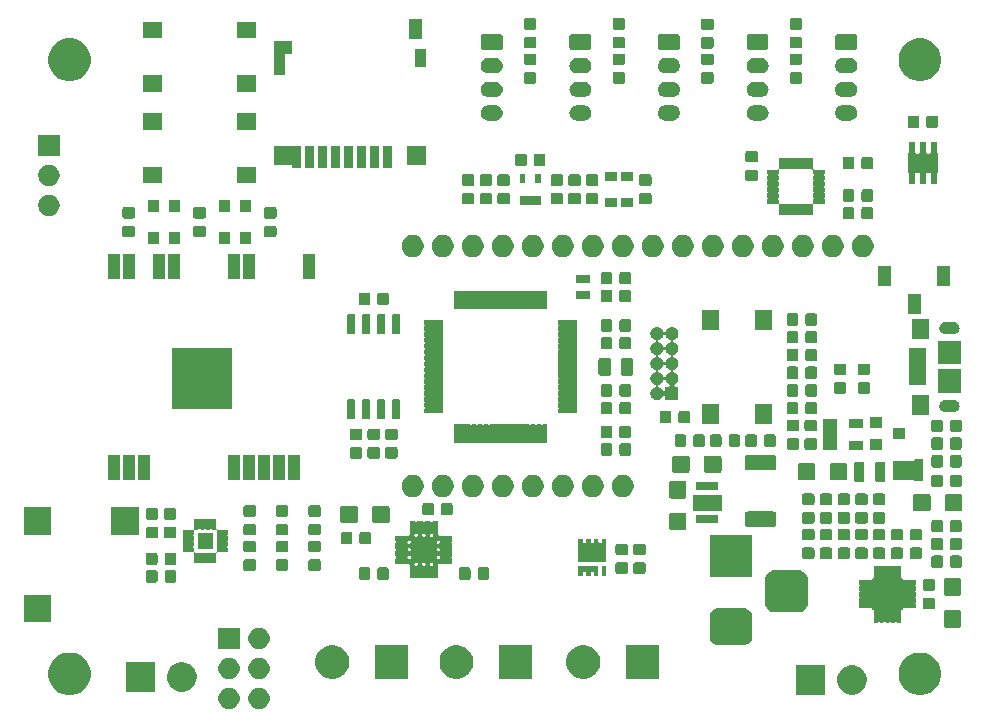
<source format=gbr>
G04 #@! TF.GenerationSoftware,KiCad,Pcbnew,5.1.5-1.fc31*
G04 #@! TF.CreationDate,2020-05-26T19:56:10+07:00*
G04 #@! TF.ProjectId,MP_SamBaseBoard_V1,4d505f53-616d-4426-9173-65426f617264,rev?*
G04 #@! TF.SameCoordinates,Original*
G04 #@! TF.FileFunction,Soldermask,Top*
G04 #@! TF.FilePolarity,Negative*
%FSLAX45Y45*%
G04 Gerber Fmt 4.5, Leading zero omitted, Abs format (unit mm)*
G04 Created by KiCad (PCBNEW 5.1.5-1.fc31) date 2020-05-26 19:56:10*
%MOMM*%
%LPD*%
G04 APERTURE LIST*
%ADD10C,0.100000*%
G04 APERTURE END LIST*
D10*
G36*
X18990351Y-21993393D02*
G01*
X19005281Y-21996362D01*
X19021678Y-22003154D01*
X19036435Y-22013015D01*
X19048985Y-22025565D01*
X19058846Y-22040322D01*
X19065638Y-22056719D01*
X19069100Y-22074126D01*
X19069100Y-22091874D01*
X19065638Y-22109281D01*
X19058846Y-22125678D01*
X19048985Y-22140435D01*
X19036435Y-22152985D01*
X19021678Y-22162846D01*
X19005281Y-22169638D01*
X18990351Y-22172607D01*
X18987874Y-22173100D01*
X18970126Y-22173100D01*
X18967649Y-22172607D01*
X18952719Y-22169638D01*
X18936322Y-22162846D01*
X18921565Y-22152985D01*
X18909015Y-22140435D01*
X18899154Y-22125678D01*
X18892362Y-22109281D01*
X18888900Y-22091874D01*
X18888900Y-22074126D01*
X18892362Y-22056719D01*
X18899154Y-22040322D01*
X18909015Y-22025565D01*
X18921565Y-22013015D01*
X18936322Y-22003154D01*
X18952719Y-21996362D01*
X18967649Y-21993393D01*
X18970126Y-21992900D01*
X18987874Y-21992900D01*
X18990351Y-21993393D01*
G37*
G36*
X18736351Y-21993393D02*
G01*
X18751281Y-21996362D01*
X18767678Y-22003154D01*
X18782435Y-22013015D01*
X18794985Y-22025565D01*
X18804846Y-22040322D01*
X18811638Y-22056719D01*
X18815100Y-22074126D01*
X18815100Y-22091874D01*
X18811638Y-22109281D01*
X18804846Y-22125678D01*
X18794985Y-22140435D01*
X18782435Y-22152985D01*
X18767678Y-22162846D01*
X18751281Y-22169638D01*
X18736351Y-22172607D01*
X18733874Y-22173100D01*
X18716126Y-22173100D01*
X18713649Y-22172607D01*
X18698719Y-22169638D01*
X18682322Y-22162846D01*
X18667565Y-22152985D01*
X18655015Y-22140435D01*
X18645154Y-22125678D01*
X18638362Y-22109281D01*
X18634900Y-22091874D01*
X18634900Y-22074126D01*
X18638362Y-22056719D01*
X18645154Y-22040322D01*
X18655015Y-22025565D01*
X18667565Y-22013015D01*
X18682322Y-22003154D01*
X18698719Y-21996362D01*
X18713649Y-21993393D01*
X18716126Y-21992900D01*
X18733874Y-21992900D01*
X18736351Y-21993393D01*
G37*
G36*
X24627533Y-21701821D02*
G01*
X24660309Y-21715397D01*
X24689807Y-21735107D01*
X24714893Y-21760193D01*
X24734603Y-21789691D01*
X24748179Y-21822467D01*
X24755100Y-21857262D01*
X24755100Y-21892738D01*
X24748179Y-21927533D01*
X24734603Y-21960309D01*
X24714893Y-21989807D01*
X24689807Y-22014893D01*
X24660309Y-22034603D01*
X24627533Y-22048179D01*
X24592738Y-22055100D01*
X24557262Y-22055100D01*
X24522467Y-22048179D01*
X24489691Y-22034603D01*
X24460193Y-22014893D01*
X24435107Y-21989807D01*
X24415397Y-21960309D01*
X24401821Y-21927533D01*
X24394900Y-21892738D01*
X24394900Y-21857262D01*
X24401821Y-21822467D01*
X24415397Y-21789691D01*
X24435107Y-21760193D01*
X24460193Y-21735107D01*
X24489691Y-21715397D01*
X24522467Y-21701821D01*
X24557262Y-21694900D01*
X24592738Y-21694900D01*
X24627533Y-21701821D01*
G37*
G36*
X17427533Y-21701821D02*
G01*
X17460309Y-21715397D01*
X17489807Y-21735107D01*
X17514893Y-21760193D01*
X17534603Y-21789691D01*
X17548179Y-21822467D01*
X17555100Y-21857262D01*
X17555100Y-21892738D01*
X17548179Y-21927533D01*
X17534603Y-21960309D01*
X17514893Y-21989807D01*
X17489807Y-22014893D01*
X17460309Y-22034603D01*
X17427533Y-22048179D01*
X17392738Y-22055100D01*
X17357262Y-22055100D01*
X17322467Y-22048179D01*
X17289691Y-22034603D01*
X17260193Y-22014893D01*
X17235107Y-21989807D01*
X17215397Y-21960309D01*
X17201821Y-21927533D01*
X17194900Y-21892738D01*
X17194900Y-21857262D01*
X17201821Y-21822467D01*
X17215397Y-21789691D01*
X17235107Y-21760193D01*
X17260193Y-21735107D01*
X17289691Y-21715397D01*
X17322467Y-21701821D01*
X17357262Y-21694900D01*
X17392738Y-21694900D01*
X17427533Y-21701821D01*
G37*
G36*
X24026492Y-21802719D02*
G01*
X24036490Y-21804708D01*
X24059257Y-21814138D01*
X24079747Y-21827829D01*
X24097171Y-21845253D01*
X24105195Y-21857262D01*
X24110862Y-21865743D01*
X24120292Y-21888510D01*
X24125100Y-21912679D01*
X24125100Y-21937321D01*
X24120737Y-21959257D01*
X24120292Y-21961490D01*
X24110862Y-21984257D01*
X24097171Y-22004747D01*
X24079747Y-22022172D01*
X24059257Y-22035862D01*
X24059257Y-22035862D01*
X24059257Y-22035862D01*
X24036490Y-22045293D01*
X24012321Y-22050100D01*
X23987679Y-22050100D01*
X23963510Y-22045293D01*
X23940743Y-22035862D01*
X23940743Y-22035862D01*
X23940743Y-22035862D01*
X23920253Y-22022172D01*
X23902828Y-22004747D01*
X23889138Y-21984257D01*
X23879707Y-21961490D01*
X23879263Y-21959257D01*
X23874900Y-21937321D01*
X23874900Y-21912679D01*
X23879707Y-21888510D01*
X23889138Y-21865743D01*
X23894805Y-21857262D01*
X23902828Y-21845253D01*
X23920253Y-21827829D01*
X23940743Y-21814138D01*
X23963510Y-21804708D01*
X23973508Y-21802719D01*
X23987679Y-21799900D01*
X24012321Y-21799900D01*
X24026492Y-21802719D01*
G37*
G36*
X23775100Y-22050100D02*
G01*
X23524900Y-22050100D01*
X23524900Y-21799900D01*
X23775100Y-21799900D01*
X23775100Y-22050100D01*
G37*
G36*
X18100100Y-22025100D02*
G01*
X17849900Y-22025100D01*
X17849900Y-21774900D01*
X18100100Y-21774900D01*
X18100100Y-22025100D01*
G37*
G36*
X18361490Y-21779708D02*
G01*
X18384033Y-21789045D01*
X18384257Y-21789138D01*
X18404747Y-21802829D01*
X18422172Y-21820253D01*
X18427233Y-21827829D01*
X18435862Y-21840743D01*
X18445293Y-21863510D01*
X18450100Y-21887679D01*
X18450100Y-21912321D01*
X18447074Y-21927533D01*
X18445293Y-21936490D01*
X18435862Y-21959257D01*
X18422172Y-21979747D01*
X18404747Y-21997172D01*
X18384257Y-22010862D01*
X18384257Y-22010862D01*
X18384257Y-22010862D01*
X18361490Y-22020293D01*
X18337321Y-22025100D01*
X18312679Y-22025100D01*
X18288510Y-22020293D01*
X18265743Y-22010862D01*
X18265743Y-22010862D01*
X18265743Y-22010862D01*
X18245253Y-21997172D01*
X18227829Y-21979747D01*
X18214138Y-21959257D01*
X18204708Y-21936490D01*
X18202926Y-21927533D01*
X18199900Y-21912321D01*
X18199900Y-21887679D01*
X18204708Y-21863510D01*
X18214138Y-21840743D01*
X18222767Y-21827829D01*
X18227829Y-21820253D01*
X18245253Y-21802829D01*
X18265743Y-21789138D01*
X18265967Y-21789045D01*
X18288510Y-21779708D01*
X18312679Y-21774900D01*
X18337321Y-21774900D01*
X18361490Y-21779708D01*
G37*
G36*
X18736351Y-21739393D02*
G01*
X18751281Y-21742362D01*
X18767678Y-21749154D01*
X18782435Y-21759015D01*
X18794985Y-21771565D01*
X18804846Y-21786322D01*
X18811638Y-21802719D01*
X18815100Y-21820126D01*
X18815100Y-21837874D01*
X18811638Y-21855281D01*
X18804846Y-21871678D01*
X18794985Y-21886435D01*
X18782435Y-21898985D01*
X18767678Y-21908846D01*
X18751281Y-21915638D01*
X18736351Y-21918607D01*
X18733874Y-21919100D01*
X18716126Y-21919100D01*
X18713649Y-21918607D01*
X18698719Y-21915638D01*
X18682322Y-21908846D01*
X18667565Y-21898985D01*
X18655015Y-21886435D01*
X18645154Y-21871678D01*
X18638362Y-21855281D01*
X18634900Y-21837874D01*
X18634900Y-21820126D01*
X18638362Y-21802719D01*
X18645154Y-21786322D01*
X18655015Y-21771565D01*
X18667565Y-21759015D01*
X18682322Y-21749154D01*
X18698719Y-21742362D01*
X18713649Y-21739393D01*
X18716126Y-21738900D01*
X18733874Y-21738900D01*
X18736351Y-21739393D01*
G37*
G36*
X18990351Y-21739393D02*
G01*
X19005281Y-21742362D01*
X19021678Y-21749154D01*
X19036435Y-21759015D01*
X19048985Y-21771565D01*
X19058846Y-21786322D01*
X19065638Y-21802719D01*
X19069100Y-21820126D01*
X19069100Y-21837874D01*
X19065638Y-21855281D01*
X19058846Y-21871678D01*
X19048985Y-21886435D01*
X19036435Y-21898985D01*
X19021678Y-21908846D01*
X19005281Y-21915638D01*
X18990351Y-21918607D01*
X18987874Y-21919100D01*
X18970126Y-21919100D01*
X18967649Y-21918607D01*
X18952719Y-21915638D01*
X18936322Y-21908846D01*
X18921565Y-21898985D01*
X18909015Y-21886435D01*
X18899154Y-21871678D01*
X18892362Y-21855281D01*
X18888900Y-21837874D01*
X18888900Y-21820126D01*
X18892362Y-21802719D01*
X18899154Y-21786322D01*
X18909015Y-21771565D01*
X18921565Y-21759015D01*
X18936322Y-21749154D01*
X18952719Y-21742362D01*
X18967649Y-21739393D01*
X18970126Y-21738900D01*
X18987874Y-21738900D01*
X18990351Y-21739393D01*
G37*
G36*
X21292600Y-21917600D02*
G01*
X21007400Y-21917600D01*
X21007400Y-21632400D01*
X21292600Y-21632400D01*
X21292600Y-21917600D01*
G37*
G36*
X19641595Y-21637880D02*
G01*
X19667546Y-21648629D01*
X19667546Y-21648630D01*
X19690902Y-21664235D01*
X19710765Y-21684098D01*
X19710765Y-21684098D01*
X19726371Y-21707454D01*
X19737120Y-21733405D01*
X19742600Y-21760955D01*
X19742600Y-21789045D01*
X19737120Y-21816595D01*
X19726371Y-21842546D01*
X19724562Y-21845254D01*
X19710765Y-21865902D01*
X19690902Y-21885765D01*
X19686794Y-21888510D01*
X19667546Y-21901371D01*
X19641595Y-21912120D01*
X19614045Y-21917600D01*
X19585955Y-21917600D01*
X19558405Y-21912120D01*
X19532454Y-21901371D01*
X19513206Y-21888510D01*
X19509098Y-21885765D01*
X19489235Y-21865902D01*
X19475438Y-21845254D01*
X19473629Y-21842546D01*
X19462880Y-21816595D01*
X19457400Y-21789045D01*
X19457400Y-21760955D01*
X19462880Y-21733405D01*
X19473629Y-21707454D01*
X19489235Y-21684098D01*
X19489235Y-21684098D01*
X19509098Y-21664235D01*
X19532454Y-21648630D01*
X19532454Y-21648629D01*
X19558405Y-21637880D01*
X19585955Y-21632400D01*
X19614045Y-21632400D01*
X19641595Y-21637880D01*
G37*
G36*
X20242600Y-21917600D02*
G01*
X19957400Y-21917600D01*
X19957400Y-21632400D01*
X20242600Y-21632400D01*
X20242600Y-21917600D01*
G37*
G36*
X20691595Y-21637880D02*
G01*
X20717546Y-21648629D01*
X20717546Y-21648630D01*
X20740902Y-21664235D01*
X20760765Y-21684098D01*
X20760765Y-21684098D01*
X20776371Y-21707454D01*
X20787120Y-21733405D01*
X20792600Y-21760955D01*
X20792600Y-21789045D01*
X20787120Y-21816595D01*
X20776371Y-21842546D01*
X20774562Y-21845254D01*
X20760765Y-21865902D01*
X20740902Y-21885765D01*
X20736794Y-21888510D01*
X20717546Y-21901371D01*
X20691595Y-21912120D01*
X20664045Y-21917600D01*
X20635955Y-21917600D01*
X20608405Y-21912120D01*
X20582454Y-21901371D01*
X20563206Y-21888510D01*
X20559098Y-21885765D01*
X20539235Y-21865902D01*
X20525438Y-21845254D01*
X20523629Y-21842546D01*
X20512880Y-21816595D01*
X20507400Y-21789045D01*
X20507400Y-21760955D01*
X20512880Y-21733405D01*
X20523629Y-21707454D01*
X20539235Y-21684098D01*
X20539235Y-21684098D01*
X20559098Y-21664235D01*
X20582454Y-21648630D01*
X20582454Y-21648629D01*
X20608405Y-21637880D01*
X20635955Y-21632400D01*
X20664045Y-21632400D01*
X20691595Y-21637880D01*
G37*
G36*
X21766595Y-21637880D02*
G01*
X21792546Y-21648629D01*
X21792546Y-21648630D01*
X21815902Y-21664235D01*
X21835765Y-21684098D01*
X21835765Y-21684098D01*
X21851371Y-21707454D01*
X21862120Y-21733405D01*
X21867600Y-21760955D01*
X21867600Y-21789045D01*
X21862120Y-21816595D01*
X21851371Y-21842546D01*
X21849562Y-21845254D01*
X21835765Y-21865902D01*
X21815902Y-21885765D01*
X21811794Y-21888510D01*
X21792546Y-21901371D01*
X21766595Y-21912120D01*
X21739045Y-21917600D01*
X21710955Y-21917600D01*
X21683405Y-21912120D01*
X21657454Y-21901371D01*
X21638206Y-21888510D01*
X21634098Y-21885765D01*
X21614235Y-21865902D01*
X21600438Y-21845254D01*
X21598629Y-21842546D01*
X21587880Y-21816595D01*
X21582400Y-21789045D01*
X21582400Y-21760955D01*
X21587880Y-21733405D01*
X21598629Y-21707454D01*
X21614235Y-21684098D01*
X21614235Y-21684098D01*
X21634098Y-21664235D01*
X21657454Y-21648630D01*
X21657454Y-21648629D01*
X21683405Y-21637880D01*
X21710955Y-21632400D01*
X21739045Y-21632400D01*
X21766595Y-21637880D01*
G37*
G36*
X22367600Y-21917600D02*
G01*
X22082400Y-21917600D01*
X22082400Y-21632400D01*
X22367600Y-21632400D01*
X22367600Y-21917600D01*
G37*
G36*
X18990351Y-21485393D02*
G01*
X19005281Y-21488362D01*
X19021678Y-21495154D01*
X19036435Y-21505015D01*
X19048985Y-21517565D01*
X19058846Y-21532322D01*
X19065638Y-21548719D01*
X19069100Y-21566126D01*
X19069100Y-21583874D01*
X19065638Y-21601281D01*
X19058846Y-21617678D01*
X19048985Y-21632435D01*
X19036435Y-21644985D01*
X19021678Y-21654846D01*
X19005281Y-21661638D01*
X18990351Y-21664607D01*
X18987874Y-21665100D01*
X18970126Y-21665100D01*
X18967649Y-21664607D01*
X18952719Y-21661638D01*
X18936322Y-21654846D01*
X18921565Y-21644985D01*
X18909015Y-21632435D01*
X18899154Y-21617678D01*
X18892362Y-21601281D01*
X18888900Y-21583874D01*
X18888900Y-21566126D01*
X18892362Y-21548719D01*
X18899154Y-21532322D01*
X18909015Y-21517565D01*
X18921565Y-21505015D01*
X18936322Y-21495154D01*
X18952719Y-21488362D01*
X18967649Y-21485393D01*
X18970126Y-21484900D01*
X18987874Y-21484900D01*
X18990351Y-21485393D01*
G37*
G36*
X18815100Y-21665100D02*
G01*
X18634900Y-21665100D01*
X18634900Y-21484900D01*
X18815100Y-21484900D01*
X18815100Y-21665100D01*
G37*
G36*
X23097698Y-21321329D02*
G01*
X23111062Y-21325383D01*
X23123378Y-21331966D01*
X23134174Y-21340826D01*
X23143034Y-21351622D01*
X23149617Y-21363938D01*
X23153671Y-21377302D01*
X23155100Y-21391814D01*
X23155100Y-21558186D01*
X23153671Y-21572698D01*
X23149617Y-21586063D01*
X23143034Y-21598378D01*
X23134174Y-21609174D01*
X23123378Y-21618034D01*
X23111062Y-21624617D01*
X23097698Y-21628671D01*
X23083186Y-21630100D01*
X22866814Y-21630100D01*
X22852302Y-21628671D01*
X22838937Y-21624617D01*
X22826622Y-21618034D01*
X22815826Y-21609174D01*
X22806966Y-21598378D01*
X22800383Y-21586063D01*
X22796329Y-21572698D01*
X22794900Y-21558186D01*
X22794900Y-21391814D01*
X22796329Y-21377302D01*
X22800383Y-21363938D01*
X22806966Y-21351622D01*
X22815826Y-21340826D01*
X22826622Y-21331966D01*
X22838937Y-21325383D01*
X22852302Y-21321329D01*
X22866814Y-21319900D01*
X23083186Y-21319900D01*
X23097698Y-21321329D01*
G37*
G36*
X24907280Y-21335325D02*
G01*
X24910837Y-21336404D01*
X24914114Y-21338155D01*
X24916987Y-21340513D01*
X24919345Y-21343386D01*
X24921096Y-21346663D01*
X24922175Y-21350220D01*
X24922600Y-21354533D01*
X24922600Y-21465468D01*
X24922175Y-21469780D01*
X24921096Y-21473337D01*
X24919345Y-21476614D01*
X24916987Y-21479487D01*
X24914114Y-21481845D01*
X24910837Y-21483596D01*
X24907280Y-21484675D01*
X24902967Y-21485100D01*
X24797032Y-21485100D01*
X24792720Y-21484675D01*
X24789163Y-21483596D01*
X24785886Y-21481845D01*
X24783013Y-21479487D01*
X24780655Y-21476614D01*
X24778904Y-21473337D01*
X24777825Y-21469780D01*
X24777400Y-21465468D01*
X24777400Y-21354533D01*
X24777825Y-21350220D01*
X24778904Y-21346663D01*
X24780655Y-21343386D01*
X24783013Y-21340513D01*
X24785886Y-21338155D01*
X24789163Y-21336404D01*
X24792720Y-21335325D01*
X24797032Y-21334900D01*
X24902967Y-21334900D01*
X24907280Y-21335325D01*
G37*
G36*
X24215535Y-20960008D02*
G01*
X24216003Y-20960150D01*
X24216433Y-20960380D01*
X24217070Y-20960903D01*
X24219108Y-20962264D01*
X24221371Y-20963202D01*
X24223775Y-20963680D01*
X24226225Y-20963680D01*
X24228629Y-20963202D01*
X24230892Y-20962264D01*
X24232930Y-20960903D01*
X24233567Y-20960380D01*
X24233997Y-20960150D01*
X24234464Y-20960008D01*
X24235564Y-20959900D01*
X24264436Y-20959900D01*
X24265535Y-20960008D01*
X24266003Y-20960150D01*
X24266433Y-20960380D01*
X24267070Y-20960903D01*
X24269108Y-20962264D01*
X24271371Y-20963202D01*
X24273775Y-20963680D01*
X24276225Y-20963680D01*
X24278629Y-20963202D01*
X24280892Y-20962264D01*
X24282930Y-20960903D01*
X24283567Y-20960380D01*
X24283997Y-20960150D01*
X24284464Y-20960008D01*
X24285564Y-20959900D01*
X24314436Y-20959900D01*
X24315535Y-20960008D01*
X24316003Y-20960150D01*
X24316433Y-20960380D01*
X24317070Y-20960903D01*
X24319108Y-20962264D01*
X24321371Y-20963202D01*
X24323775Y-20963680D01*
X24326225Y-20963680D01*
X24328629Y-20963202D01*
X24330892Y-20962264D01*
X24332930Y-20960903D01*
X24333567Y-20960380D01*
X24333997Y-20960150D01*
X24334464Y-20960008D01*
X24335564Y-20959900D01*
X24364436Y-20959900D01*
X24365535Y-20960008D01*
X24366003Y-20960150D01*
X24366433Y-20960380D01*
X24367070Y-20960903D01*
X24369108Y-20962264D01*
X24371371Y-20963202D01*
X24373775Y-20963680D01*
X24376225Y-20963680D01*
X24378629Y-20963202D01*
X24380892Y-20962264D01*
X24382930Y-20960903D01*
X24383567Y-20960380D01*
X24383997Y-20960150D01*
X24384464Y-20960008D01*
X24385564Y-20959900D01*
X24414436Y-20959900D01*
X24415535Y-20960008D01*
X24416003Y-20960150D01*
X24416433Y-20960380D01*
X24416810Y-20960690D01*
X24417120Y-20961067D01*
X24417350Y-20961497D01*
X24417492Y-20961965D01*
X24417600Y-20963064D01*
X24417600Y-21049436D01*
X24417492Y-21050536D01*
X24417350Y-21051003D01*
X24417080Y-21051508D01*
X24416142Y-21053772D01*
X24415664Y-21056175D01*
X24415664Y-21058625D01*
X24416142Y-21061029D01*
X24417080Y-21063293D01*
X24418441Y-21065330D01*
X24420174Y-21067063D01*
X24422212Y-21068424D01*
X24424475Y-21069362D01*
X24428104Y-21069900D01*
X24430100Y-21069900D01*
X24430100Y-21071896D01*
X24430340Y-21074335D01*
X24431051Y-21076680D01*
X24432207Y-21078841D01*
X24433761Y-21080735D01*
X24435655Y-21082289D01*
X24437816Y-21083444D01*
X24440161Y-21084156D01*
X24442600Y-21084396D01*
X24445038Y-21084156D01*
X24448492Y-21082920D01*
X24448997Y-21082650D01*
X24449464Y-21082508D01*
X24450564Y-21082400D01*
X24536936Y-21082400D01*
X24538035Y-21082508D01*
X24538503Y-21082650D01*
X24538933Y-21082880D01*
X24539310Y-21083190D01*
X24539620Y-21083567D01*
X24539850Y-21083997D01*
X24539992Y-21084465D01*
X24540100Y-21085564D01*
X24540100Y-21114436D01*
X24539992Y-21115536D01*
X24539850Y-21116003D01*
X24539620Y-21116433D01*
X24539097Y-21117070D01*
X24537736Y-21119108D01*
X24536798Y-21121372D01*
X24536320Y-21123775D01*
X24536320Y-21126225D01*
X24536798Y-21128629D01*
X24537736Y-21130893D01*
X24539097Y-21132930D01*
X24539620Y-21133567D01*
X24539850Y-21133997D01*
X24539992Y-21134465D01*
X24540100Y-21135564D01*
X24540100Y-21164436D01*
X24539992Y-21165536D01*
X24539850Y-21166003D01*
X24539620Y-21166433D01*
X24539097Y-21167070D01*
X24537736Y-21169108D01*
X24536798Y-21171372D01*
X24536320Y-21173775D01*
X24536320Y-21176225D01*
X24536798Y-21178629D01*
X24537736Y-21180893D01*
X24539097Y-21182930D01*
X24539620Y-21183567D01*
X24539850Y-21183997D01*
X24539992Y-21184465D01*
X24540100Y-21185564D01*
X24540100Y-21214436D01*
X24539992Y-21215536D01*
X24539850Y-21216003D01*
X24539620Y-21216433D01*
X24539097Y-21217070D01*
X24537736Y-21219108D01*
X24536798Y-21221372D01*
X24536320Y-21223775D01*
X24536320Y-21226225D01*
X24536798Y-21228629D01*
X24537736Y-21230893D01*
X24539097Y-21232930D01*
X24539620Y-21233567D01*
X24539850Y-21233997D01*
X24539992Y-21234465D01*
X24540100Y-21235564D01*
X24540100Y-21264436D01*
X24539992Y-21265536D01*
X24539850Y-21266003D01*
X24539620Y-21266433D01*
X24539097Y-21267070D01*
X24537736Y-21269108D01*
X24536798Y-21271372D01*
X24536320Y-21273775D01*
X24536320Y-21276225D01*
X24536798Y-21278629D01*
X24537736Y-21280893D01*
X24539097Y-21282930D01*
X24539620Y-21283567D01*
X24539850Y-21283997D01*
X24539992Y-21284465D01*
X24540100Y-21285564D01*
X24540100Y-21314436D01*
X24539992Y-21315536D01*
X24539850Y-21316003D01*
X24539620Y-21316433D01*
X24539310Y-21316810D01*
X24538933Y-21317120D01*
X24538503Y-21317350D01*
X24538035Y-21317492D01*
X24536936Y-21317600D01*
X24450564Y-21317600D01*
X24449464Y-21317492D01*
X24448997Y-21317350D01*
X24448492Y-21317080D01*
X24446228Y-21316142D01*
X24443825Y-21315664D01*
X24441375Y-21315664D01*
X24438971Y-21316142D01*
X24436707Y-21317080D01*
X24434670Y-21318441D01*
X24432937Y-21320174D01*
X24431576Y-21322212D01*
X24430638Y-21324476D01*
X24430100Y-21328104D01*
X24430100Y-21330100D01*
X24428104Y-21330100D01*
X24425665Y-21330340D01*
X24423320Y-21331052D01*
X24421159Y-21332207D01*
X24419265Y-21333761D01*
X24417711Y-21335655D01*
X24416556Y-21337816D01*
X24415844Y-21340161D01*
X24415604Y-21342600D01*
X24415844Y-21345039D01*
X24417080Y-21348492D01*
X24417350Y-21348997D01*
X24417492Y-21349465D01*
X24417600Y-21350564D01*
X24417600Y-21436936D01*
X24417492Y-21438036D01*
X24417350Y-21438503D01*
X24417120Y-21438933D01*
X24416810Y-21439310D01*
X24416433Y-21439620D01*
X24416003Y-21439850D01*
X24415535Y-21439992D01*
X24414436Y-21440100D01*
X24385564Y-21440100D01*
X24384464Y-21439992D01*
X24383997Y-21439850D01*
X24383567Y-21439620D01*
X24382930Y-21439097D01*
X24380892Y-21437736D01*
X24378628Y-21436798D01*
X24376225Y-21436320D01*
X24373775Y-21436320D01*
X24371371Y-21436798D01*
X24369107Y-21437736D01*
X24367070Y-21439097D01*
X24366433Y-21439620D01*
X24366003Y-21439850D01*
X24365535Y-21439992D01*
X24364436Y-21440100D01*
X24335564Y-21440100D01*
X24334464Y-21439992D01*
X24333997Y-21439850D01*
X24333567Y-21439620D01*
X24332930Y-21439097D01*
X24330892Y-21437736D01*
X24328628Y-21436798D01*
X24326225Y-21436320D01*
X24323775Y-21436320D01*
X24321371Y-21436798D01*
X24319107Y-21437736D01*
X24317070Y-21439097D01*
X24316433Y-21439620D01*
X24316003Y-21439850D01*
X24315535Y-21439992D01*
X24314436Y-21440100D01*
X24285564Y-21440100D01*
X24284464Y-21439992D01*
X24283997Y-21439850D01*
X24283567Y-21439620D01*
X24282930Y-21439097D01*
X24280892Y-21437736D01*
X24278628Y-21436798D01*
X24276225Y-21436320D01*
X24273775Y-21436320D01*
X24271371Y-21436798D01*
X24269107Y-21437736D01*
X24267070Y-21439097D01*
X24266433Y-21439620D01*
X24266003Y-21439850D01*
X24265535Y-21439992D01*
X24264436Y-21440100D01*
X24235564Y-21440100D01*
X24234464Y-21439992D01*
X24233997Y-21439850D01*
X24233567Y-21439620D01*
X24232930Y-21439097D01*
X24230892Y-21437736D01*
X24228628Y-21436798D01*
X24226225Y-21436320D01*
X24223775Y-21436320D01*
X24221371Y-21436798D01*
X24219107Y-21437736D01*
X24217070Y-21439097D01*
X24216433Y-21439620D01*
X24216003Y-21439850D01*
X24215535Y-21439992D01*
X24214436Y-21440100D01*
X24185564Y-21440100D01*
X24184464Y-21439992D01*
X24183997Y-21439850D01*
X24183567Y-21439620D01*
X24183190Y-21439310D01*
X24182880Y-21438933D01*
X24182650Y-21438503D01*
X24182508Y-21438036D01*
X24182400Y-21436936D01*
X24182400Y-21350564D01*
X24182508Y-21349465D01*
X24182650Y-21348997D01*
X24182920Y-21348492D01*
X24183858Y-21346228D01*
X24184336Y-21343825D01*
X24184336Y-21341375D01*
X24183858Y-21338971D01*
X24182920Y-21336708D01*
X24181559Y-21334670D01*
X24179826Y-21332937D01*
X24177788Y-21331576D01*
X24175524Y-21330638D01*
X24171896Y-21330100D01*
X24169900Y-21330100D01*
X24169900Y-21328104D01*
X24169660Y-21325665D01*
X24168948Y-21323321D01*
X24167793Y-21321159D01*
X24166239Y-21319265D01*
X24164345Y-21317711D01*
X24162184Y-21316556D01*
X24159839Y-21315844D01*
X24157400Y-21315604D01*
X24154961Y-21315844D01*
X24151508Y-21317080D01*
X24151003Y-21317350D01*
X24150535Y-21317492D01*
X24149436Y-21317600D01*
X24063064Y-21317600D01*
X24061964Y-21317492D01*
X24061497Y-21317350D01*
X24061067Y-21317120D01*
X24060690Y-21316810D01*
X24060380Y-21316433D01*
X24060150Y-21316003D01*
X24060008Y-21315536D01*
X24059900Y-21314436D01*
X24059900Y-21285564D01*
X24060008Y-21284465D01*
X24060150Y-21283997D01*
X24060380Y-21283567D01*
X24060903Y-21282930D01*
X24062264Y-21280892D01*
X24063202Y-21278629D01*
X24063680Y-21276225D01*
X24063680Y-21273775D01*
X24063202Y-21271371D01*
X24062264Y-21269108D01*
X24060903Y-21267070D01*
X24060380Y-21266433D01*
X24060150Y-21266003D01*
X24060008Y-21265536D01*
X24059900Y-21264436D01*
X24059900Y-21235564D01*
X24060008Y-21234465D01*
X24060150Y-21233997D01*
X24060380Y-21233567D01*
X24060903Y-21232930D01*
X24062264Y-21230892D01*
X24063202Y-21228629D01*
X24063680Y-21226225D01*
X24063680Y-21223775D01*
X24063202Y-21221371D01*
X24062264Y-21219108D01*
X24060903Y-21217070D01*
X24060380Y-21216433D01*
X24060150Y-21216003D01*
X24060008Y-21215536D01*
X24059900Y-21214436D01*
X24059900Y-21185564D01*
X24060008Y-21184465D01*
X24060150Y-21183997D01*
X24060380Y-21183567D01*
X24060903Y-21182930D01*
X24062264Y-21180892D01*
X24063202Y-21178629D01*
X24063680Y-21176225D01*
X24063680Y-21173775D01*
X24063202Y-21171371D01*
X24062264Y-21169108D01*
X24060903Y-21167070D01*
X24060380Y-21166433D01*
X24060150Y-21166003D01*
X24060008Y-21165536D01*
X24059900Y-21164436D01*
X24059900Y-21135564D01*
X24060008Y-21134465D01*
X24060150Y-21133997D01*
X24060380Y-21133567D01*
X24060903Y-21132930D01*
X24062264Y-21130892D01*
X24063202Y-21128629D01*
X24063680Y-21126225D01*
X24063680Y-21123775D01*
X24063202Y-21121371D01*
X24062264Y-21119108D01*
X24060903Y-21117070D01*
X24060380Y-21116433D01*
X24060150Y-21116003D01*
X24060008Y-21115536D01*
X24059900Y-21114436D01*
X24059900Y-21085564D01*
X24060008Y-21084465D01*
X24060150Y-21083997D01*
X24060380Y-21083567D01*
X24060690Y-21083190D01*
X24061067Y-21082880D01*
X24061497Y-21082650D01*
X24061964Y-21082508D01*
X24063064Y-21082400D01*
X24149436Y-21082400D01*
X24150535Y-21082508D01*
X24151003Y-21082650D01*
X24151508Y-21082920D01*
X24153772Y-21083858D01*
X24156175Y-21084336D01*
X24158625Y-21084336D01*
X24161029Y-21083858D01*
X24163292Y-21082920D01*
X24165330Y-21081559D01*
X24167063Y-21079826D01*
X24168424Y-21077788D01*
X24169362Y-21075525D01*
X24169900Y-21071896D01*
X24169900Y-21069900D01*
X24171896Y-21069900D01*
X24174335Y-21069660D01*
X24176679Y-21068949D01*
X24178841Y-21067793D01*
X24180735Y-21066239D01*
X24182289Y-21064345D01*
X24183444Y-21062184D01*
X24184156Y-21059839D01*
X24184396Y-21057400D01*
X24184156Y-21054962D01*
X24182920Y-21051508D01*
X24182650Y-21051003D01*
X24182508Y-21050536D01*
X24182400Y-21049436D01*
X24182400Y-20963064D01*
X24182508Y-20961965D01*
X24182650Y-20961497D01*
X24182880Y-20961067D01*
X24183190Y-20960690D01*
X24183567Y-20960380D01*
X24183997Y-20960150D01*
X24184464Y-20960008D01*
X24185564Y-20959900D01*
X24214436Y-20959900D01*
X24215535Y-20960008D01*
G37*
G36*
X17219850Y-21434850D02*
G01*
X16990150Y-21434850D01*
X16990150Y-21205150D01*
X17219850Y-21205150D01*
X17219850Y-21434850D01*
G37*
G36*
X23557637Y-20996570D02*
G01*
X23573346Y-21001335D01*
X23587823Y-21009073D01*
X23600513Y-21019487D01*
X23610927Y-21032177D01*
X23618665Y-21046654D01*
X23623430Y-21062363D01*
X23625100Y-21079314D01*
X23625100Y-21270686D01*
X23623430Y-21287637D01*
X23618665Y-21303346D01*
X23610927Y-21317823D01*
X23600513Y-21330513D01*
X23587823Y-21340927D01*
X23573346Y-21348665D01*
X23557637Y-21353431D01*
X23540686Y-21355100D01*
X23349314Y-21355100D01*
X23332363Y-21353431D01*
X23316654Y-21348665D01*
X23302177Y-21340927D01*
X23289487Y-21330513D01*
X23279073Y-21317823D01*
X23271335Y-21303346D01*
X23266569Y-21287637D01*
X23264900Y-21270686D01*
X23264900Y-21079314D01*
X23266569Y-21062363D01*
X23271335Y-21046654D01*
X23279073Y-21032177D01*
X23289487Y-21019487D01*
X23302177Y-21009073D01*
X23316654Y-21001335D01*
X23332363Y-20996570D01*
X23349314Y-20994900D01*
X23540686Y-20994900D01*
X23557637Y-20996570D01*
G37*
G36*
X24687959Y-21230309D02*
G01*
X24691357Y-21231339D01*
X24694489Y-21233013D01*
X24697234Y-21235266D01*
X24699487Y-21238011D01*
X24701161Y-21241143D01*
X24702191Y-21244541D01*
X24702600Y-21248689D01*
X24702600Y-21308811D01*
X24702191Y-21312959D01*
X24701161Y-21316357D01*
X24699487Y-21319489D01*
X24697234Y-21322234D01*
X24694489Y-21324487D01*
X24691357Y-21326161D01*
X24687959Y-21327192D01*
X24683811Y-21327600D01*
X24616189Y-21327600D01*
X24612041Y-21327192D01*
X24608643Y-21326161D01*
X24605511Y-21324487D01*
X24602766Y-21322234D01*
X24600513Y-21319489D01*
X24598839Y-21316357D01*
X24597808Y-21312959D01*
X24597400Y-21308811D01*
X24597400Y-21248689D01*
X24597808Y-21244541D01*
X24598839Y-21241143D01*
X24600513Y-21238011D01*
X24602766Y-21235266D01*
X24605511Y-21233013D01*
X24608643Y-21231339D01*
X24612041Y-21230309D01*
X24616189Y-21229900D01*
X24683811Y-21229900D01*
X24687959Y-21230309D01*
G37*
G36*
X24907280Y-21065325D02*
G01*
X24910837Y-21066404D01*
X24914114Y-21068155D01*
X24916987Y-21070513D01*
X24919345Y-21073386D01*
X24921096Y-21076663D01*
X24922175Y-21080220D01*
X24922600Y-21084533D01*
X24922600Y-21195468D01*
X24922175Y-21199780D01*
X24921096Y-21203337D01*
X24919345Y-21206614D01*
X24916987Y-21209487D01*
X24914114Y-21211845D01*
X24910837Y-21213596D01*
X24907280Y-21214675D01*
X24902967Y-21215100D01*
X24797032Y-21215100D01*
X24792720Y-21214675D01*
X24789163Y-21213596D01*
X24785886Y-21211845D01*
X24783013Y-21209487D01*
X24780655Y-21206614D01*
X24778904Y-21203337D01*
X24777825Y-21199780D01*
X24777400Y-21195468D01*
X24777400Y-21084533D01*
X24777825Y-21080220D01*
X24778904Y-21076663D01*
X24780655Y-21073386D01*
X24783013Y-21070513D01*
X24785886Y-21068155D01*
X24789163Y-21066404D01*
X24792720Y-21065325D01*
X24797032Y-21064900D01*
X24902967Y-21064900D01*
X24907280Y-21065325D01*
G37*
G36*
X24687959Y-21072809D02*
G01*
X24691357Y-21073839D01*
X24694489Y-21075513D01*
X24697234Y-21077766D01*
X24699487Y-21080511D01*
X24701161Y-21083643D01*
X24702191Y-21087041D01*
X24702600Y-21091189D01*
X24702600Y-21151311D01*
X24702191Y-21155459D01*
X24701161Y-21158857D01*
X24699487Y-21161989D01*
X24697234Y-21164734D01*
X24694489Y-21166987D01*
X24691357Y-21168661D01*
X24687959Y-21169692D01*
X24683811Y-21170100D01*
X24616189Y-21170100D01*
X24612041Y-21169692D01*
X24608643Y-21168661D01*
X24605511Y-21166987D01*
X24602766Y-21164734D01*
X24600513Y-21161989D01*
X24598839Y-21158857D01*
X24597808Y-21155459D01*
X24597400Y-21151311D01*
X24597400Y-21091189D01*
X24597808Y-21087041D01*
X24598839Y-21083643D01*
X24600513Y-21080511D01*
X24602766Y-21077766D01*
X24605511Y-21075513D01*
X24608643Y-21073839D01*
X24612041Y-21072809D01*
X24616189Y-21072400D01*
X24683811Y-21072400D01*
X24687959Y-21072809D01*
G37*
G36*
X18105459Y-20997809D02*
G01*
X18108857Y-20998839D01*
X18111989Y-21000513D01*
X18114734Y-21002766D01*
X18116987Y-21005511D01*
X18118661Y-21008643D01*
X18119692Y-21012041D01*
X18120100Y-21016189D01*
X18120100Y-21083811D01*
X18119692Y-21087959D01*
X18118661Y-21091357D01*
X18116987Y-21094489D01*
X18114734Y-21097234D01*
X18111989Y-21099487D01*
X18108857Y-21101161D01*
X18105459Y-21102192D01*
X18101311Y-21102600D01*
X18041189Y-21102600D01*
X18037041Y-21102192D01*
X18033643Y-21101161D01*
X18030511Y-21099487D01*
X18027766Y-21097234D01*
X18025513Y-21094489D01*
X18023839Y-21091357D01*
X18022809Y-21087959D01*
X18022400Y-21083811D01*
X18022400Y-21016189D01*
X18022809Y-21012041D01*
X18023839Y-21008643D01*
X18025513Y-21005511D01*
X18027766Y-21002766D01*
X18030511Y-21000513D01*
X18033643Y-20998839D01*
X18037041Y-20997809D01*
X18041189Y-20997400D01*
X18101311Y-20997400D01*
X18105459Y-20997809D01*
G37*
G36*
X18262959Y-20997809D02*
G01*
X18266357Y-20998839D01*
X18269489Y-21000513D01*
X18272234Y-21002766D01*
X18274487Y-21005511D01*
X18276161Y-21008643D01*
X18277192Y-21012041D01*
X18277600Y-21016189D01*
X18277600Y-21083811D01*
X18277192Y-21087959D01*
X18276161Y-21091357D01*
X18274487Y-21094489D01*
X18272234Y-21097234D01*
X18269489Y-21099487D01*
X18266357Y-21101161D01*
X18262959Y-21102192D01*
X18258811Y-21102600D01*
X18198689Y-21102600D01*
X18194541Y-21102192D01*
X18191143Y-21101161D01*
X18188011Y-21099487D01*
X18185266Y-21097234D01*
X18183013Y-21094489D01*
X18181339Y-21091357D01*
X18180309Y-21087959D01*
X18179900Y-21083811D01*
X18179900Y-21016189D01*
X18180309Y-21012041D01*
X18181339Y-21008643D01*
X18183013Y-21005511D01*
X18185266Y-21002766D01*
X18188011Y-21000513D01*
X18191143Y-20998839D01*
X18194541Y-20997809D01*
X18198689Y-20997400D01*
X18258811Y-20997400D01*
X18262959Y-20997809D01*
G37*
G36*
X20912959Y-20972809D02*
G01*
X20916357Y-20973839D01*
X20919489Y-20975513D01*
X20922234Y-20977766D01*
X20924487Y-20980511D01*
X20926161Y-20983643D01*
X20927192Y-20987041D01*
X20927600Y-20991189D01*
X20927600Y-21058811D01*
X20927192Y-21062959D01*
X20926161Y-21066357D01*
X20924487Y-21069489D01*
X20922234Y-21072234D01*
X20919489Y-21074487D01*
X20916357Y-21076161D01*
X20912959Y-21077192D01*
X20908811Y-21077600D01*
X20848689Y-21077600D01*
X20844541Y-21077192D01*
X20841143Y-21076161D01*
X20838011Y-21074487D01*
X20835266Y-21072234D01*
X20833013Y-21069489D01*
X20831339Y-21066357D01*
X20830309Y-21062959D01*
X20829900Y-21058811D01*
X20829900Y-20991189D01*
X20830309Y-20987041D01*
X20831339Y-20983643D01*
X20833013Y-20980511D01*
X20835266Y-20977766D01*
X20838011Y-20975513D01*
X20841143Y-20973839D01*
X20844541Y-20972809D01*
X20848689Y-20972400D01*
X20908811Y-20972400D01*
X20912959Y-20972809D01*
G37*
G36*
X19905459Y-20972809D02*
G01*
X19908857Y-20973839D01*
X19911989Y-20975513D01*
X19914734Y-20977766D01*
X19916987Y-20980511D01*
X19918661Y-20983643D01*
X19919692Y-20987041D01*
X19920100Y-20991189D01*
X19920100Y-21058811D01*
X19919692Y-21062959D01*
X19918661Y-21066357D01*
X19916987Y-21069489D01*
X19914734Y-21072234D01*
X19911989Y-21074487D01*
X19908857Y-21076161D01*
X19905459Y-21077192D01*
X19901311Y-21077600D01*
X19841189Y-21077600D01*
X19837041Y-21077192D01*
X19833643Y-21076161D01*
X19830511Y-21074487D01*
X19827766Y-21072234D01*
X19825513Y-21069489D01*
X19823839Y-21066357D01*
X19822809Y-21062959D01*
X19822400Y-21058811D01*
X19822400Y-20991189D01*
X19822809Y-20987041D01*
X19823839Y-20983643D01*
X19825513Y-20980511D01*
X19827766Y-20977766D01*
X19830511Y-20975513D01*
X19833643Y-20973839D01*
X19837041Y-20972809D01*
X19841189Y-20972400D01*
X19901311Y-20972400D01*
X19905459Y-20972809D01*
G37*
G36*
X20062959Y-20972809D02*
G01*
X20066357Y-20973839D01*
X20069489Y-20975513D01*
X20072234Y-20977766D01*
X20074487Y-20980511D01*
X20076161Y-20983643D01*
X20077192Y-20987041D01*
X20077600Y-20991189D01*
X20077600Y-21058811D01*
X20077192Y-21062959D01*
X20076161Y-21066357D01*
X20074487Y-21069489D01*
X20072234Y-21072234D01*
X20069489Y-21074487D01*
X20066357Y-21076161D01*
X20062959Y-21077192D01*
X20058811Y-21077600D01*
X19998689Y-21077600D01*
X19994541Y-21077192D01*
X19991143Y-21076161D01*
X19988011Y-21074487D01*
X19985266Y-21072234D01*
X19983013Y-21069489D01*
X19981339Y-21066357D01*
X19980309Y-21062959D01*
X19979900Y-21058811D01*
X19979900Y-20991189D01*
X19980309Y-20987041D01*
X19981339Y-20983643D01*
X19983013Y-20980511D01*
X19985266Y-20977766D01*
X19988011Y-20975513D01*
X19991143Y-20973839D01*
X19994541Y-20972809D01*
X19998689Y-20972400D01*
X20058811Y-20972400D01*
X20062959Y-20972809D01*
G37*
G36*
X20755459Y-20972809D02*
G01*
X20758857Y-20973839D01*
X20761989Y-20975513D01*
X20764734Y-20977766D01*
X20766987Y-20980511D01*
X20768661Y-20983643D01*
X20769692Y-20987041D01*
X20770100Y-20991189D01*
X20770100Y-21058811D01*
X20769692Y-21062959D01*
X20768661Y-21066357D01*
X20766987Y-21069489D01*
X20764734Y-21072234D01*
X20761989Y-21074487D01*
X20758857Y-21076161D01*
X20755459Y-21077192D01*
X20751311Y-21077600D01*
X20691189Y-21077600D01*
X20687041Y-21077192D01*
X20683643Y-21076161D01*
X20680511Y-21074487D01*
X20677766Y-21072234D01*
X20675513Y-21069489D01*
X20673839Y-21066357D01*
X20672809Y-21062959D01*
X20672400Y-21058811D01*
X20672400Y-20991189D01*
X20672809Y-20987041D01*
X20673839Y-20983643D01*
X20675513Y-20980511D01*
X20677766Y-20977766D01*
X20680511Y-20975513D01*
X20683643Y-20973839D01*
X20687041Y-20972809D01*
X20691189Y-20972400D01*
X20751311Y-20972400D01*
X20755459Y-20972809D01*
G37*
G36*
X20295382Y-20581915D02*
G01*
X20296318Y-20582199D01*
X20297181Y-20582660D01*
X20297937Y-20583280D01*
X20298856Y-20584401D01*
X20299696Y-20585658D01*
X20301429Y-20587390D01*
X20303466Y-20588752D01*
X20305730Y-20589689D01*
X20308133Y-20590167D01*
X20310584Y-20590167D01*
X20312987Y-20589689D01*
X20315251Y-20588752D01*
X20317288Y-20587390D01*
X20319021Y-20585658D01*
X20319861Y-20584401D01*
X20320780Y-20583280D01*
X20321536Y-20582660D01*
X20322399Y-20582199D01*
X20323335Y-20581915D01*
X20324923Y-20581759D01*
X20358795Y-20581759D01*
X20360382Y-20581915D01*
X20361318Y-20582199D01*
X20362181Y-20582660D01*
X20362937Y-20583280D01*
X20363856Y-20584401D01*
X20364696Y-20585658D01*
X20366429Y-20587390D01*
X20368466Y-20588752D01*
X20370730Y-20589689D01*
X20373133Y-20590167D01*
X20375584Y-20590167D01*
X20377987Y-20589689D01*
X20380251Y-20588752D01*
X20382288Y-20587390D01*
X20384021Y-20585658D01*
X20384861Y-20584401D01*
X20385780Y-20583280D01*
X20386536Y-20582660D01*
X20387399Y-20582199D01*
X20388335Y-20581915D01*
X20389923Y-20581759D01*
X20423795Y-20581759D01*
X20425382Y-20581915D01*
X20426318Y-20582199D01*
X20427181Y-20582660D01*
X20427937Y-20583280D01*
X20428856Y-20584401D01*
X20429696Y-20585658D01*
X20431429Y-20587390D01*
X20433466Y-20588752D01*
X20435730Y-20589689D01*
X20438133Y-20590167D01*
X20440584Y-20590167D01*
X20442987Y-20589689D01*
X20445251Y-20588752D01*
X20447288Y-20587390D01*
X20449021Y-20585658D01*
X20449861Y-20584401D01*
X20450780Y-20583280D01*
X20451536Y-20582660D01*
X20452399Y-20582199D01*
X20453335Y-20581915D01*
X20454923Y-20581759D01*
X20488795Y-20581759D01*
X20490382Y-20581915D01*
X20491318Y-20582199D01*
X20492181Y-20582660D01*
X20492937Y-20583280D01*
X20493557Y-20584036D01*
X20494018Y-20584899D01*
X20494302Y-20585835D01*
X20494459Y-20587423D01*
X20494459Y-20688795D01*
X20494262Y-20690790D01*
X20494262Y-20693241D01*
X20494740Y-20695644D01*
X20495678Y-20697908D01*
X20497039Y-20699945D01*
X20498772Y-20701678D01*
X20500810Y-20703039D01*
X20503073Y-20703977D01*
X20505477Y-20704455D01*
X20507927Y-20704455D01*
X20509922Y-20704259D01*
X20611295Y-20704259D01*
X20612882Y-20704415D01*
X20613818Y-20704699D01*
X20614681Y-20705160D01*
X20615437Y-20705780D01*
X20616057Y-20706536D01*
X20616518Y-20707399D01*
X20616802Y-20708335D01*
X20616959Y-20709923D01*
X20616959Y-20743795D01*
X20616802Y-20745382D01*
X20616518Y-20746318D01*
X20616057Y-20747181D01*
X20615437Y-20747937D01*
X20614316Y-20748856D01*
X20613060Y-20749696D01*
X20611327Y-20751429D01*
X20609965Y-20753466D01*
X20609028Y-20755730D01*
X20608550Y-20758133D01*
X20608550Y-20760584D01*
X20609028Y-20762987D01*
X20609965Y-20765251D01*
X20611327Y-20767288D01*
X20613059Y-20769021D01*
X20614316Y-20769861D01*
X20615437Y-20770780D01*
X20616057Y-20771536D01*
X20616518Y-20772399D01*
X20616802Y-20773335D01*
X20616959Y-20774923D01*
X20616959Y-20808795D01*
X20616802Y-20810382D01*
X20616518Y-20811318D01*
X20616057Y-20812181D01*
X20615437Y-20812937D01*
X20614316Y-20813856D01*
X20613060Y-20814696D01*
X20611327Y-20816429D01*
X20609965Y-20818466D01*
X20609028Y-20820730D01*
X20608550Y-20823133D01*
X20608550Y-20825584D01*
X20609028Y-20827987D01*
X20609965Y-20830251D01*
X20611327Y-20832288D01*
X20613059Y-20834021D01*
X20614316Y-20834861D01*
X20615437Y-20835780D01*
X20616057Y-20836536D01*
X20616518Y-20837399D01*
X20616802Y-20838335D01*
X20616959Y-20839923D01*
X20616959Y-20873795D01*
X20616802Y-20875382D01*
X20616518Y-20876318D01*
X20616057Y-20877181D01*
X20615437Y-20877937D01*
X20614316Y-20878856D01*
X20613060Y-20879696D01*
X20611327Y-20881429D01*
X20609965Y-20883466D01*
X20609028Y-20885730D01*
X20608550Y-20888133D01*
X20608550Y-20890584D01*
X20609028Y-20892987D01*
X20609965Y-20895251D01*
X20611327Y-20897288D01*
X20613059Y-20899021D01*
X20614316Y-20899861D01*
X20615437Y-20900780D01*
X20616057Y-20901536D01*
X20616518Y-20902399D01*
X20616802Y-20903335D01*
X20616959Y-20904923D01*
X20616959Y-20938795D01*
X20616802Y-20940382D01*
X20616518Y-20941318D01*
X20616057Y-20942181D01*
X20615437Y-20942937D01*
X20614681Y-20943557D01*
X20613818Y-20944018D01*
X20612882Y-20944302D01*
X20611295Y-20944459D01*
X20509922Y-20944459D01*
X20507927Y-20944262D01*
X20505476Y-20944262D01*
X20503073Y-20944740D01*
X20500809Y-20945678D01*
X20498772Y-20947039D01*
X20497039Y-20948772D01*
X20495678Y-20950810D01*
X20494740Y-20953073D01*
X20494262Y-20955477D01*
X20494262Y-20957927D01*
X20494459Y-20959922D01*
X20494459Y-21061295D01*
X20494302Y-21062882D01*
X20494018Y-21063818D01*
X20493557Y-21064681D01*
X20492937Y-21065437D01*
X20492181Y-21066057D01*
X20491318Y-21066518D01*
X20490382Y-21066802D01*
X20488795Y-21066959D01*
X20454923Y-21066959D01*
X20453335Y-21066802D01*
X20452399Y-21066518D01*
X20451536Y-21066057D01*
X20450780Y-21065437D01*
X20449861Y-21064316D01*
X20449021Y-21063060D01*
X20447288Y-21061327D01*
X20445251Y-21059965D01*
X20442987Y-21059028D01*
X20440584Y-21058550D01*
X20438133Y-21058550D01*
X20435730Y-21059028D01*
X20433466Y-21059965D01*
X20431429Y-21061327D01*
X20429696Y-21063059D01*
X20428856Y-21064316D01*
X20427937Y-21065437D01*
X20427181Y-21066057D01*
X20426318Y-21066518D01*
X20425382Y-21066802D01*
X20423795Y-21066959D01*
X20389923Y-21066959D01*
X20388335Y-21066802D01*
X20387399Y-21066518D01*
X20386536Y-21066057D01*
X20385780Y-21065437D01*
X20384861Y-21064316D01*
X20384021Y-21063060D01*
X20382288Y-21061327D01*
X20380251Y-21059965D01*
X20377987Y-21059028D01*
X20375584Y-21058550D01*
X20373133Y-21058550D01*
X20370730Y-21059028D01*
X20368466Y-21059965D01*
X20366429Y-21061327D01*
X20364696Y-21063059D01*
X20363856Y-21064316D01*
X20362937Y-21065437D01*
X20362181Y-21066057D01*
X20361318Y-21066518D01*
X20360382Y-21066802D01*
X20358795Y-21066959D01*
X20324923Y-21066959D01*
X20323335Y-21066802D01*
X20322399Y-21066518D01*
X20321536Y-21066057D01*
X20320780Y-21065437D01*
X20319861Y-21064316D01*
X20319021Y-21063060D01*
X20317288Y-21061327D01*
X20315251Y-21059965D01*
X20312987Y-21059028D01*
X20310584Y-21058550D01*
X20308133Y-21058550D01*
X20305730Y-21059028D01*
X20303466Y-21059965D01*
X20301429Y-21061327D01*
X20299696Y-21063059D01*
X20298856Y-21064316D01*
X20297937Y-21065437D01*
X20297181Y-21066057D01*
X20296318Y-21066518D01*
X20295382Y-21066802D01*
X20293795Y-21066959D01*
X20259923Y-21066959D01*
X20258335Y-21066802D01*
X20257399Y-21066518D01*
X20256536Y-21066057D01*
X20255780Y-21065437D01*
X20255160Y-21064681D01*
X20254699Y-21063818D01*
X20254415Y-21062882D01*
X20254259Y-21061295D01*
X20254259Y-20959922D01*
X20254455Y-20957927D01*
X20254455Y-20955476D01*
X20253977Y-20953073D01*
X20253039Y-20950809D01*
X20251678Y-20948772D01*
X20249945Y-20947039D01*
X20249824Y-20946958D01*
X20294367Y-20946958D01*
X20294607Y-20949397D01*
X20295319Y-20951742D01*
X20297204Y-20954888D01*
X20298857Y-20956902D01*
X20299696Y-20958158D01*
X20301429Y-20959890D01*
X20303466Y-20961252D01*
X20305730Y-20962189D01*
X20308133Y-20962667D01*
X20310584Y-20962667D01*
X20312987Y-20962189D01*
X20315251Y-20961252D01*
X20317288Y-20959890D01*
X20319021Y-20958158D01*
X20319860Y-20956902D01*
X20321513Y-20954888D01*
X20322874Y-20952851D01*
X20323812Y-20950587D01*
X20324290Y-20948183D01*
X20324290Y-20946958D01*
X20359367Y-20946958D01*
X20359607Y-20949397D01*
X20360319Y-20951742D01*
X20362204Y-20954888D01*
X20363857Y-20956902D01*
X20364696Y-20958158D01*
X20366429Y-20959890D01*
X20368466Y-20961252D01*
X20370730Y-20962189D01*
X20373133Y-20962667D01*
X20375584Y-20962667D01*
X20377987Y-20962189D01*
X20380251Y-20961252D01*
X20382288Y-20959890D01*
X20384021Y-20958158D01*
X20384860Y-20956902D01*
X20386513Y-20954888D01*
X20387874Y-20952851D01*
X20388812Y-20950587D01*
X20389290Y-20948183D01*
X20389290Y-20946958D01*
X20424367Y-20946958D01*
X20424607Y-20949397D01*
X20425319Y-20951742D01*
X20427204Y-20954888D01*
X20428857Y-20956902D01*
X20429696Y-20958158D01*
X20431429Y-20959890D01*
X20433466Y-20961252D01*
X20435730Y-20962189D01*
X20438133Y-20962667D01*
X20440584Y-20962667D01*
X20442987Y-20962189D01*
X20445251Y-20961252D01*
X20447288Y-20959890D01*
X20449021Y-20958158D01*
X20449860Y-20956902D01*
X20451513Y-20954888D01*
X20452874Y-20952851D01*
X20453812Y-20950587D01*
X20454290Y-20948183D01*
X20454290Y-20945733D01*
X20453812Y-20943330D01*
X20452874Y-20941066D01*
X20451512Y-20939028D01*
X20449780Y-20937296D01*
X20447742Y-20935934D01*
X20445478Y-20934997D01*
X20441850Y-20934459D01*
X20436867Y-20934459D01*
X20434429Y-20934699D01*
X20432084Y-20935410D01*
X20429923Y-20936565D01*
X20428028Y-20938120D01*
X20426474Y-20940014D01*
X20425319Y-20942175D01*
X20424607Y-20944520D01*
X20424367Y-20946958D01*
X20389290Y-20946958D01*
X20389290Y-20945733D01*
X20388812Y-20943330D01*
X20387874Y-20941066D01*
X20386512Y-20939028D01*
X20384780Y-20937296D01*
X20382742Y-20935934D01*
X20380478Y-20934997D01*
X20376850Y-20934459D01*
X20371867Y-20934459D01*
X20369429Y-20934699D01*
X20367084Y-20935410D01*
X20364923Y-20936565D01*
X20363028Y-20938120D01*
X20361474Y-20940014D01*
X20360319Y-20942175D01*
X20359607Y-20944520D01*
X20359367Y-20946958D01*
X20324290Y-20946958D01*
X20324290Y-20945733D01*
X20323812Y-20943330D01*
X20322874Y-20941066D01*
X20321512Y-20939028D01*
X20319780Y-20937296D01*
X20317742Y-20935934D01*
X20315478Y-20934997D01*
X20311850Y-20934459D01*
X20306867Y-20934459D01*
X20304429Y-20934699D01*
X20302084Y-20935410D01*
X20299923Y-20936565D01*
X20298028Y-20938120D01*
X20296474Y-20940014D01*
X20295319Y-20942175D01*
X20294607Y-20944520D01*
X20294367Y-20946958D01*
X20249824Y-20946958D01*
X20247908Y-20945678D01*
X20245644Y-20944740D01*
X20243240Y-20944262D01*
X20240790Y-20944262D01*
X20238795Y-20944459D01*
X20137423Y-20944459D01*
X20135835Y-20944302D01*
X20134899Y-20944018D01*
X20134036Y-20943557D01*
X20133280Y-20942937D01*
X20132660Y-20942181D01*
X20132199Y-20941318D01*
X20131915Y-20940382D01*
X20131759Y-20938795D01*
X20131759Y-20904923D01*
X20131915Y-20903335D01*
X20132199Y-20902399D01*
X20132660Y-20901536D01*
X20133280Y-20900780D01*
X20134401Y-20899861D01*
X20135658Y-20899021D01*
X20137390Y-20897288D01*
X20138752Y-20895251D01*
X20139689Y-20892987D01*
X20140167Y-20890584D01*
X20140167Y-20888133D01*
X20236050Y-20888133D01*
X20236050Y-20890584D01*
X20236528Y-20892987D01*
X20237465Y-20895251D01*
X20238827Y-20897288D01*
X20240559Y-20899021D01*
X20241815Y-20899860D01*
X20243829Y-20901513D01*
X20245866Y-20902874D01*
X20248130Y-20903812D01*
X20250534Y-20904290D01*
X20252984Y-20904290D01*
X20255387Y-20903812D01*
X20257651Y-20902874D01*
X20259689Y-20901512D01*
X20261421Y-20899780D01*
X20262783Y-20897742D01*
X20263720Y-20895478D01*
X20264259Y-20891850D01*
X20264259Y-20886867D01*
X20484459Y-20886867D01*
X20484459Y-20891850D01*
X20484699Y-20894289D01*
X20485410Y-20896633D01*
X20486565Y-20898795D01*
X20488120Y-20900689D01*
X20490014Y-20902243D01*
X20492175Y-20903398D01*
X20494520Y-20904110D01*
X20496958Y-20904350D01*
X20499397Y-20904110D01*
X20501742Y-20903398D01*
X20504888Y-20901513D01*
X20506902Y-20899860D01*
X20508158Y-20899021D01*
X20509890Y-20897288D01*
X20511252Y-20895251D01*
X20512189Y-20892987D01*
X20512667Y-20890584D01*
X20512667Y-20888133D01*
X20512189Y-20885730D01*
X20511252Y-20883466D01*
X20509890Y-20881429D01*
X20508158Y-20879696D01*
X20506902Y-20878857D01*
X20504888Y-20877204D01*
X20502851Y-20875843D01*
X20500587Y-20874905D01*
X20498183Y-20874427D01*
X20495733Y-20874427D01*
X20493330Y-20874906D01*
X20491066Y-20875843D01*
X20489028Y-20877205D01*
X20487296Y-20878937D01*
X20485934Y-20880975D01*
X20484997Y-20883239D01*
X20484459Y-20886867D01*
X20264259Y-20886867D01*
X20264018Y-20884429D01*
X20263307Y-20882084D01*
X20262152Y-20879923D01*
X20260597Y-20878028D01*
X20258703Y-20876474D01*
X20256542Y-20875319D01*
X20254197Y-20874607D01*
X20251759Y-20874367D01*
X20249320Y-20874607D01*
X20246975Y-20875319D01*
X20243829Y-20877204D01*
X20241816Y-20878857D01*
X20240560Y-20879696D01*
X20238827Y-20881429D01*
X20237465Y-20883466D01*
X20236528Y-20885730D01*
X20236050Y-20888133D01*
X20140167Y-20888133D01*
X20139689Y-20885730D01*
X20138752Y-20883466D01*
X20137390Y-20881429D01*
X20135658Y-20879696D01*
X20134401Y-20878856D01*
X20133280Y-20877937D01*
X20132660Y-20877181D01*
X20132199Y-20876318D01*
X20131915Y-20875382D01*
X20131759Y-20873795D01*
X20131759Y-20839923D01*
X20131915Y-20838335D01*
X20132199Y-20837399D01*
X20132660Y-20836536D01*
X20133280Y-20835780D01*
X20134401Y-20834861D01*
X20135658Y-20834021D01*
X20137390Y-20832288D01*
X20138752Y-20830251D01*
X20139689Y-20827987D01*
X20140167Y-20825584D01*
X20140167Y-20823133D01*
X20236050Y-20823133D01*
X20236050Y-20825584D01*
X20236528Y-20827987D01*
X20237465Y-20830251D01*
X20238827Y-20832288D01*
X20240559Y-20834021D01*
X20241815Y-20834860D01*
X20243829Y-20836513D01*
X20245866Y-20837874D01*
X20248130Y-20838812D01*
X20250534Y-20839290D01*
X20252984Y-20839290D01*
X20255387Y-20838812D01*
X20257651Y-20837874D01*
X20259689Y-20836512D01*
X20261421Y-20834780D01*
X20262783Y-20832742D01*
X20263720Y-20830478D01*
X20264259Y-20826850D01*
X20264259Y-20821867D01*
X20484459Y-20821867D01*
X20484459Y-20826850D01*
X20484699Y-20829289D01*
X20485410Y-20831633D01*
X20486565Y-20833795D01*
X20488120Y-20835689D01*
X20490014Y-20837243D01*
X20492175Y-20838398D01*
X20494520Y-20839110D01*
X20496958Y-20839350D01*
X20499397Y-20839110D01*
X20501742Y-20838398D01*
X20504888Y-20836513D01*
X20506902Y-20834860D01*
X20508158Y-20834021D01*
X20509890Y-20832288D01*
X20511252Y-20830251D01*
X20512189Y-20827987D01*
X20512667Y-20825584D01*
X20512667Y-20823133D01*
X20512189Y-20820730D01*
X20511252Y-20818466D01*
X20509890Y-20816429D01*
X20508158Y-20814696D01*
X20506902Y-20813857D01*
X20504888Y-20812204D01*
X20502851Y-20810843D01*
X20500587Y-20809905D01*
X20498183Y-20809427D01*
X20495733Y-20809427D01*
X20493330Y-20809906D01*
X20491066Y-20810843D01*
X20489028Y-20812205D01*
X20487296Y-20813937D01*
X20485934Y-20815975D01*
X20484997Y-20818239D01*
X20484459Y-20821867D01*
X20264259Y-20821867D01*
X20264018Y-20819429D01*
X20263307Y-20817084D01*
X20262152Y-20814923D01*
X20260597Y-20813028D01*
X20258703Y-20811474D01*
X20256542Y-20810319D01*
X20254197Y-20809607D01*
X20251759Y-20809367D01*
X20249320Y-20809607D01*
X20246975Y-20810319D01*
X20243829Y-20812204D01*
X20241816Y-20813857D01*
X20240560Y-20814696D01*
X20238827Y-20816429D01*
X20237465Y-20818466D01*
X20236528Y-20820730D01*
X20236050Y-20823133D01*
X20140167Y-20823133D01*
X20139689Y-20820730D01*
X20138752Y-20818466D01*
X20137390Y-20816429D01*
X20135658Y-20814696D01*
X20134401Y-20813856D01*
X20133280Y-20812937D01*
X20132660Y-20812181D01*
X20132199Y-20811318D01*
X20131915Y-20810382D01*
X20131759Y-20808795D01*
X20131759Y-20774923D01*
X20131915Y-20773335D01*
X20132199Y-20772399D01*
X20132660Y-20771536D01*
X20133280Y-20770780D01*
X20134401Y-20769861D01*
X20135658Y-20769021D01*
X20137390Y-20767288D01*
X20138752Y-20765251D01*
X20139689Y-20762987D01*
X20140167Y-20760584D01*
X20140167Y-20758133D01*
X20236050Y-20758133D01*
X20236050Y-20760584D01*
X20236528Y-20762987D01*
X20237465Y-20765251D01*
X20238827Y-20767288D01*
X20240559Y-20769021D01*
X20241815Y-20769860D01*
X20243829Y-20771513D01*
X20245866Y-20772874D01*
X20248130Y-20773812D01*
X20250534Y-20774290D01*
X20252984Y-20774290D01*
X20255387Y-20773812D01*
X20257651Y-20772874D01*
X20259689Y-20771512D01*
X20261421Y-20769780D01*
X20262783Y-20767742D01*
X20263720Y-20765478D01*
X20264259Y-20761850D01*
X20264259Y-20756867D01*
X20484459Y-20756867D01*
X20484459Y-20761850D01*
X20484699Y-20764289D01*
X20485410Y-20766633D01*
X20486565Y-20768795D01*
X20488120Y-20770689D01*
X20490014Y-20772243D01*
X20492175Y-20773398D01*
X20494520Y-20774110D01*
X20496958Y-20774350D01*
X20499397Y-20774110D01*
X20501742Y-20773398D01*
X20504888Y-20771513D01*
X20506902Y-20769860D01*
X20508158Y-20769021D01*
X20509890Y-20767288D01*
X20511252Y-20765251D01*
X20512189Y-20762987D01*
X20512667Y-20760584D01*
X20512667Y-20758133D01*
X20512189Y-20755730D01*
X20511252Y-20753466D01*
X20509890Y-20751429D01*
X20508158Y-20749696D01*
X20506902Y-20748857D01*
X20504888Y-20747204D01*
X20502851Y-20745843D01*
X20500587Y-20744905D01*
X20498183Y-20744427D01*
X20495733Y-20744427D01*
X20493330Y-20744906D01*
X20491066Y-20745843D01*
X20489028Y-20747205D01*
X20487296Y-20748937D01*
X20485934Y-20750975D01*
X20484997Y-20753239D01*
X20484459Y-20756867D01*
X20264259Y-20756867D01*
X20264018Y-20754429D01*
X20263307Y-20752084D01*
X20262152Y-20749923D01*
X20260597Y-20748028D01*
X20258703Y-20746474D01*
X20256542Y-20745319D01*
X20254197Y-20744607D01*
X20251759Y-20744367D01*
X20249320Y-20744607D01*
X20246975Y-20745319D01*
X20243829Y-20747204D01*
X20241816Y-20748857D01*
X20240560Y-20749696D01*
X20238827Y-20751429D01*
X20237465Y-20753466D01*
X20236528Y-20755730D01*
X20236050Y-20758133D01*
X20140167Y-20758133D01*
X20139689Y-20755730D01*
X20138752Y-20753466D01*
X20137390Y-20751429D01*
X20135658Y-20749696D01*
X20134401Y-20748856D01*
X20133280Y-20747937D01*
X20132660Y-20747181D01*
X20132199Y-20746318D01*
X20131915Y-20745382D01*
X20131759Y-20743795D01*
X20131759Y-20709923D01*
X20131915Y-20708335D01*
X20132199Y-20707399D01*
X20132660Y-20706536D01*
X20133280Y-20705780D01*
X20134036Y-20705160D01*
X20134899Y-20704699D01*
X20135835Y-20704415D01*
X20137423Y-20704259D01*
X20238795Y-20704259D01*
X20240790Y-20704455D01*
X20243241Y-20704455D01*
X20245644Y-20703977D01*
X20247908Y-20703039D01*
X20249945Y-20701678D01*
X20251089Y-20700534D01*
X20294427Y-20700534D01*
X20294427Y-20702984D01*
X20294906Y-20705387D01*
X20295843Y-20707651D01*
X20297205Y-20709689D01*
X20298937Y-20711421D01*
X20300975Y-20712783D01*
X20303239Y-20713720D01*
X20306867Y-20714259D01*
X20311850Y-20714259D01*
X20314289Y-20714018D01*
X20316633Y-20713307D01*
X20318795Y-20712152D01*
X20320689Y-20710597D01*
X20322243Y-20708703D01*
X20323398Y-20706542D01*
X20324110Y-20704197D01*
X20324350Y-20701759D01*
X20324229Y-20700534D01*
X20359427Y-20700534D01*
X20359427Y-20702984D01*
X20359906Y-20705387D01*
X20360843Y-20707651D01*
X20362205Y-20709689D01*
X20363937Y-20711421D01*
X20365975Y-20712783D01*
X20368239Y-20713720D01*
X20371867Y-20714259D01*
X20376850Y-20714259D01*
X20379289Y-20714018D01*
X20381633Y-20713307D01*
X20383795Y-20712152D01*
X20385689Y-20710597D01*
X20387243Y-20708703D01*
X20388398Y-20706542D01*
X20389110Y-20704197D01*
X20389350Y-20701759D01*
X20389229Y-20700534D01*
X20424427Y-20700534D01*
X20424427Y-20702984D01*
X20424906Y-20705387D01*
X20425843Y-20707651D01*
X20427205Y-20709689D01*
X20428937Y-20711421D01*
X20430975Y-20712783D01*
X20433239Y-20713720D01*
X20436867Y-20714259D01*
X20441850Y-20714259D01*
X20444289Y-20714018D01*
X20446633Y-20713307D01*
X20448795Y-20712152D01*
X20450689Y-20710597D01*
X20452243Y-20708703D01*
X20453398Y-20706542D01*
X20454110Y-20704197D01*
X20454350Y-20701759D01*
X20454110Y-20699320D01*
X20453398Y-20696975D01*
X20451513Y-20693829D01*
X20449860Y-20691816D01*
X20449021Y-20690560D01*
X20447288Y-20688827D01*
X20445251Y-20687465D01*
X20442987Y-20686528D01*
X20440584Y-20686050D01*
X20438133Y-20686050D01*
X20435730Y-20686528D01*
X20433466Y-20687465D01*
X20431429Y-20688827D01*
X20429696Y-20690559D01*
X20428857Y-20691815D01*
X20427204Y-20693829D01*
X20425843Y-20695866D01*
X20424905Y-20698130D01*
X20424427Y-20700534D01*
X20389229Y-20700534D01*
X20389110Y-20699320D01*
X20388398Y-20696975D01*
X20386513Y-20693829D01*
X20384860Y-20691816D01*
X20384021Y-20690560D01*
X20382288Y-20688827D01*
X20380251Y-20687465D01*
X20377987Y-20686528D01*
X20375584Y-20686050D01*
X20373133Y-20686050D01*
X20370730Y-20686528D01*
X20368466Y-20687465D01*
X20366429Y-20688827D01*
X20364696Y-20690559D01*
X20363857Y-20691815D01*
X20362204Y-20693829D01*
X20360843Y-20695866D01*
X20359905Y-20698130D01*
X20359427Y-20700534D01*
X20324229Y-20700534D01*
X20324110Y-20699320D01*
X20323398Y-20696975D01*
X20321513Y-20693829D01*
X20319860Y-20691816D01*
X20319021Y-20690560D01*
X20317288Y-20688827D01*
X20315251Y-20687465D01*
X20312987Y-20686528D01*
X20310584Y-20686050D01*
X20308133Y-20686050D01*
X20305730Y-20686528D01*
X20303466Y-20687465D01*
X20301429Y-20688827D01*
X20299696Y-20690559D01*
X20298857Y-20691815D01*
X20297204Y-20693829D01*
X20295843Y-20695866D01*
X20294905Y-20698130D01*
X20294427Y-20700534D01*
X20251089Y-20700534D01*
X20251678Y-20699945D01*
X20253039Y-20697908D01*
X20253977Y-20695644D01*
X20254455Y-20693240D01*
X20254455Y-20690790D01*
X20254259Y-20688795D01*
X20254259Y-20587423D01*
X20254415Y-20585835D01*
X20254699Y-20584899D01*
X20255160Y-20584036D01*
X20255780Y-20583280D01*
X20256536Y-20582660D01*
X20257399Y-20582199D01*
X20258335Y-20581915D01*
X20259923Y-20581759D01*
X20293795Y-20581759D01*
X20295382Y-20581915D01*
G37*
G36*
X23155100Y-21055100D02*
G01*
X22794900Y-21055100D01*
X22794900Y-20694900D01*
X23155100Y-20694900D01*
X23155100Y-21055100D01*
G37*
G36*
X21853500Y-21045100D02*
G01*
X21813300Y-21045100D01*
X21813300Y-21022600D01*
X21813060Y-21020161D01*
X21812349Y-21017816D01*
X21811193Y-21015655D01*
X21809639Y-21013761D01*
X21807745Y-21012207D01*
X21805584Y-21011052D01*
X21803239Y-21010340D01*
X21800800Y-21010100D01*
X21799200Y-21010100D01*
X21796761Y-21010340D01*
X21794416Y-21011052D01*
X21792255Y-21012207D01*
X21790361Y-21013761D01*
X21788807Y-21015655D01*
X21787652Y-21017816D01*
X21786940Y-21020161D01*
X21786700Y-21022600D01*
X21786700Y-21045100D01*
X21746500Y-21045100D01*
X21746500Y-21022600D01*
X21746260Y-21020161D01*
X21745549Y-21017816D01*
X21744393Y-21015655D01*
X21742839Y-21013761D01*
X21740945Y-21012207D01*
X21738784Y-21011052D01*
X21736439Y-21010340D01*
X21734000Y-21010100D01*
X21732600Y-21010100D01*
X21730161Y-21010340D01*
X21727816Y-21011052D01*
X21725655Y-21012207D01*
X21723761Y-21013761D01*
X21722207Y-21015655D01*
X21721052Y-21017816D01*
X21720340Y-21020161D01*
X21720100Y-21022600D01*
X21720100Y-21045100D01*
X21679900Y-21045100D01*
X21679900Y-20959900D01*
X21853500Y-20959900D01*
X21853500Y-21045100D01*
G37*
G36*
X21920100Y-21045100D02*
G01*
X21879900Y-21045100D01*
X21879900Y-20959900D01*
X21920100Y-20959900D01*
X21920100Y-21045100D01*
G37*
G36*
X22087959Y-20930309D02*
G01*
X22091357Y-20931339D01*
X22094489Y-20933013D01*
X22097234Y-20935266D01*
X22099487Y-20938011D01*
X22101161Y-20941143D01*
X22102192Y-20944541D01*
X22102600Y-20948689D01*
X22102600Y-21008811D01*
X22102192Y-21012959D01*
X22101161Y-21016357D01*
X22099487Y-21019489D01*
X22097234Y-21022234D01*
X22094489Y-21024487D01*
X22091357Y-21026161D01*
X22087959Y-21027192D01*
X22083811Y-21027600D01*
X22016189Y-21027600D01*
X22012041Y-21027192D01*
X22008643Y-21026161D01*
X22005511Y-21024487D01*
X22002766Y-21022234D01*
X22000513Y-21019489D01*
X21998839Y-21016357D01*
X21997809Y-21012959D01*
X21997400Y-21008811D01*
X21997400Y-20948689D01*
X21997809Y-20944541D01*
X21998839Y-20941143D01*
X22000513Y-20938011D01*
X22002766Y-20935266D01*
X22005511Y-20933013D01*
X22008643Y-20931339D01*
X22012041Y-20930309D01*
X22016189Y-20929900D01*
X22083811Y-20929900D01*
X22087959Y-20930309D01*
G37*
G36*
X22237959Y-20930309D02*
G01*
X22241357Y-20931339D01*
X22244489Y-20933013D01*
X22247234Y-20935266D01*
X22249487Y-20938011D01*
X22251161Y-20941143D01*
X22252192Y-20944541D01*
X22252600Y-20948689D01*
X22252600Y-21008811D01*
X22252192Y-21012959D01*
X22251161Y-21016357D01*
X22249487Y-21019489D01*
X22247234Y-21022234D01*
X22244489Y-21024487D01*
X22241357Y-21026161D01*
X22237959Y-21027192D01*
X22233811Y-21027600D01*
X22166189Y-21027600D01*
X22162041Y-21027192D01*
X22158643Y-21026161D01*
X22155511Y-21024487D01*
X22152766Y-21022234D01*
X22150513Y-21019489D01*
X22148839Y-21016357D01*
X22147809Y-21012959D01*
X22147400Y-21008811D01*
X22147400Y-20948689D01*
X22147809Y-20944541D01*
X22148839Y-20941143D01*
X22150513Y-20938011D01*
X22152766Y-20935266D01*
X22155511Y-20933013D01*
X22158643Y-20931339D01*
X22162041Y-20930309D01*
X22166189Y-20929900D01*
X22233811Y-20929900D01*
X22237959Y-20930309D01*
G37*
G36*
X19212959Y-20905309D02*
G01*
X19216357Y-20906339D01*
X19219489Y-20908013D01*
X19222234Y-20910266D01*
X19224487Y-20913011D01*
X19226161Y-20916143D01*
X19227192Y-20919541D01*
X19227600Y-20923689D01*
X19227600Y-20983811D01*
X19227192Y-20987959D01*
X19226161Y-20991357D01*
X19224487Y-20994489D01*
X19222234Y-20997234D01*
X19219489Y-20999487D01*
X19216357Y-21001161D01*
X19212959Y-21002192D01*
X19208811Y-21002600D01*
X19141189Y-21002600D01*
X19137041Y-21002192D01*
X19133643Y-21001161D01*
X19130511Y-20999487D01*
X19127766Y-20997234D01*
X19125513Y-20994489D01*
X19123839Y-20991357D01*
X19122809Y-20987959D01*
X19122400Y-20983811D01*
X19122400Y-20923689D01*
X19122809Y-20919541D01*
X19123839Y-20916143D01*
X19125513Y-20913011D01*
X19127766Y-20910266D01*
X19130511Y-20908013D01*
X19133643Y-20906339D01*
X19137041Y-20905309D01*
X19141189Y-20904900D01*
X19208811Y-20904900D01*
X19212959Y-20905309D01*
G37*
G36*
X18937959Y-20905309D02*
G01*
X18941357Y-20906339D01*
X18944489Y-20908013D01*
X18947234Y-20910266D01*
X18949487Y-20913011D01*
X18951161Y-20916143D01*
X18952192Y-20919541D01*
X18952600Y-20923689D01*
X18952600Y-20983811D01*
X18952192Y-20987959D01*
X18951161Y-20991357D01*
X18949487Y-20994489D01*
X18947234Y-20997234D01*
X18944489Y-20999487D01*
X18941357Y-21001161D01*
X18937959Y-21002192D01*
X18933811Y-21002600D01*
X18866189Y-21002600D01*
X18862041Y-21002192D01*
X18858643Y-21001161D01*
X18855511Y-20999487D01*
X18852766Y-20997234D01*
X18850513Y-20994489D01*
X18848839Y-20991357D01*
X18847809Y-20987959D01*
X18847400Y-20983811D01*
X18847400Y-20923689D01*
X18847809Y-20919541D01*
X18848839Y-20916143D01*
X18850513Y-20913011D01*
X18852766Y-20910266D01*
X18855511Y-20908013D01*
X18858643Y-20906339D01*
X18862041Y-20905309D01*
X18866189Y-20904900D01*
X18933811Y-20904900D01*
X18937959Y-20905309D01*
G37*
G36*
X19487959Y-20905309D02*
G01*
X19491357Y-20906339D01*
X19494489Y-20908013D01*
X19497234Y-20910266D01*
X19499487Y-20913011D01*
X19501161Y-20916143D01*
X19502192Y-20919541D01*
X19502600Y-20923689D01*
X19502600Y-20983811D01*
X19502192Y-20987959D01*
X19501161Y-20991357D01*
X19499487Y-20994489D01*
X19497234Y-20997234D01*
X19494489Y-20999487D01*
X19491357Y-21001161D01*
X19487959Y-21002192D01*
X19483811Y-21002600D01*
X19416189Y-21002600D01*
X19412041Y-21002192D01*
X19408643Y-21001161D01*
X19405511Y-20999487D01*
X19402766Y-20997234D01*
X19400513Y-20994489D01*
X19398839Y-20991357D01*
X19397809Y-20987959D01*
X19397400Y-20983811D01*
X19397400Y-20923689D01*
X19397809Y-20919541D01*
X19398839Y-20916143D01*
X19400513Y-20913011D01*
X19402766Y-20910266D01*
X19405511Y-20908013D01*
X19408643Y-20906339D01*
X19412041Y-20905309D01*
X19416189Y-20904900D01*
X19483811Y-20904900D01*
X19487959Y-20905309D01*
G37*
G36*
X24912959Y-20872809D02*
G01*
X24916357Y-20873839D01*
X24919489Y-20875513D01*
X24922234Y-20877766D01*
X24924487Y-20880511D01*
X24926161Y-20883643D01*
X24927191Y-20887041D01*
X24927600Y-20891189D01*
X24927600Y-20958811D01*
X24927191Y-20962959D01*
X24926161Y-20966357D01*
X24924487Y-20969489D01*
X24922234Y-20972234D01*
X24919489Y-20974487D01*
X24916357Y-20976161D01*
X24912959Y-20977192D01*
X24908811Y-20977600D01*
X24848689Y-20977600D01*
X24844541Y-20977192D01*
X24841143Y-20976161D01*
X24838011Y-20974487D01*
X24835266Y-20972234D01*
X24833013Y-20969489D01*
X24831339Y-20966357D01*
X24830308Y-20962959D01*
X24829900Y-20958811D01*
X24829900Y-20891189D01*
X24830308Y-20887041D01*
X24831339Y-20883643D01*
X24833013Y-20880511D01*
X24835266Y-20877766D01*
X24838011Y-20875513D01*
X24841143Y-20873839D01*
X24844541Y-20872809D01*
X24848689Y-20872400D01*
X24908811Y-20872400D01*
X24912959Y-20872809D01*
G37*
G36*
X24755459Y-20872809D02*
G01*
X24758857Y-20873839D01*
X24761989Y-20875513D01*
X24764734Y-20877766D01*
X24766987Y-20880511D01*
X24768661Y-20883643D01*
X24769691Y-20887041D01*
X24770100Y-20891189D01*
X24770100Y-20958811D01*
X24769691Y-20962959D01*
X24768661Y-20966357D01*
X24766987Y-20969489D01*
X24764734Y-20972234D01*
X24761989Y-20974487D01*
X24758857Y-20976161D01*
X24755459Y-20977192D01*
X24751311Y-20977600D01*
X24691189Y-20977600D01*
X24687041Y-20977192D01*
X24683643Y-20976161D01*
X24680511Y-20974487D01*
X24677766Y-20972234D01*
X24675513Y-20969489D01*
X24673839Y-20966357D01*
X24672808Y-20962959D01*
X24672400Y-20958811D01*
X24672400Y-20891189D01*
X24672808Y-20887041D01*
X24673839Y-20883643D01*
X24675513Y-20880511D01*
X24677766Y-20877766D01*
X24680511Y-20875513D01*
X24683643Y-20873839D01*
X24687041Y-20872809D01*
X24691189Y-20872400D01*
X24751311Y-20872400D01*
X24755459Y-20872809D01*
G37*
G36*
X18262959Y-20847809D02*
G01*
X18266357Y-20848839D01*
X18269489Y-20850513D01*
X18272234Y-20852766D01*
X18274487Y-20855511D01*
X18276161Y-20858643D01*
X18277192Y-20862041D01*
X18277600Y-20866189D01*
X18277600Y-20933811D01*
X18277192Y-20937959D01*
X18276161Y-20941357D01*
X18274487Y-20944489D01*
X18272234Y-20947234D01*
X18269489Y-20949487D01*
X18266357Y-20951161D01*
X18262959Y-20952192D01*
X18258811Y-20952600D01*
X18198689Y-20952600D01*
X18194541Y-20952192D01*
X18191143Y-20951161D01*
X18188011Y-20949487D01*
X18185266Y-20947234D01*
X18183013Y-20944489D01*
X18181339Y-20941357D01*
X18180309Y-20937959D01*
X18179900Y-20933811D01*
X18179900Y-20866189D01*
X18180309Y-20862041D01*
X18181339Y-20858643D01*
X18183013Y-20855511D01*
X18185266Y-20852766D01*
X18188011Y-20850513D01*
X18191143Y-20848839D01*
X18194541Y-20847809D01*
X18198689Y-20847400D01*
X18258811Y-20847400D01*
X18262959Y-20847809D01*
G37*
G36*
X18105459Y-20847809D02*
G01*
X18108857Y-20848839D01*
X18111989Y-20850513D01*
X18114734Y-20852766D01*
X18116987Y-20855511D01*
X18118661Y-20858643D01*
X18119692Y-20862041D01*
X18120100Y-20866189D01*
X18120100Y-20933811D01*
X18119692Y-20937959D01*
X18118661Y-20941357D01*
X18116987Y-20944489D01*
X18114734Y-20947234D01*
X18111989Y-20949487D01*
X18108857Y-20951161D01*
X18105459Y-20952192D01*
X18101311Y-20952600D01*
X18041189Y-20952600D01*
X18037041Y-20952192D01*
X18033643Y-20951161D01*
X18030511Y-20949487D01*
X18027766Y-20947234D01*
X18025513Y-20944489D01*
X18023839Y-20941357D01*
X18022809Y-20937959D01*
X18022400Y-20933811D01*
X18022400Y-20866189D01*
X18022809Y-20862041D01*
X18023839Y-20858643D01*
X18025513Y-20855511D01*
X18027766Y-20852766D01*
X18030511Y-20850513D01*
X18033643Y-20848839D01*
X18037041Y-20847809D01*
X18041189Y-20847400D01*
X18101311Y-20847400D01*
X18105459Y-20847809D01*
G37*
G36*
X18465536Y-20560008D02*
G01*
X18466003Y-20560150D01*
X18466433Y-20560380D01*
X18467070Y-20560903D01*
X18469108Y-20562264D01*
X18471372Y-20563202D01*
X18473775Y-20563680D01*
X18476225Y-20563680D01*
X18478629Y-20563202D01*
X18480893Y-20562264D01*
X18482930Y-20560903D01*
X18483567Y-20560380D01*
X18483997Y-20560150D01*
X18484465Y-20560008D01*
X18485564Y-20559900D01*
X18514436Y-20559900D01*
X18515536Y-20560008D01*
X18516003Y-20560150D01*
X18516433Y-20560380D01*
X18517070Y-20560903D01*
X18519108Y-20562264D01*
X18521372Y-20563202D01*
X18523775Y-20563680D01*
X18526225Y-20563680D01*
X18528629Y-20563202D01*
X18530893Y-20562264D01*
X18532930Y-20560903D01*
X18533567Y-20560380D01*
X18533997Y-20560150D01*
X18534465Y-20560008D01*
X18535564Y-20559900D01*
X18564436Y-20559900D01*
X18565536Y-20560008D01*
X18566003Y-20560150D01*
X18566433Y-20560380D01*
X18567070Y-20560903D01*
X18569108Y-20562264D01*
X18571372Y-20563202D01*
X18573775Y-20563680D01*
X18576225Y-20563680D01*
X18578629Y-20563202D01*
X18580893Y-20562264D01*
X18582930Y-20560903D01*
X18583567Y-20560380D01*
X18583997Y-20560150D01*
X18584465Y-20560008D01*
X18585564Y-20559900D01*
X18614436Y-20559900D01*
X18615536Y-20560008D01*
X18616003Y-20560150D01*
X18616433Y-20560380D01*
X18616810Y-20560690D01*
X18617120Y-20561067D01*
X18617350Y-20561497D01*
X18617492Y-20561965D01*
X18617600Y-20563064D01*
X18617600Y-20644900D01*
X18617840Y-20647339D01*
X18618552Y-20649684D01*
X18619707Y-20651845D01*
X18621261Y-20653739D01*
X18623155Y-20655293D01*
X18625316Y-20656449D01*
X18627661Y-20657160D01*
X18630100Y-20657400D01*
X18711936Y-20657400D01*
X18713036Y-20657508D01*
X18713503Y-20657650D01*
X18713933Y-20657880D01*
X18714310Y-20658190D01*
X18714620Y-20658567D01*
X18714850Y-20658997D01*
X18714992Y-20659465D01*
X18715100Y-20660564D01*
X18715100Y-20689436D01*
X18714992Y-20690536D01*
X18714850Y-20691003D01*
X18714620Y-20691433D01*
X18714097Y-20692070D01*
X18712736Y-20694108D01*
X18711798Y-20696372D01*
X18711320Y-20698775D01*
X18711320Y-20701225D01*
X18711798Y-20703629D01*
X18712736Y-20705893D01*
X18714097Y-20707930D01*
X18714620Y-20708567D01*
X18714850Y-20708997D01*
X18714992Y-20709465D01*
X18715100Y-20710564D01*
X18715100Y-20739436D01*
X18714992Y-20740536D01*
X18714850Y-20741003D01*
X18714620Y-20741433D01*
X18714097Y-20742070D01*
X18712736Y-20744108D01*
X18711798Y-20746372D01*
X18711320Y-20748775D01*
X18711320Y-20751225D01*
X18711798Y-20753629D01*
X18712736Y-20755893D01*
X18714097Y-20757930D01*
X18714620Y-20758567D01*
X18714850Y-20758997D01*
X18714992Y-20759465D01*
X18715100Y-20760564D01*
X18715100Y-20789436D01*
X18714992Y-20790536D01*
X18714850Y-20791003D01*
X18714620Y-20791433D01*
X18714097Y-20792070D01*
X18712736Y-20794108D01*
X18711798Y-20796372D01*
X18711320Y-20798775D01*
X18711320Y-20801225D01*
X18711798Y-20803629D01*
X18712736Y-20805893D01*
X18714097Y-20807930D01*
X18714620Y-20808567D01*
X18714850Y-20808997D01*
X18714992Y-20809465D01*
X18715100Y-20810564D01*
X18715100Y-20839436D01*
X18714992Y-20840536D01*
X18714850Y-20841003D01*
X18714620Y-20841433D01*
X18714310Y-20841810D01*
X18713933Y-20842120D01*
X18713503Y-20842350D01*
X18713036Y-20842492D01*
X18711936Y-20842600D01*
X18630100Y-20842600D01*
X18627661Y-20842840D01*
X18625316Y-20843552D01*
X18623155Y-20844707D01*
X18621261Y-20846261D01*
X18619707Y-20848155D01*
X18618552Y-20850316D01*
X18617840Y-20852661D01*
X18617600Y-20855100D01*
X18617600Y-20936936D01*
X18617492Y-20938036D01*
X18617350Y-20938503D01*
X18617120Y-20938933D01*
X18616810Y-20939310D01*
X18616433Y-20939620D01*
X18616003Y-20939850D01*
X18615536Y-20939992D01*
X18614436Y-20940100D01*
X18585564Y-20940100D01*
X18584465Y-20939992D01*
X18583997Y-20939850D01*
X18583567Y-20939620D01*
X18582930Y-20939097D01*
X18580892Y-20937736D01*
X18578629Y-20936798D01*
X18576225Y-20936320D01*
X18573775Y-20936320D01*
X18571371Y-20936798D01*
X18569108Y-20937736D01*
X18567070Y-20939097D01*
X18566433Y-20939620D01*
X18566003Y-20939850D01*
X18565536Y-20939992D01*
X18564436Y-20940100D01*
X18535564Y-20940100D01*
X18534465Y-20939992D01*
X18533997Y-20939850D01*
X18533567Y-20939620D01*
X18532930Y-20939097D01*
X18530892Y-20937736D01*
X18528629Y-20936798D01*
X18526225Y-20936320D01*
X18523775Y-20936320D01*
X18521371Y-20936798D01*
X18519108Y-20937736D01*
X18517070Y-20939097D01*
X18516433Y-20939620D01*
X18516003Y-20939850D01*
X18515536Y-20939992D01*
X18514436Y-20940100D01*
X18485564Y-20940100D01*
X18484465Y-20939992D01*
X18483997Y-20939850D01*
X18483567Y-20939620D01*
X18482930Y-20939097D01*
X18480892Y-20937736D01*
X18478629Y-20936798D01*
X18476225Y-20936320D01*
X18473775Y-20936320D01*
X18471371Y-20936798D01*
X18469108Y-20937736D01*
X18467070Y-20939097D01*
X18466433Y-20939620D01*
X18466003Y-20939850D01*
X18465536Y-20939992D01*
X18464436Y-20940100D01*
X18435564Y-20940100D01*
X18434465Y-20939992D01*
X18433997Y-20939850D01*
X18433567Y-20939620D01*
X18433190Y-20939310D01*
X18432880Y-20938933D01*
X18432650Y-20938503D01*
X18432508Y-20938036D01*
X18432400Y-20936936D01*
X18432400Y-20855100D01*
X18432160Y-20852661D01*
X18431449Y-20850316D01*
X18430293Y-20848155D01*
X18428739Y-20846261D01*
X18426845Y-20844707D01*
X18424684Y-20843552D01*
X18422339Y-20842840D01*
X18419900Y-20842600D01*
X18338064Y-20842600D01*
X18336965Y-20842492D01*
X18336497Y-20842350D01*
X18336067Y-20842120D01*
X18335690Y-20841810D01*
X18335380Y-20841433D01*
X18335150Y-20841003D01*
X18335008Y-20840536D01*
X18334900Y-20839436D01*
X18334900Y-20810564D01*
X18335008Y-20809465D01*
X18335150Y-20808997D01*
X18335380Y-20808567D01*
X18335903Y-20807930D01*
X18337264Y-20805892D01*
X18338202Y-20803629D01*
X18338680Y-20801225D01*
X18338680Y-20798775D01*
X18338202Y-20796371D01*
X18337264Y-20794108D01*
X18335903Y-20792070D01*
X18335380Y-20791433D01*
X18335150Y-20791003D01*
X18335008Y-20790536D01*
X18334900Y-20789436D01*
X18334900Y-20760564D01*
X18335008Y-20759465D01*
X18335150Y-20758997D01*
X18335380Y-20758567D01*
X18335903Y-20757930D01*
X18337264Y-20755892D01*
X18338202Y-20753629D01*
X18338680Y-20751225D01*
X18338680Y-20748775D01*
X18338202Y-20746371D01*
X18337264Y-20744108D01*
X18335903Y-20742070D01*
X18335380Y-20741433D01*
X18335150Y-20741003D01*
X18335008Y-20740536D01*
X18334900Y-20739436D01*
X18334900Y-20710564D01*
X18335008Y-20709465D01*
X18335150Y-20708997D01*
X18335380Y-20708567D01*
X18335903Y-20707930D01*
X18337264Y-20705892D01*
X18338202Y-20703629D01*
X18338680Y-20701225D01*
X18338680Y-20698775D01*
X18423820Y-20698775D01*
X18423820Y-20701225D01*
X18424298Y-20703629D01*
X18425236Y-20705893D01*
X18426597Y-20707930D01*
X18427120Y-20708567D01*
X18427350Y-20708997D01*
X18427492Y-20709465D01*
X18427600Y-20710564D01*
X18427600Y-20739436D01*
X18427492Y-20740536D01*
X18427350Y-20741003D01*
X18427120Y-20741433D01*
X18426597Y-20742070D01*
X18425236Y-20744108D01*
X18424298Y-20746372D01*
X18423820Y-20748775D01*
X18423820Y-20751225D01*
X18424298Y-20753629D01*
X18425236Y-20755893D01*
X18426597Y-20757930D01*
X18427120Y-20758567D01*
X18427350Y-20758997D01*
X18427492Y-20759465D01*
X18427600Y-20760564D01*
X18427600Y-20789436D01*
X18427492Y-20790536D01*
X18427350Y-20791003D01*
X18427120Y-20791433D01*
X18426597Y-20792070D01*
X18425236Y-20794108D01*
X18424298Y-20796372D01*
X18423820Y-20798775D01*
X18423820Y-20801225D01*
X18424298Y-20803629D01*
X18425236Y-20805893D01*
X18426597Y-20807930D01*
X18427120Y-20808567D01*
X18427350Y-20808997D01*
X18427492Y-20809465D01*
X18427600Y-20810564D01*
X18427600Y-20834900D01*
X18427840Y-20837339D01*
X18428552Y-20839684D01*
X18429707Y-20841845D01*
X18431261Y-20843739D01*
X18433155Y-20845293D01*
X18435316Y-20846449D01*
X18437661Y-20847160D01*
X18440100Y-20847400D01*
X18464436Y-20847400D01*
X18465536Y-20847508D01*
X18466003Y-20847650D01*
X18466433Y-20847880D01*
X18467070Y-20848403D01*
X18469108Y-20849764D01*
X18471372Y-20850702D01*
X18473775Y-20851180D01*
X18476225Y-20851180D01*
X18478629Y-20850702D01*
X18480893Y-20849764D01*
X18482930Y-20848403D01*
X18483567Y-20847880D01*
X18483997Y-20847650D01*
X18484465Y-20847508D01*
X18485564Y-20847400D01*
X18514436Y-20847400D01*
X18515536Y-20847508D01*
X18516003Y-20847650D01*
X18516433Y-20847880D01*
X18517070Y-20848403D01*
X18519108Y-20849764D01*
X18521372Y-20850702D01*
X18523775Y-20851180D01*
X18526225Y-20851180D01*
X18528629Y-20850702D01*
X18530893Y-20849764D01*
X18532930Y-20848403D01*
X18533567Y-20847880D01*
X18533997Y-20847650D01*
X18534465Y-20847508D01*
X18535564Y-20847400D01*
X18564436Y-20847400D01*
X18565536Y-20847508D01*
X18566003Y-20847650D01*
X18566433Y-20847880D01*
X18567070Y-20848403D01*
X18569108Y-20849764D01*
X18571372Y-20850702D01*
X18573775Y-20851180D01*
X18576225Y-20851180D01*
X18578629Y-20850702D01*
X18580893Y-20849764D01*
X18582930Y-20848403D01*
X18583567Y-20847880D01*
X18583997Y-20847650D01*
X18584465Y-20847508D01*
X18585564Y-20847400D01*
X18609900Y-20847400D01*
X18612339Y-20847160D01*
X18614684Y-20846449D01*
X18616845Y-20845293D01*
X18618739Y-20843739D01*
X18620293Y-20841845D01*
X18621449Y-20839684D01*
X18622160Y-20837339D01*
X18622400Y-20834900D01*
X18622400Y-20810564D01*
X18622508Y-20809465D01*
X18622650Y-20808997D01*
X18622880Y-20808567D01*
X18623403Y-20807930D01*
X18624764Y-20805892D01*
X18625702Y-20803629D01*
X18626180Y-20801225D01*
X18626180Y-20798775D01*
X18625702Y-20796371D01*
X18624764Y-20794108D01*
X18623403Y-20792070D01*
X18622880Y-20791433D01*
X18622650Y-20791003D01*
X18622508Y-20790536D01*
X18622400Y-20789436D01*
X18622400Y-20760564D01*
X18622508Y-20759465D01*
X18622650Y-20758997D01*
X18622880Y-20758567D01*
X18623403Y-20757930D01*
X18624764Y-20755892D01*
X18625702Y-20753629D01*
X18626180Y-20751225D01*
X18626180Y-20748775D01*
X18625702Y-20746371D01*
X18624764Y-20744108D01*
X18623403Y-20742070D01*
X18622880Y-20741433D01*
X18622650Y-20741003D01*
X18622508Y-20740536D01*
X18622400Y-20739436D01*
X18622400Y-20710564D01*
X18622508Y-20709465D01*
X18622650Y-20708997D01*
X18622880Y-20708567D01*
X18623403Y-20707930D01*
X18624764Y-20705892D01*
X18625702Y-20703629D01*
X18626180Y-20701225D01*
X18626180Y-20698775D01*
X18625702Y-20696371D01*
X18624764Y-20694108D01*
X18623403Y-20692070D01*
X18622880Y-20691433D01*
X18622650Y-20691003D01*
X18622508Y-20690536D01*
X18622400Y-20689436D01*
X18622400Y-20665100D01*
X18622160Y-20662661D01*
X18621449Y-20660316D01*
X18620293Y-20658155D01*
X18618739Y-20656261D01*
X18616845Y-20654707D01*
X18614684Y-20653552D01*
X18612339Y-20652840D01*
X18609900Y-20652600D01*
X18585564Y-20652600D01*
X18584465Y-20652492D01*
X18583997Y-20652350D01*
X18583567Y-20652120D01*
X18582930Y-20651597D01*
X18580892Y-20650236D01*
X18578629Y-20649298D01*
X18576225Y-20648820D01*
X18573775Y-20648820D01*
X18571371Y-20649298D01*
X18569108Y-20650236D01*
X18567070Y-20651597D01*
X18566433Y-20652120D01*
X18566003Y-20652350D01*
X18565536Y-20652492D01*
X18564436Y-20652600D01*
X18535564Y-20652600D01*
X18534465Y-20652492D01*
X18533997Y-20652350D01*
X18533567Y-20652120D01*
X18532930Y-20651597D01*
X18530892Y-20650236D01*
X18528629Y-20649298D01*
X18526225Y-20648820D01*
X18523775Y-20648820D01*
X18521371Y-20649298D01*
X18519108Y-20650236D01*
X18517070Y-20651597D01*
X18516433Y-20652120D01*
X18516003Y-20652350D01*
X18515536Y-20652492D01*
X18514436Y-20652600D01*
X18485564Y-20652600D01*
X18484465Y-20652492D01*
X18483997Y-20652350D01*
X18483567Y-20652120D01*
X18482930Y-20651597D01*
X18480892Y-20650236D01*
X18478629Y-20649298D01*
X18476225Y-20648820D01*
X18473775Y-20648820D01*
X18471371Y-20649298D01*
X18469108Y-20650236D01*
X18467070Y-20651597D01*
X18466433Y-20652120D01*
X18466003Y-20652350D01*
X18465536Y-20652492D01*
X18464436Y-20652600D01*
X18440100Y-20652600D01*
X18437661Y-20652840D01*
X18435316Y-20653552D01*
X18433155Y-20654707D01*
X18431261Y-20656261D01*
X18429707Y-20658155D01*
X18428552Y-20660316D01*
X18427840Y-20662661D01*
X18427600Y-20665100D01*
X18427600Y-20689436D01*
X18427492Y-20690536D01*
X18427350Y-20691003D01*
X18427120Y-20691433D01*
X18426597Y-20692070D01*
X18425236Y-20694108D01*
X18424298Y-20696372D01*
X18423820Y-20698775D01*
X18338680Y-20698775D01*
X18338680Y-20698775D01*
X18338202Y-20696371D01*
X18337264Y-20694108D01*
X18335903Y-20692070D01*
X18335380Y-20691433D01*
X18335150Y-20691003D01*
X18335008Y-20690536D01*
X18334900Y-20689436D01*
X18334900Y-20660564D01*
X18335008Y-20659465D01*
X18335150Y-20658997D01*
X18335380Y-20658567D01*
X18335690Y-20658190D01*
X18336067Y-20657880D01*
X18336497Y-20657650D01*
X18336965Y-20657508D01*
X18338064Y-20657400D01*
X18419900Y-20657400D01*
X18422339Y-20657160D01*
X18424684Y-20656449D01*
X18426845Y-20655293D01*
X18428739Y-20653739D01*
X18430293Y-20651845D01*
X18431449Y-20649684D01*
X18432160Y-20647339D01*
X18432400Y-20644900D01*
X18432400Y-20563064D01*
X18432508Y-20561965D01*
X18432650Y-20561497D01*
X18432880Y-20561067D01*
X18433190Y-20560690D01*
X18433567Y-20560380D01*
X18433997Y-20560150D01*
X18434465Y-20560008D01*
X18435564Y-20559900D01*
X18464436Y-20559900D01*
X18465536Y-20560008D01*
G37*
G36*
X18591600Y-20816600D02*
G01*
X18458400Y-20816600D01*
X18458400Y-20683400D01*
X18591600Y-20683400D01*
X18591600Y-20816600D01*
G37*
G36*
X21720100Y-20757400D02*
G01*
X21720340Y-20759839D01*
X21721052Y-20762184D01*
X21722207Y-20764345D01*
X21723761Y-20766239D01*
X21725655Y-20767793D01*
X21727816Y-20768949D01*
X21730161Y-20769660D01*
X21732600Y-20769900D01*
X21734000Y-20769900D01*
X21736439Y-20769660D01*
X21738784Y-20768949D01*
X21740945Y-20767793D01*
X21742839Y-20766239D01*
X21744393Y-20764345D01*
X21745549Y-20762184D01*
X21746260Y-20759839D01*
X21746500Y-20757400D01*
X21746500Y-20734900D01*
X21786700Y-20734900D01*
X21786700Y-20757400D01*
X21786940Y-20759839D01*
X21787652Y-20762184D01*
X21788807Y-20764345D01*
X21790361Y-20766239D01*
X21792255Y-20767793D01*
X21794416Y-20768949D01*
X21796761Y-20769660D01*
X21799200Y-20769900D01*
X21800800Y-20769900D01*
X21803239Y-20769660D01*
X21805584Y-20768949D01*
X21807745Y-20767793D01*
X21809639Y-20766239D01*
X21811193Y-20764345D01*
X21812349Y-20762184D01*
X21813060Y-20759839D01*
X21813300Y-20757400D01*
X21813300Y-20734900D01*
X21853500Y-20734900D01*
X21853500Y-20757400D01*
X21853740Y-20759839D01*
X21854452Y-20762184D01*
X21855607Y-20764345D01*
X21857161Y-20766239D01*
X21859055Y-20767793D01*
X21861216Y-20768949D01*
X21863561Y-20769660D01*
X21866000Y-20769900D01*
X21867400Y-20769900D01*
X21869839Y-20769660D01*
X21872184Y-20768949D01*
X21874345Y-20767793D01*
X21876239Y-20766239D01*
X21877793Y-20764345D01*
X21878949Y-20762184D01*
X21879660Y-20759839D01*
X21879900Y-20757400D01*
X21879900Y-20734900D01*
X21920100Y-20734900D01*
X21920100Y-20930100D01*
X21679900Y-20930100D01*
X21679900Y-20734900D01*
X21720100Y-20734900D01*
X21720100Y-20757400D01*
G37*
G36*
X23667959Y-20805309D02*
G01*
X23671357Y-20806339D01*
X23674489Y-20808013D01*
X23677234Y-20810266D01*
X23679487Y-20813011D01*
X23681161Y-20816143D01*
X23682191Y-20819541D01*
X23682600Y-20823689D01*
X23682600Y-20883811D01*
X23682191Y-20887959D01*
X23681161Y-20891357D01*
X23679487Y-20894489D01*
X23677234Y-20897234D01*
X23674489Y-20899487D01*
X23671357Y-20901161D01*
X23667959Y-20902192D01*
X23663811Y-20902600D01*
X23596189Y-20902600D01*
X23592041Y-20902192D01*
X23588643Y-20901161D01*
X23585511Y-20899487D01*
X23582766Y-20897234D01*
X23580513Y-20894489D01*
X23578839Y-20891357D01*
X23577808Y-20887959D01*
X23577400Y-20883811D01*
X23577400Y-20823689D01*
X23577808Y-20819541D01*
X23578839Y-20816143D01*
X23580513Y-20813011D01*
X23582766Y-20810266D01*
X23585511Y-20808013D01*
X23588643Y-20806339D01*
X23592041Y-20805309D01*
X23596189Y-20804900D01*
X23663811Y-20804900D01*
X23667959Y-20805309D01*
G37*
G36*
X23967959Y-20805309D02*
G01*
X23971357Y-20806339D01*
X23974489Y-20808013D01*
X23977234Y-20810266D01*
X23979487Y-20813011D01*
X23981161Y-20816143D01*
X23982191Y-20819541D01*
X23982600Y-20823689D01*
X23982600Y-20883811D01*
X23982191Y-20887959D01*
X23981161Y-20891357D01*
X23979487Y-20894489D01*
X23977234Y-20897234D01*
X23974489Y-20899487D01*
X23971357Y-20901161D01*
X23967959Y-20902192D01*
X23963811Y-20902600D01*
X23896189Y-20902600D01*
X23892041Y-20902192D01*
X23888643Y-20901161D01*
X23885511Y-20899487D01*
X23882766Y-20897234D01*
X23880513Y-20894489D01*
X23878839Y-20891357D01*
X23877808Y-20887959D01*
X23877400Y-20883811D01*
X23877400Y-20823689D01*
X23877808Y-20819541D01*
X23878839Y-20816143D01*
X23880513Y-20813011D01*
X23882766Y-20810266D01*
X23885511Y-20808013D01*
X23888643Y-20806339D01*
X23892041Y-20805309D01*
X23896189Y-20804900D01*
X23963811Y-20804900D01*
X23967959Y-20805309D01*
G37*
G36*
X24117959Y-20805309D02*
G01*
X24121357Y-20806339D01*
X24124489Y-20808013D01*
X24127234Y-20810266D01*
X24129487Y-20813011D01*
X24131161Y-20816143D01*
X24132191Y-20819541D01*
X24132600Y-20823689D01*
X24132600Y-20883811D01*
X24132191Y-20887959D01*
X24131161Y-20891357D01*
X24129487Y-20894489D01*
X24127234Y-20897234D01*
X24124489Y-20899487D01*
X24121357Y-20901161D01*
X24117959Y-20902192D01*
X24113811Y-20902600D01*
X24046189Y-20902600D01*
X24042041Y-20902192D01*
X24038643Y-20901161D01*
X24035511Y-20899487D01*
X24032766Y-20897234D01*
X24030513Y-20894489D01*
X24028839Y-20891357D01*
X24027808Y-20887959D01*
X24027400Y-20883811D01*
X24027400Y-20823689D01*
X24027808Y-20819541D01*
X24028839Y-20816143D01*
X24030513Y-20813011D01*
X24032766Y-20810266D01*
X24035511Y-20808013D01*
X24038643Y-20806339D01*
X24042041Y-20805309D01*
X24046189Y-20804900D01*
X24113811Y-20804900D01*
X24117959Y-20805309D01*
G37*
G36*
X24267959Y-20805309D02*
G01*
X24271357Y-20806339D01*
X24274489Y-20808013D01*
X24277234Y-20810266D01*
X24279487Y-20813011D01*
X24281161Y-20816143D01*
X24282191Y-20819541D01*
X24282600Y-20823689D01*
X24282600Y-20883811D01*
X24282191Y-20887959D01*
X24281161Y-20891357D01*
X24279487Y-20894489D01*
X24277234Y-20897234D01*
X24274489Y-20899487D01*
X24271357Y-20901161D01*
X24267959Y-20902192D01*
X24263811Y-20902600D01*
X24196189Y-20902600D01*
X24192041Y-20902192D01*
X24188643Y-20901161D01*
X24185511Y-20899487D01*
X24182766Y-20897234D01*
X24180513Y-20894489D01*
X24178839Y-20891357D01*
X24177808Y-20887959D01*
X24177400Y-20883811D01*
X24177400Y-20823689D01*
X24177808Y-20819541D01*
X24178839Y-20816143D01*
X24180513Y-20813011D01*
X24182766Y-20810266D01*
X24185511Y-20808013D01*
X24188643Y-20806339D01*
X24192041Y-20805309D01*
X24196189Y-20804900D01*
X24263811Y-20804900D01*
X24267959Y-20805309D01*
G37*
G36*
X24577959Y-20805309D02*
G01*
X24581357Y-20806339D01*
X24584489Y-20808013D01*
X24587234Y-20810266D01*
X24589487Y-20813011D01*
X24591161Y-20816143D01*
X24592191Y-20819541D01*
X24592600Y-20823689D01*
X24592600Y-20883811D01*
X24592191Y-20887959D01*
X24591161Y-20891357D01*
X24589487Y-20894489D01*
X24587234Y-20897234D01*
X24584489Y-20899487D01*
X24581357Y-20901161D01*
X24577959Y-20902192D01*
X24573811Y-20902600D01*
X24506189Y-20902600D01*
X24502041Y-20902192D01*
X24498643Y-20901161D01*
X24495511Y-20899487D01*
X24492766Y-20897234D01*
X24490513Y-20894489D01*
X24488839Y-20891357D01*
X24487808Y-20887959D01*
X24487400Y-20883811D01*
X24487400Y-20823689D01*
X24487808Y-20819541D01*
X24488839Y-20816143D01*
X24490513Y-20813011D01*
X24492766Y-20810266D01*
X24495511Y-20808013D01*
X24498643Y-20806339D01*
X24502041Y-20805309D01*
X24506189Y-20804900D01*
X24573811Y-20804900D01*
X24577959Y-20805309D01*
G37*
G36*
X23817959Y-20805309D02*
G01*
X23821357Y-20806339D01*
X23824489Y-20808013D01*
X23827234Y-20810266D01*
X23829487Y-20813011D01*
X23831161Y-20816143D01*
X23832191Y-20819541D01*
X23832600Y-20823689D01*
X23832600Y-20883811D01*
X23832191Y-20887959D01*
X23831161Y-20891357D01*
X23829487Y-20894489D01*
X23827234Y-20897234D01*
X23824489Y-20899487D01*
X23821357Y-20901161D01*
X23817959Y-20902192D01*
X23813811Y-20902600D01*
X23746189Y-20902600D01*
X23742041Y-20902192D01*
X23738643Y-20901161D01*
X23735511Y-20899487D01*
X23732766Y-20897234D01*
X23730513Y-20894489D01*
X23728839Y-20891357D01*
X23727808Y-20887959D01*
X23727400Y-20883811D01*
X23727400Y-20823689D01*
X23727808Y-20819541D01*
X23728839Y-20816143D01*
X23730513Y-20813011D01*
X23732766Y-20810266D01*
X23735511Y-20808013D01*
X23738643Y-20806339D01*
X23742041Y-20805309D01*
X23746189Y-20804900D01*
X23813811Y-20804900D01*
X23817959Y-20805309D01*
G37*
G36*
X24417959Y-20805309D02*
G01*
X24421357Y-20806339D01*
X24424489Y-20808013D01*
X24427234Y-20810266D01*
X24429487Y-20813011D01*
X24431161Y-20816143D01*
X24432191Y-20819541D01*
X24432600Y-20823689D01*
X24432600Y-20883811D01*
X24432191Y-20887959D01*
X24431161Y-20891357D01*
X24429487Y-20894489D01*
X24427234Y-20897234D01*
X24424489Y-20899487D01*
X24421357Y-20901161D01*
X24417959Y-20902192D01*
X24413811Y-20902600D01*
X24346189Y-20902600D01*
X24342041Y-20902192D01*
X24338643Y-20901161D01*
X24335511Y-20899487D01*
X24332766Y-20897234D01*
X24330513Y-20894489D01*
X24328839Y-20891357D01*
X24327808Y-20887959D01*
X24327400Y-20883811D01*
X24327400Y-20823689D01*
X24327808Y-20819541D01*
X24328839Y-20816143D01*
X24330513Y-20813011D01*
X24332766Y-20810266D01*
X24335511Y-20808013D01*
X24338643Y-20806339D01*
X24342041Y-20805309D01*
X24346189Y-20804900D01*
X24413811Y-20804900D01*
X24417959Y-20805309D01*
G37*
G36*
X22087959Y-20772809D02*
G01*
X22091357Y-20773839D01*
X22094489Y-20775513D01*
X22097234Y-20777766D01*
X22099487Y-20780511D01*
X22101161Y-20783643D01*
X22102192Y-20787041D01*
X22102600Y-20791189D01*
X22102600Y-20851311D01*
X22102192Y-20855459D01*
X22101161Y-20858857D01*
X22099487Y-20861989D01*
X22097234Y-20864734D01*
X22094489Y-20866987D01*
X22091357Y-20868661D01*
X22087959Y-20869692D01*
X22083811Y-20870100D01*
X22016189Y-20870100D01*
X22012041Y-20869692D01*
X22008643Y-20868661D01*
X22005511Y-20866987D01*
X22002766Y-20864734D01*
X22000513Y-20861989D01*
X21998839Y-20858857D01*
X21997809Y-20855459D01*
X21997400Y-20851311D01*
X21997400Y-20791189D01*
X21997809Y-20787041D01*
X21998839Y-20783643D01*
X22000513Y-20780511D01*
X22002766Y-20777766D01*
X22005511Y-20775513D01*
X22008643Y-20773839D01*
X22012041Y-20772809D01*
X22016189Y-20772400D01*
X22083811Y-20772400D01*
X22087959Y-20772809D01*
G37*
G36*
X22237959Y-20772809D02*
G01*
X22241357Y-20773839D01*
X22244489Y-20775513D01*
X22247234Y-20777766D01*
X22249487Y-20780511D01*
X22251161Y-20783643D01*
X22252192Y-20787041D01*
X22252600Y-20791189D01*
X22252600Y-20851311D01*
X22252192Y-20855459D01*
X22251161Y-20858857D01*
X22249487Y-20861989D01*
X22247234Y-20864734D01*
X22244489Y-20866987D01*
X22241357Y-20868661D01*
X22237959Y-20869692D01*
X22233811Y-20870100D01*
X22166189Y-20870100D01*
X22162041Y-20869692D01*
X22158643Y-20868661D01*
X22155511Y-20866987D01*
X22152766Y-20864734D01*
X22150513Y-20861989D01*
X22148839Y-20858857D01*
X22147809Y-20855459D01*
X22147400Y-20851311D01*
X22147400Y-20791189D01*
X22147809Y-20787041D01*
X22148839Y-20783643D01*
X22150513Y-20780511D01*
X22152766Y-20777766D01*
X22155511Y-20775513D01*
X22158643Y-20773839D01*
X22162041Y-20772809D01*
X22166189Y-20772400D01*
X22233811Y-20772400D01*
X22237959Y-20772809D01*
G37*
G36*
X19487959Y-20747809D02*
G01*
X19491357Y-20748839D01*
X19494489Y-20750513D01*
X19497234Y-20752766D01*
X19499487Y-20755511D01*
X19501161Y-20758643D01*
X19502192Y-20762041D01*
X19502600Y-20766189D01*
X19502600Y-20826311D01*
X19502192Y-20830459D01*
X19501161Y-20833857D01*
X19499487Y-20836989D01*
X19497234Y-20839734D01*
X19494489Y-20841987D01*
X19491357Y-20843661D01*
X19487959Y-20844692D01*
X19483811Y-20845100D01*
X19416189Y-20845100D01*
X19412041Y-20844692D01*
X19408643Y-20843661D01*
X19405511Y-20841987D01*
X19402766Y-20839734D01*
X19400513Y-20836989D01*
X19398839Y-20833857D01*
X19397809Y-20830459D01*
X19397400Y-20826311D01*
X19397400Y-20766189D01*
X19397809Y-20762041D01*
X19398839Y-20758643D01*
X19400513Y-20755511D01*
X19402766Y-20752766D01*
X19405511Y-20750513D01*
X19408643Y-20748839D01*
X19412041Y-20747809D01*
X19416189Y-20747400D01*
X19483811Y-20747400D01*
X19487959Y-20747809D01*
G37*
G36*
X18937959Y-20747809D02*
G01*
X18941357Y-20748839D01*
X18944489Y-20750513D01*
X18947234Y-20752766D01*
X18949487Y-20755511D01*
X18951161Y-20758643D01*
X18952192Y-20762041D01*
X18952600Y-20766189D01*
X18952600Y-20826311D01*
X18952192Y-20830459D01*
X18951161Y-20833857D01*
X18949487Y-20836989D01*
X18947234Y-20839734D01*
X18944489Y-20841987D01*
X18941357Y-20843661D01*
X18937959Y-20844692D01*
X18933811Y-20845100D01*
X18866189Y-20845100D01*
X18862041Y-20844692D01*
X18858643Y-20843661D01*
X18855511Y-20841987D01*
X18852766Y-20839734D01*
X18850513Y-20836989D01*
X18848839Y-20833857D01*
X18847809Y-20830459D01*
X18847400Y-20826311D01*
X18847400Y-20766189D01*
X18847809Y-20762041D01*
X18848839Y-20758643D01*
X18850513Y-20755511D01*
X18852766Y-20752766D01*
X18855511Y-20750513D01*
X18858643Y-20748839D01*
X18862041Y-20747809D01*
X18866189Y-20747400D01*
X18933811Y-20747400D01*
X18937959Y-20747809D01*
G37*
G36*
X19212959Y-20747809D02*
G01*
X19216357Y-20748839D01*
X19219489Y-20750513D01*
X19222234Y-20752766D01*
X19224487Y-20755511D01*
X19226161Y-20758643D01*
X19227192Y-20762041D01*
X19227600Y-20766189D01*
X19227600Y-20826311D01*
X19227192Y-20830459D01*
X19226161Y-20833857D01*
X19224487Y-20836989D01*
X19222234Y-20839734D01*
X19219489Y-20841987D01*
X19216357Y-20843661D01*
X19212959Y-20844692D01*
X19208811Y-20845100D01*
X19141189Y-20845100D01*
X19137041Y-20844692D01*
X19133643Y-20843661D01*
X19130511Y-20841987D01*
X19127766Y-20839734D01*
X19125513Y-20836989D01*
X19123839Y-20833857D01*
X19122809Y-20830459D01*
X19122400Y-20826311D01*
X19122400Y-20766189D01*
X19122809Y-20762041D01*
X19123839Y-20758643D01*
X19125513Y-20755511D01*
X19127766Y-20752766D01*
X19130511Y-20750513D01*
X19133643Y-20748839D01*
X19137041Y-20747809D01*
X19141189Y-20747400D01*
X19208811Y-20747400D01*
X19212959Y-20747809D01*
G37*
G36*
X24755459Y-20722809D02*
G01*
X24758857Y-20723839D01*
X24761989Y-20725513D01*
X24764734Y-20727766D01*
X24766987Y-20730511D01*
X24768661Y-20733643D01*
X24769691Y-20737041D01*
X24770100Y-20741189D01*
X24770100Y-20808811D01*
X24769691Y-20812959D01*
X24768661Y-20816357D01*
X24766987Y-20819489D01*
X24764734Y-20822234D01*
X24761989Y-20824487D01*
X24758857Y-20826161D01*
X24755459Y-20827192D01*
X24751311Y-20827600D01*
X24691189Y-20827600D01*
X24687041Y-20827192D01*
X24683643Y-20826161D01*
X24680511Y-20824487D01*
X24677766Y-20822234D01*
X24675513Y-20819489D01*
X24673839Y-20816357D01*
X24672808Y-20812959D01*
X24672400Y-20808811D01*
X24672400Y-20741189D01*
X24672808Y-20737041D01*
X24673839Y-20733643D01*
X24675513Y-20730511D01*
X24677766Y-20727766D01*
X24680511Y-20725513D01*
X24683643Y-20723839D01*
X24687041Y-20722809D01*
X24691189Y-20722400D01*
X24751311Y-20722400D01*
X24755459Y-20722809D01*
G37*
G36*
X24912959Y-20722809D02*
G01*
X24916357Y-20723839D01*
X24919489Y-20725513D01*
X24922234Y-20727766D01*
X24924487Y-20730511D01*
X24926161Y-20733643D01*
X24927191Y-20737041D01*
X24927600Y-20741189D01*
X24927600Y-20808811D01*
X24927191Y-20812959D01*
X24926161Y-20816357D01*
X24924487Y-20819489D01*
X24922234Y-20822234D01*
X24919489Y-20824487D01*
X24916357Y-20826161D01*
X24912959Y-20827192D01*
X24908811Y-20827600D01*
X24848689Y-20827600D01*
X24844541Y-20827192D01*
X24841143Y-20826161D01*
X24838011Y-20824487D01*
X24835266Y-20822234D01*
X24833013Y-20819489D01*
X24831339Y-20816357D01*
X24830308Y-20812959D01*
X24829900Y-20808811D01*
X24829900Y-20741189D01*
X24830308Y-20737041D01*
X24831339Y-20733643D01*
X24833013Y-20730511D01*
X24835266Y-20727766D01*
X24838011Y-20725513D01*
X24841143Y-20723839D01*
X24844541Y-20722809D01*
X24848689Y-20722400D01*
X24908811Y-20722400D01*
X24912959Y-20722809D01*
G37*
G36*
X19912959Y-20672809D02*
G01*
X19916357Y-20673839D01*
X19919489Y-20675513D01*
X19922234Y-20677766D01*
X19924487Y-20680511D01*
X19926161Y-20683643D01*
X19927192Y-20687041D01*
X19927600Y-20691189D01*
X19927600Y-20758811D01*
X19927192Y-20762959D01*
X19926161Y-20766357D01*
X19924487Y-20769489D01*
X19922234Y-20772234D01*
X19919489Y-20774487D01*
X19916357Y-20776161D01*
X19912959Y-20777192D01*
X19908811Y-20777600D01*
X19848689Y-20777600D01*
X19844541Y-20777192D01*
X19841143Y-20776161D01*
X19838011Y-20774487D01*
X19835266Y-20772234D01*
X19833013Y-20769489D01*
X19831339Y-20766357D01*
X19830309Y-20762959D01*
X19829900Y-20758811D01*
X19829900Y-20691189D01*
X19830309Y-20687041D01*
X19831339Y-20683643D01*
X19833013Y-20680511D01*
X19835266Y-20677766D01*
X19838011Y-20675513D01*
X19841143Y-20673839D01*
X19844541Y-20672809D01*
X19848689Y-20672400D01*
X19908811Y-20672400D01*
X19912959Y-20672809D01*
G37*
G36*
X19755459Y-20672809D02*
G01*
X19758857Y-20673839D01*
X19761989Y-20675513D01*
X19764734Y-20677766D01*
X19766987Y-20680511D01*
X19768661Y-20683643D01*
X19769692Y-20687041D01*
X19770100Y-20691189D01*
X19770100Y-20758811D01*
X19769692Y-20762959D01*
X19768661Y-20766357D01*
X19766987Y-20769489D01*
X19764734Y-20772234D01*
X19761989Y-20774487D01*
X19758857Y-20776161D01*
X19755459Y-20777192D01*
X19751311Y-20777600D01*
X19691189Y-20777600D01*
X19687041Y-20777192D01*
X19683643Y-20776161D01*
X19680511Y-20774487D01*
X19677766Y-20772234D01*
X19675513Y-20769489D01*
X19673839Y-20766357D01*
X19672809Y-20762959D01*
X19672400Y-20758811D01*
X19672400Y-20691189D01*
X19672809Y-20687041D01*
X19673839Y-20683643D01*
X19675513Y-20680511D01*
X19677766Y-20677766D01*
X19680511Y-20675513D01*
X19683643Y-20673839D01*
X19687041Y-20672809D01*
X19691189Y-20672400D01*
X19751311Y-20672400D01*
X19755459Y-20672809D01*
G37*
G36*
X23817959Y-20647809D02*
G01*
X23821357Y-20648839D01*
X23824489Y-20650513D01*
X23827234Y-20652766D01*
X23829487Y-20655511D01*
X23831161Y-20658643D01*
X23832191Y-20662041D01*
X23832600Y-20666189D01*
X23832600Y-20726311D01*
X23832191Y-20730459D01*
X23831161Y-20733857D01*
X23829487Y-20736989D01*
X23827234Y-20739734D01*
X23824489Y-20741987D01*
X23821357Y-20743661D01*
X23817959Y-20744692D01*
X23813811Y-20745100D01*
X23746189Y-20745100D01*
X23742041Y-20744692D01*
X23738643Y-20743661D01*
X23735511Y-20741987D01*
X23732766Y-20739734D01*
X23730513Y-20736989D01*
X23728839Y-20733857D01*
X23727808Y-20730459D01*
X23727400Y-20726311D01*
X23727400Y-20666189D01*
X23727808Y-20662041D01*
X23728839Y-20658643D01*
X23730513Y-20655511D01*
X23732766Y-20652766D01*
X23735511Y-20650513D01*
X23738643Y-20648839D01*
X23742041Y-20647809D01*
X23746189Y-20647400D01*
X23813811Y-20647400D01*
X23817959Y-20647809D01*
G37*
G36*
X23967959Y-20647809D02*
G01*
X23971357Y-20648839D01*
X23974489Y-20650513D01*
X23977234Y-20652766D01*
X23979487Y-20655511D01*
X23981161Y-20658643D01*
X23982191Y-20662041D01*
X23982600Y-20666189D01*
X23982600Y-20726311D01*
X23982191Y-20730459D01*
X23981161Y-20733857D01*
X23979487Y-20736989D01*
X23977234Y-20739734D01*
X23974489Y-20741987D01*
X23971357Y-20743661D01*
X23967959Y-20744692D01*
X23963811Y-20745100D01*
X23896189Y-20745100D01*
X23892041Y-20744692D01*
X23888643Y-20743661D01*
X23885511Y-20741987D01*
X23882766Y-20739734D01*
X23880513Y-20736989D01*
X23878839Y-20733857D01*
X23877808Y-20730459D01*
X23877400Y-20726311D01*
X23877400Y-20666189D01*
X23877808Y-20662041D01*
X23878839Y-20658643D01*
X23880513Y-20655511D01*
X23882766Y-20652766D01*
X23885511Y-20650513D01*
X23888643Y-20648839D01*
X23892041Y-20647809D01*
X23896189Y-20647400D01*
X23963811Y-20647400D01*
X23967959Y-20647809D01*
G37*
G36*
X23667959Y-20647809D02*
G01*
X23671357Y-20648839D01*
X23674489Y-20650513D01*
X23677234Y-20652766D01*
X23679487Y-20655511D01*
X23681161Y-20658643D01*
X23682191Y-20662041D01*
X23682600Y-20666189D01*
X23682600Y-20726311D01*
X23682191Y-20730459D01*
X23681161Y-20733857D01*
X23679487Y-20736989D01*
X23677234Y-20739734D01*
X23674489Y-20741987D01*
X23671357Y-20743661D01*
X23667959Y-20744692D01*
X23663811Y-20745100D01*
X23596189Y-20745100D01*
X23592041Y-20744692D01*
X23588643Y-20743661D01*
X23585511Y-20741987D01*
X23582766Y-20739734D01*
X23580513Y-20736989D01*
X23578839Y-20733857D01*
X23577808Y-20730459D01*
X23577400Y-20726311D01*
X23577400Y-20666189D01*
X23577808Y-20662041D01*
X23578839Y-20658643D01*
X23580513Y-20655511D01*
X23582766Y-20652766D01*
X23585511Y-20650513D01*
X23588643Y-20648839D01*
X23592041Y-20647809D01*
X23596189Y-20647400D01*
X23663811Y-20647400D01*
X23667959Y-20647809D01*
G37*
G36*
X24117959Y-20647809D02*
G01*
X24121357Y-20648839D01*
X24124489Y-20650513D01*
X24127234Y-20652766D01*
X24129487Y-20655511D01*
X24131161Y-20658643D01*
X24132191Y-20662041D01*
X24132600Y-20666189D01*
X24132600Y-20726311D01*
X24132191Y-20730459D01*
X24131161Y-20733857D01*
X24129487Y-20736989D01*
X24127234Y-20739734D01*
X24124489Y-20741987D01*
X24121357Y-20743661D01*
X24117959Y-20744692D01*
X24113811Y-20745100D01*
X24046189Y-20745100D01*
X24042041Y-20744692D01*
X24038643Y-20743661D01*
X24035511Y-20741987D01*
X24032766Y-20739734D01*
X24030513Y-20736989D01*
X24028839Y-20733857D01*
X24027808Y-20730459D01*
X24027400Y-20726311D01*
X24027400Y-20666189D01*
X24027808Y-20662041D01*
X24028839Y-20658643D01*
X24030513Y-20655511D01*
X24032766Y-20652766D01*
X24035511Y-20650513D01*
X24038643Y-20648839D01*
X24042041Y-20647809D01*
X24046189Y-20647400D01*
X24113811Y-20647400D01*
X24117959Y-20647809D01*
G37*
G36*
X24267959Y-20647809D02*
G01*
X24271357Y-20648839D01*
X24274489Y-20650513D01*
X24277234Y-20652766D01*
X24279487Y-20655511D01*
X24281161Y-20658643D01*
X24282191Y-20662041D01*
X24282600Y-20666189D01*
X24282600Y-20726311D01*
X24282191Y-20730459D01*
X24281161Y-20733857D01*
X24279487Y-20736989D01*
X24277234Y-20739734D01*
X24274489Y-20741987D01*
X24271357Y-20743661D01*
X24267959Y-20744692D01*
X24263811Y-20745100D01*
X24196189Y-20745100D01*
X24192041Y-20744692D01*
X24188643Y-20743661D01*
X24185511Y-20741987D01*
X24182766Y-20739734D01*
X24180513Y-20736989D01*
X24178839Y-20733857D01*
X24177808Y-20730459D01*
X24177400Y-20726311D01*
X24177400Y-20666189D01*
X24177808Y-20662041D01*
X24178839Y-20658643D01*
X24180513Y-20655511D01*
X24182766Y-20652766D01*
X24185511Y-20650513D01*
X24188643Y-20648839D01*
X24192041Y-20647809D01*
X24196189Y-20647400D01*
X24263811Y-20647400D01*
X24267959Y-20647809D01*
G37*
G36*
X24417959Y-20647809D02*
G01*
X24421357Y-20648839D01*
X24424489Y-20650513D01*
X24427234Y-20652766D01*
X24429487Y-20655511D01*
X24431161Y-20658643D01*
X24432191Y-20662041D01*
X24432600Y-20666189D01*
X24432600Y-20726311D01*
X24432191Y-20730459D01*
X24431161Y-20733857D01*
X24429487Y-20736989D01*
X24427234Y-20739734D01*
X24424489Y-20741987D01*
X24421357Y-20743661D01*
X24417959Y-20744692D01*
X24413811Y-20745100D01*
X24346189Y-20745100D01*
X24342041Y-20744692D01*
X24338643Y-20743661D01*
X24335511Y-20741987D01*
X24332766Y-20739734D01*
X24330513Y-20736989D01*
X24328839Y-20733857D01*
X24327808Y-20730459D01*
X24327400Y-20726311D01*
X24327400Y-20666189D01*
X24327808Y-20662041D01*
X24328839Y-20658643D01*
X24330513Y-20655511D01*
X24332766Y-20652766D01*
X24335511Y-20650513D01*
X24338643Y-20648839D01*
X24342041Y-20647809D01*
X24346189Y-20647400D01*
X24413811Y-20647400D01*
X24417959Y-20647809D01*
G37*
G36*
X24577959Y-20647809D02*
G01*
X24581357Y-20648839D01*
X24584489Y-20650513D01*
X24587234Y-20652766D01*
X24589487Y-20655511D01*
X24591161Y-20658643D01*
X24592191Y-20662041D01*
X24592600Y-20666189D01*
X24592600Y-20726311D01*
X24592191Y-20730459D01*
X24591161Y-20733857D01*
X24589487Y-20736989D01*
X24587234Y-20739734D01*
X24584489Y-20741987D01*
X24581357Y-20743661D01*
X24577959Y-20744692D01*
X24573811Y-20745100D01*
X24506189Y-20745100D01*
X24502041Y-20744692D01*
X24498643Y-20743661D01*
X24495511Y-20741987D01*
X24492766Y-20739734D01*
X24490513Y-20736989D01*
X24488839Y-20733857D01*
X24487808Y-20730459D01*
X24487400Y-20726311D01*
X24487400Y-20666189D01*
X24487808Y-20662041D01*
X24488839Y-20658643D01*
X24490513Y-20655511D01*
X24492766Y-20652766D01*
X24495511Y-20650513D01*
X24498643Y-20648839D01*
X24502041Y-20647809D01*
X24506189Y-20647400D01*
X24573811Y-20647400D01*
X24577959Y-20647809D01*
G37*
G36*
X18112959Y-20630309D02*
G01*
X18116357Y-20631339D01*
X18119489Y-20633013D01*
X18122234Y-20635266D01*
X18124487Y-20638011D01*
X18126161Y-20641143D01*
X18127192Y-20644541D01*
X18127600Y-20648689D01*
X18127600Y-20708811D01*
X18127192Y-20712959D01*
X18126161Y-20716357D01*
X18124487Y-20719489D01*
X18122234Y-20722234D01*
X18119489Y-20724487D01*
X18116357Y-20726161D01*
X18112959Y-20727192D01*
X18108811Y-20727600D01*
X18041189Y-20727600D01*
X18037041Y-20727192D01*
X18033643Y-20726161D01*
X18030511Y-20724487D01*
X18027766Y-20722234D01*
X18025513Y-20719489D01*
X18023839Y-20716357D01*
X18022809Y-20712959D01*
X18022400Y-20708811D01*
X18022400Y-20648689D01*
X18022809Y-20644541D01*
X18023839Y-20641143D01*
X18025513Y-20638011D01*
X18027766Y-20635266D01*
X18030511Y-20633013D01*
X18033643Y-20631339D01*
X18037041Y-20630309D01*
X18041189Y-20629900D01*
X18108811Y-20629900D01*
X18112959Y-20630309D01*
G37*
G36*
X18262959Y-20630309D02*
G01*
X18266357Y-20631339D01*
X18269489Y-20633013D01*
X18272234Y-20635266D01*
X18274487Y-20638011D01*
X18276161Y-20641143D01*
X18277192Y-20644541D01*
X18277600Y-20648689D01*
X18277600Y-20708811D01*
X18277192Y-20712959D01*
X18276161Y-20716357D01*
X18274487Y-20719489D01*
X18272234Y-20722234D01*
X18269489Y-20724487D01*
X18266357Y-20726161D01*
X18262959Y-20727192D01*
X18258811Y-20727600D01*
X18191189Y-20727600D01*
X18187041Y-20727192D01*
X18183643Y-20726161D01*
X18180511Y-20724487D01*
X18177766Y-20722234D01*
X18175513Y-20719489D01*
X18173839Y-20716357D01*
X18172809Y-20712959D01*
X18172400Y-20708811D01*
X18172400Y-20648689D01*
X18172809Y-20644541D01*
X18173839Y-20641143D01*
X18175513Y-20638011D01*
X18177766Y-20635266D01*
X18180511Y-20633013D01*
X18183643Y-20631339D01*
X18187041Y-20630309D01*
X18191189Y-20629900D01*
X18258811Y-20629900D01*
X18262959Y-20630309D01*
G37*
G36*
X19212959Y-20605309D02*
G01*
X19216357Y-20606339D01*
X19219489Y-20608013D01*
X19222234Y-20610266D01*
X19224487Y-20613011D01*
X19226161Y-20616143D01*
X19227192Y-20619541D01*
X19227600Y-20623689D01*
X19227600Y-20683811D01*
X19227192Y-20687959D01*
X19226161Y-20691357D01*
X19224487Y-20694489D01*
X19222234Y-20697234D01*
X19219489Y-20699487D01*
X19216357Y-20701161D01*
X19212959Y-20702192D01*
X19208811Y-20702600D01*
X19141189Y-20702600D01*
X19137041Y-20702192D01*
X19133643Y-20701161D01*
X19130511Y-20699487D01*
X19127766Y-20697234D01*
X19125513Y-20694489D01*
X19123839Y-20691357D01*
X19122809Y-20687959D01*
X19122400Y-20683811D01*
X19122400Y-20623689D01*
X19122809Y-20619541D01*
X19123839Y-20616143D01*
X19125513Y-20613011D01*
X19127766Y-20610266D01*
X19130511Y-20608013D01*
X19133643Y-20606339D01*
X19137041Y-20605309D01*
X19141189Y-20604900D01*
X19208811Y-20604900D01*
X19212959Y-20605309D01*
G37*
G36*
X19487959Y-20605309D02*
G01*
X19491357Y-20606339D01*
X19494489Y-20608013D01*
X19497234Y-20610266D01*
X19499487Y-20613011D01*
X19501161Y-20616143D01*
X19502192Y-20619541D01*
X19502600Y-20623689D01*
X19502600Y-20683811D01*
X19502192Y-20687959D01*
X19501161Y-20691357D01*
X19499487Y-20694489D01*
X19497234Y-20697234D01*
X19494489Y-20699487D01*
X19491357Y-20701161D01*
X19487959Y-20702192D01*
X19483811Y-20702600D01*
X19416189Y-20702600D01*
X19412041Y-20702192D01*
X19408643Y-20701161D01*
X19405511Y-20699487D01*
X19402766Y-20697234D01*
X19400513Y-20694489D01*
X19398839Y-20691357D01*
X19397809Y-20687959D01*
X19397400Y-20683811D01*
X19397400Y-20623689D01*
X19397809Y-20619541D01*
X19398839Y-20616143D01*
X19400513Y-20613011D01*
X19402766Y-20610266D01*
X19405511Y-20608013D01*
X19408643Y-20606339D01*
X19412041Y-20605309D01*
X19416189Y-20604900D01*
X19483811Y-20604900D01*
X19487959Y-20605309D01*
G37*
G36*
X18937959Y-20605309D02*
G01*
X18941357Y-20606339D01*
X18944489Y-20608013D01*
X18947234Y-20610266D01*
X18949487Y-20613011D01*
X18951161Y-20616143D01*
X18952192Y-20619541D01*
X18952600Y-20623689D01*
X18952600Y-20683811D01*
X18952192Y-20687959D01*
X18951161Y-20691357D01*
X18949487Y-20694489D01*
X18947234Y-20697234D01*
X18944489Y-20699487D01*
X18941357Y-20701161D01*
X18937959Y-20702192D01*
X18933811Y-20702600D01*
X18866189Y-20702600D01*
X18862041Y-20702192D01*
X18858643Y-20701161D01*
X18855511Y-20699487D01*
X18852766Y-20697234D01*
X18850513Y-20694489D01*
X18848839Y-20691357D01*
X18847809Y-20687959D01*
X18847400Y-20683811D01*
X18847400Y-20623689D01*
X18847809Y-20619541D01*
X18848839Y-20616143D01*
X18850513Y-20613011D01*
X18852766Y-20610266D01*
X18855511Y-20608013D01*
X18858643Y-20606339D01*
X18862041Y-20605309D01*
X18866189Y-20604900D01*
X18933811Y-20604900D01*
X18937959Y-20605309D01*
G37*
G36*
X17219850Y-20694850D02*
G01*
X16990150Y-20694850D01*
X16990150Y-20465150D01*
X17219850Y-20465150D01*
X17219850Y-20694850D01*
G37*
G36*
X17959850Y-20694850D02*
G01*
X17730150Y-20694850D01*
X17730150Y-20465150D01*
X17959850Y-20465150D01*
X17959850Y-20694850D01*
G37*
G36*
X24912959Y-20572809D02*
G01*
X24916357Y-20573839D01*
X24919489Y-20575513D01*
X24922234Y-20577766D01*
X24924487Y-20580511D01*
X24926161Y-20583643D01*
X24927191Y-20587041D01*
X24927600Y-20591189D01*
X24927600Y-20658811D01*
X24927191Y-20662959D01*
X24926161Y-20666357D01*
X24924487Y-20669489D01*
X24922234Y-20672234D01*
X24919489Y-20674487D01*
X24916357Y-20676161D01*
X24912959Y-20677192D01*
X24908811Y-20677600D01*
X24848689Y-20677600D01*
X24844541Y-20677192D01*
X24841143Y-20676161D01*
X24838011Y-20674487D01*
X24835266Y-20672234D01*
X24833013Y-20669489D01*
X24831339Y-20666357D01*
X24830308Y-20662959D01*
X24829900Y-20658811D01*
X24829900Y-20591189D01*
X24830308Y-20587041D01*
X24831339Y-20583643D01*
X24833013Y-20580511D01*
X24835266Y-20577766D01*
X24838011Y-20575513D01*
X24841143Y-20573839D01*
X24844541Y-20572809D01*
X24848689Y-20572400D01*
X24908811Y-20572400D01*
X24912959Y-20572809D01*
G37*
G36*
X24755459Y-20572809D02*
G01*
X24758857Y-20573839D01*
X24761989Y-20575513D01*
X24764734Y-20577766D01*
X24766987Y-20580511D01*
X24768661Y-20583643D01*
X24769691Y-20587041D01*
X24770100Y-20591189D01*
X24770100Y-20658811D01*
X24769691Y-20662959D01*
X24768661Y-20666357D01*
X24766987Y-20669489D01*
X24764734Y-20672234D01*
X24761989Y-20674487D01*
X24758857Y-20676161D01*
X24755459Y-20677192D01*
X24751311Y-20677600D01*
X24691189Y-20677600D01*
X24687041Y-20677192D01*
X24683643Y-20676161D01*
X24680511Y-20674487D01*
X24677766Y-20672234D01*
X24675513Y-20669489D01*
X24673839Y-20666357D01*
X24672808Y-20662959D01*
X24672400Y-20658811D01*
X24672400Y-20591189D01*
X24672808Y-20587041D01*
X24673839Y-20583643D01*
X24675513Y-20580511D01*
X24677766Y-20577766D01*
X24680511Y-20575513D01*
X24683643Y-20573839D01*
X24687041Y-20572809D01*
X24691189Y-20572400D01*
X24751311Y-20572400D01*
X24755459Y-20572809D01*
G37*
G36*
X22582280Y-20510325D02*
G01*
X22585837Y-20511404D01*
X22589114Y-20513155D01*
X22591987Y-20515513D01*
X22594345Y-20518386D01*
X22596096Y-20521663D01*
X22597175Y-20525220D01*
X22597600Y-20529533D01*
X22597600Y-20640468D01*
X22597175Y-20644780D01*
X22596096Y-20648337D01*
X22594345Y-20651614D01*
X22591987Y-20654487D01*
X22589114Y-20656845D01*
X22585837Y-20658596D01*
X22582280Y-20659675D01*
X22577967Y-20660100D01*
X22472032Y-20660100D01*
X22467720Y-20659675D01*
X22464163Y-20658596D01*
X22460886Y-20656845D01*
X22458013Y-20654487D01*
X22455655Y-20651614D01*
X22453904Y-20648337D01*
X22452825Y-20644780D01*
X22452400Y-20640468D01*
X22452400Y-20529533D01*
X22452825Y-20525220D01*
X22453904Y-20521663D01*
X22455655Y-20518386D01*
X22458013Y-20515513D01*
X22460886Y-20513155D01*
X22464163Y-20511404D01*
X22467720Y-20510325D01*
X22472032Y-20509900D01*
X22577967Y-20509900D01*
X22582280Y-20510325D01*
G37*
G36*
X23338919Y-20500465D02*
G01*
X23343841Y-20501958D01*
X23348378Y-20504383D01*
X23352354Y-20507646D01*
X23355617Y-20511622D01*
X23358042Y-20516159D01*
X23359535Y-20521081D01*
X23360100Y-20526814D01*
X23360100Y-20603186D01*
X23359535Y-20608919D01*
X23358042Y-20613841D01*
X23355617Y-20618378D01*
X23352354Y-20622354D01*
X23348378Y-20625617D01*
X23343841Y-20628042D01*
X23338919Y-20629535D01*
X23333186Y-20630100D01*
X23116814Y-20630100D01*
X23111081Y-20629535D01*
X23106159Y-20628042D01*
X23101622Y-20625617D01*
X23097646Y-20622354D01*
X23094383Y-20618378D01*
X23091958Y-20613841D01*
X23090465Y-20608919D01*
X23089900Y-20603186D01*
X23089900Y-20526814D01*
X23090465Y-20521081D01*
X23091958Y-20516159D01*
X23094383Y-20511622D01*
X23097646Y-20507646D01*
X23101622Y-20504383D01*
X23106159Y-20501958D01*
X23111081Y-20500465D01*
X23116814Y-20499900D01*
X23333186Y-20499900D01*
X23338919Y-20500465D01*
G37*
G36*
X24267959Y-20505309D02*
G01*
X24271357Y-20506339D01*
X24274489Y-20508013D01*
X24277234Y-20510266D01*
X24279487Y-20513011D01*
X24281161Y-20516143D01*
X24282191Y-20519541D01*
X24282600Y-20523689D01*
X24282600Y-20583811D01*
X24282191Y-20587959D01*
X24281161Y-20591357D01*
X24279487Y-20594489D01*
X24277234Y-20597234D01*
X24274489Y-20599487D01*
X24271357Y-20601161D01*
X24267959Y-20602192D01*
X24263811Y-20602600D01*
X24196189Y-20602600D01*
X24192041Y-20602192D01*
X24188643Y-20601161D01*
X24185511Y-20599487D01*
X24182766Y-20597234D01*
X24180513Y-20594489D01*
X24178839Y-20591357D01*
X24177808Y-20587959D01*
X24177400Y-20583811D01*
X24177400Y-20523689D01*
X24177808Y-20519541D01*
X24178839Y-20516143D01*
X24180513Y-20513011D01*
X24182766Y-20510266D01*
X24185511Y-20508013D01*
X24188643Y-20506339D01*
X24192041Y-20505309D01*
X24196189Y-20504900D01*
X24263811Y-20504900D01*
X24267959Y-20505309D01*
G37*
G36*
X24117959Y-20505309D02*
G01*
X24121357Y-20506339D01*
X24124489Y-20508013D01*
X24127234Y-20510266D01*
X24129487Y-20513011D01*
X24131161Y-20516143D01*
X24132191Y-20519541D01*
X24132600Y-20523689D01*
X24132600Y-20583811D01*
X24132191Y-20587959D01*
X24131161Y-20591357D01*
X24129487Y-20594489D01*
X24127234Y-20597234D01*
X24124489Y-20599487D01*
X24121357Y-20601161D01*
X24117959Y-20602192D01*
X24113811Y-20602600D01*
X24046189Y-20602600D01*
X24042041Y-20602192D01*
X24038643Y-20601161D01*
X24035511Y-20599487D01*
X24032766Y-20597234D01*
X24030513Y-20594489D01*
X24028839Y-20591357D01*
X24027808Y-20587959D01*
X24027400Y-20583811D01*
X24027400Y-20523689D01*
X24027808Y-20519541D01*
X24028839Y-20516143D01*
X24030513Y-20513011D01*
X24032766Y-20510266D01*
X24035511Y-20508013D01*
X24038643Y-20506339D01*
X24042041Y-20505309D01*
X24046189Y-20504900D01*
X24113811Y-20504900D01*
X24117959Y-20505309D01*
G37*
G36*
X23967959Y-20505309D02*
G01*
X23971357Y-20506339D01*
X23974489Y-20508013D01*
X23977234Y-20510266D01*
X23979487Y-20513011D01*
X23981161Y-20516143D01*
X23982191Y-20519541D01*
X23982600Y-20523689D01*
X23982600Y-20583811D01*
X23982191Y-20587959D01*
X23981161Y-20591357D01*
X23979487Y-20594489D01*
X23977234Y-20597234D01*
X23974489Y-20599487D01*
X23971357Y-20601161D01*
X23967959Y-20602192D01*
X23963811Y-20602600D01*
X23896189Y-20602600D01*
X23892041Y-20602192D01*
X23888643Y-20601161D01*
X23885511Y-20599487D01*
X23882766Y-20597234D01*
X23880513Y-20594489D01*
X23878839Y-20591357D01*
X23877808Y-20587959D01*
X23877400Y-20583811D01*
X23877400Y-20523689D01*
X23877808Y-20519541D01*
X23878839Y-20516143D01*
X23880513Y-20513011D01*
X23882766Y-20510266D01*
X23885511Y-20508013D01*
X23888643Y-20506339D01*
X23892041Y-20505309D01*
X23896189Y-20504900D01*
X23963811Y-20504900D01*
X23967959Y-20505309D01*
G37*
G36*
X23817959Y-20505309D02*
G01*
X23821357Y-20506339D01*
X23824489Y-20508013D01*
X23827234Y-20510266D01*
X23829487Y-20513011D01*
X23831161Y-20516143D01*
X23832191Y-20519541D01*
X23832600Y-20523689D01*
X23832600Y-20583811D01*
X23832191Y-20587959D01*
X23831161Y-20591357D01*
X23829487Y-20594489D01*
X23827234Y-20597234D01*
X23824489Y-20599487D01*
X23821357Y-20601161D01*
X23817959Y-20602192D01*
X23813811Y-20602600D01*
X23746189Y-20602600D01*
X23742041Y-20602192D01*
X23738643Y-20601161D01*
X23735511Y-20599487D01*
X23732766Y-20597234D01*
X23730513Y-20594489D01*
X23728839Y-20591357D01*
X23727808Y-20587959D01*
X23727400Y-20583811D01*
X23727400Y-20523689D01*
X23727808Y-20519541D01*
X23728839Y-20516143D01*
X23730513Y-20513011D01*
X23732766Y-20510266D01*
X23735511Y-20508013D01*
X23738643Y-20506339D01*
X23742041Y-20505309D01*
X23746189Y-20504900D01*
X23813811Y-20504900D01*
X23817959Y-20505309D01*
G37*
G36*
X23667959Y-20505309D02*
G01*
X23671357Y-20506339D01*
X23674489Y-20508013D01*
X23677234Y-20510266D01*
X23679487Y-20513011D01*
X23681161Y-20516143D01*
X23682191Y-20519541D01*
X23682600Y-20523689D01*
X23682600Y-20583811D01*
X23682191Y-20587959D01*
X23681161Y-20591357D01*
X23679487Y-20594489D01*
X23677234Y-20597234D01*
X23674489Y-20599487D01*
X23671357Y-20601161D01*
X23667959Y-20602192D01*
X23663811Y-20602600D01*
X23596189Y-20602600D01*
X23592041Y-20602192D01*
X23588643Y-20601161D01*
X23585511Y-20599487D01*
X23582766Y-20597234D01*
X23580513Y-20594489D01*
X23578839Y-20591357D01*
X23577808Y-20587959D01*
X23577400Y-20583811D01*
X23577400Y-20523689D01*
X23577808Y-20519541D01*
X23578839Y-20516143D01*
X23580513Y-20513011D01*
X23582766Y-20510266D01*
X23585511Y-20508013D01*
X23588643Y-20506339D01*
X23592041Y-20505309D01*
X23596189Y-20504900D01*
X23663811Y-20504900D01*
X23667959Y-20505309D01*
G37*
G36*
X22715535Y-20530008D02*
G01*
X22716003Y-20530150D01*
X22716433Y-20530380D01*
X22717070Y-20530903D01*
X22719108Y-20532264D01*
X22721371Y-20533202D01*
X22723775Y-20533680D01*
X22726225Y-20533680D01*
X22728629Y-20533202D01*
X22730892Y-20532264D01*
X22732930Y-20530903D01*
X22733567Y-20530380D01*
X22733997Y-20530150D01*
X22734464Y-20530008D01*
X22735564Y-20529900D01*
X22764436Y-20529900D01*
X22765535Y-20530008D01*
X22766003Y-20530150D01*
X22766433Y-20530380D01*
X22767070Y-20530903D01*
X22769108Y-20532264D01*
X22771371Y-20533202D01*
X22773775Y-20533680D01*
X22776225Y-20533680D01*
X22778629Y-20533202D01*
X22780892Y-20532264D01*
X22782930Y-20530903D01*
X22783567Y-20530380D01*
X22783997Y-20530150D01*
X22784464Y-20530008D01*
X22785564Y-20529900D01*
X22814436Y-20529900D01*
X22815535Y-20530008D01*
X22816003Y-20530150D01*
X22816433Y-20530380D01*
X22817070Y-20530903D01*
X22819108Y-20532264D01*
X22821371Y-20533202D01*
X22823775Y-20533680D01*
X22826225Y-20533680D01*
X22828629Y-20533202D01*
X22830892Y-20532264D01*
X22832930Y-20530903D01*
X22833567Y-20530380D01*
X22833997Y-20530150D01*
X22834464Y-20530008D01*
X22835564Y-20529900D01*
X22864436Y-20529900D01*
X22865535Y-20530008D01*
X22866003Y-20530150D01*
X22866433Y-20530380D01*
X22866810Y-20530690D01*
X22867120Y-20531067D01*
X22867350Y-20531497D01*
X22867492Y-20531965D01*
X22867600Y-20533064D01*
X22867600Y-20596936D01*
X22867492Y-20598036D01*
X22867350Y-20598503D01*
X22867120Y-20598933D01*
X22866810Y-20599310D01*
X22866433Y-20599620D01*
X22866003Y-20599850D01*
X22865535Y-20599992D01*
X22864436Y-20600100D01*
X22835564Y-20600100D01*
X22834464Y-20599992D01*
X22833997Y-20599850D01*
X22833567Y-20599620D01*
X22832930Y-20599097D01*
X22830892Y-20597736D01*
X22828628Y-20596798D01*
X22826225Y-20596320D01*
X22823775Y-20596320D01*
X22821371Y-20596798D01*
X22819107Y-20597736D01*
X22817070Y-20599097D01*
X22816433Y-20599620D01*
X22816003Y-20599850D01*
X22815535Y-20599992D01*
X22814436Y-20600100D01*
X22785564Y-20600100D01*
X22784464Y-20599992D01*
X22783997Y-20599850D01*
X22783567Y-20599620D01*
X22782930Y-20599097D01*
X22780892Y-20597736D01*
X22778628Y-20596798D01*
X22776225Y-20596320D01*
X22773775Y-20596320D01*
X22771371Y-20596798D01*
X22769107Y-20597736D01*
X22767070Y-20599097D01*
X22766433Y-20599620D01*
X22766003Y-20599850D01*
X22765535Y-20599992D01*
X22764436Y-20600100D01*
X22735564Y-20600100D01*
X22734464Y-20599992D01*
X22733997Y-20599850D01*
X22733567Y-20599620D01*
X22732930Y-20599097D01*
X22730892Y-20597736D01*
X22728628Y-20596798D01*
X22726225Y-20596320D01*
X22723775Y-20596320D01*
X22721371Y-20596798D01*
X22719107Y-20597736D01*
X22717070Y-20599097D01*
X22716433Y-20599620D01*
X22716003Y-20599850D01*
X22715535Y-20599992D01*
X22714436Y-20600100D01*
X22685564Y-20600100D01*
X22684464Y-20599992D01*
X22683997Y-20599850D01*
X22683567Y-20599620D01*
X22683190Y-20599310D01*
X22682880Y-20598933D01*
X22682650Y-20598503D01*
X22682508Y-20598036D01*
X22682400Y-20596936D01*
X22682400Y-20533064D01*
X22682508Y-20531965D01*
X22682650Y-20531497D01*
X22682880Y-20531067D01*
X22683190Y-20530690D01*
X22683567Y-20530380D01*
X22683997Y-20530150D01*
X22684464Y-20530008D01*
X22685564Y-20529900D01*
X22714436Y-20529900D01*
X22715535Y-20530008D01*
G37*
G36*
X19799780Y-20452825D02*
G01*
X19803337Y-20453904D01*
X19806614Y-20455655D01*
X19809487Y-20458013D01*
X19811845Y-20460886D01*
X19813596Y-20464163D01*
X19814675Y-20467720D01*
X19815100Y-20472033D01*
X19815100Y-20577968D01*
X19814675Y-20582280D01*
X19813596Y-20585837D01*
X19811845Y-20589114D01*
X19809487Y-20591987D01*
X19806614Y-20594345D01*
X19803337Y-20596096D01*
X19799780Y-20597175D01*
X19795468Y-20597600D01*
X19684533Y-20597600D01*
X19680220Y-20597175D01*
X19676663Y-20596096D01*
X19673386Y-20594345D01*
X19670513Y-20591987D01*
X19668155Y-20589114D01*
X19666404Y-20585837D01*
X19665325Y-20582280D01*
X19664900Y-20577968D01*
X19664900Y-20472033D01*
X19665325Y-20467720D01*
X19666404Y-20464163D01*
X19668155Y-20460886D01*
X19670513Y-20458013D01*
X19673386Y-20455655D01*
X19676663Y-20453904D01*
X19680220Y-20452825D01*
X19684533Y-20452400D01*
X19795468Y-20452400D01*
X19799780Y-20452825D01*
G37*
G36*
X20069780Y-20452825D02*
G01*
X20073337Y-20453904D01*
X20076614Y-20455655D01*
X20079487Y-20458013D01*
X20081845Y-20460886D01*
X20083596Y-20464163D01*
X20084675Y-20467720D01*
X20085100Y-20472033D01*
X20085100Y-20577968D01*
X20084675Y-20582280D01*
X20083596Y-20585837D01*
X20081845Y-20589114D01*
X20079487Y-20591987D01*
X20076614Y-20594345D01*
X20073337Y-20596096D01*
X20069780Y-20597175D01*
X20065468Y-20597600D01*
X19954533Y-20597600D01*
X19950220Y-20597175D01*
X19946663Y-20596096D01*
X19943386Y-20594345D01*
X19940513Y-20591987D01*
X19938155Y-20589114D01*
X19936404Y-20585837D01*
X19935325Y-20582280D01*
X19934900Y-20577968D01*
X19934900Y-20472033D01*
X19935325Y-20467720D01*
X19936404Y-20464163D01*
X19938155Y-20460886D01*
X19940513Y-20458013D01*
X19943386Y-20455655D01*
X19946663Y-20453904D01*
X19950220Y-20452825D01*
X19954533Y-20452400D01*
X20065468Y-20452400D01*
X20069780Y-20452825D01*
G37*
G36*
X18262959Y-20472809D02*
G01*
X18266357Y-20473839D01*
X18269489Y-20475513D01*
X18272234Y-20477766D01*
X18274487Y-20480511D01*
X18276161Y-20483643D01*
X18277192Y-20487041D01*
X18277600Y-20491189D01*
X18277600Y-20551311D01*
X18277192Y-20555459D01*
X18276161Y-20558857D01*
X18274487Y-20561989D01*
X18272234Y-20564734D01*
X18269489Y-20566987D01*
X18266357Y-20568661D01*
X18262959Y-20569692D01*
X18258811Y-20570100D01*
X18191189Y-20570100D01*
X18187041Y-20569692D01*
X18183643Y-20568661D01*
X18180511Y-20566987D01*
X18177766Y-20564734D01*
X18175513Y-20561989D01*
X18173839Y-20558857D01*
X18172809Y-20555459D01*
X18172400Y-20551311D01*
X18172400Y-20491189D01*
X18172809Y-20487041D01*
X18173839Y-20483643D01*
X18175513Y-20480511D01*
X18177766Y-20477766D01*
X18180511Y-20475513D01*
X18183643Y-20473839D01*
X18187041Y-20472809D01*
X18191189Y-20472400D01*
X18258811Y-20472400D01*
X18262959Y-20472809D01*
G37*
G36*
X18112959Y-20472809D02*
G01*
X18116357Y-20473839D01*
X18119489Y-20475513D01*
X18122234Y-20477766D01*
X18124487Y-20480511D01*
X18126161Y-20483643D01*
X18127192Y-20487041D01*
X18127600Y-20491189D01*
X18127600Y-20551311D01*
X18127192Y-20555459D01*
X18126161Y-20558857D01*
X18124487Y-20561989D01*
X18122234Y-20564734D01*
X18119489Y-20566987D01*
X18116357Y-20568661D01*
X18112959Y-20569692D01*
X18108811Y-20570100D01*
X18041189Y-20570100D01*
X18037041Y-20569692D01*
X18033643Y-20568661D01*
X18030511Y-20566987D01*
X18027766Y-20564734D01*
X18025513Y-20561989D01*
X18023839Y-20558857D01*
X18022809Y-20555459D01*
X18022400Y-20551311D01*
X18022400Y-20491189D01*
X18022809Y-20487041D01*
X18023839Y-20483643D01*
X18025513Y-20480511D01*
X18027766Y-20477766D01*
X18030511Y-20475513D01*
X18033643Y-20473839D01*
X18037041Y-20472809D01*
X18041189Y-20472400D01*
X18108811Y-20472400D01*
X18112959Y-20472809D01*
G37*
G36*
X18937959Y-20447809D02*
G01*
X18941357Y-20448839D01*
X18944489Y-20450513D01*
X18947234Y-20452766D01*
X18949487Y-20455511D01*
X18951161Y-20458643D01*
X18952192Y-20462041D01*
X18952600Y-20466189D01*
X18952600Y-20526311D01*
X18952192Y-20530459D01*
X18951161Y-20533857D01*
X18949487Y-20536989D01*
X18947234Y-20539734D01*
X18944489Y-20541987D01*
X18941357Y-20543661D01*
X18937959Y-20544692D01*
X18933811Y-20545100D01*
X18866189Y-20545100D01*
X18862041Y-20544692D01*
X18858643Y-20543661D01*
X18855511Y-20541987D01*
X18852766Y-20539734D01*
X18850513Y-20536989D01*
X18848839Y-20533857D01*
X18847809Y-20530459D01*
X18847400Y-20526311D01*
X18847400Y-20466189D01*
X18847809Y-20462041D01*
X18848839Y-20458643D01*
X18850513Y-20455511D01*
X18852766Y-20452766D01*
X18855511Y-20450513D01*
X18858643Y-20448839D01*
X18862041Y-20447809D01*
X18866189Y-20447400D01*
X18933811Y-20447400D01*
X18937959Y-20447809D01*
G37*
G36*
X19212959Y-20447809D02*
G01*
X19216357Y-20448839D01*
X19219489Y-20450513D01*
X19222234Y-20452766D01*
X19224487Y-20455511D01*
X19226161Y-20458643D01*
X19227192Y-20462041D01*
X19227600Y-20466189D01*
X19227600Y-20526311D01*
X19227192Y-20530459D01*
X19226161Y-20533857D01*
X19224487Y-20536989D01*
X19222234Y-20539734D01*
X19219489Y-20541987D01*
X19216357Y-20543661D01*
X19212959Y-20544692D01*
X19208811Y-20545100D01*
X19141189Y-20545100D01*
X19137041Y-20544692D01*
X19133643Y-20543661D01*
X19130511Y-20541987D01*
X19127766Y-20539734D01*
X19125513Y-20536989D01*
X19123839Y-20533857D01*
X19122809Y-20530459D01*
X19122400Y-20526311D01*
X19122400Y-20466189D01*
X19122809Y-20462041D01*
X19123839Y-20458643D01*
X19125513Y-20455511D01*
X19127766Y-20452766D01*
X19130511Y-20450513D01*
X19133643Y-20448839D01*
X19137041Y-20447809D01*
X19141189Y-20447400D01*
X19208811Y-20447400D01*
X19212959Y-20447809D01*
G37*
G36*
X19487959Y-20447809D02*
G01*
X19491357Y-20448839D01*
X19494489Y-20450513D01*
X19497234Y-20452766D01*
X19499487Y-20455511D01*
X19501161Y-20458643D01*
X19502192Y-20462041D01*
X19502600Y-20466189D01*
X19502600Y-20526311D01*
X19502192Y-20530459D01*
X19501161Y-20533857D01*
X19499487Y-20536989D01*
X19497234Y-20539734D01*
X19494489Y-20541987D01*
X19491357Y-20543661D01*
X19487959Y-20544692D01*
X19483811Y-20545100D01*
X19416189Y-20545100D01*
X19412041Y-20544692D01*
X19408643Y-20543661D01*
X19405511Y-20541987D01*
X19402766Y-20539734D01*
X19400513Y-20536989D01*
X19398839Y-20533857D01*
X19397809Y-20530459D01*
X19397400Y-20526311D01*
X19397400Y-20466189D01*
X19397809Y-20462041D01*
X19398839Y-20458643D01*
X19400513Y-20455511D01*
X19402766Y-20452766D01*
X19405511Y-20450513D01*
X19408643Y-20448839D01*
X19412041Y-20447809D01*
X19416189Y-20447400D01*
X19483811Y-20447400D01*
X19487959Y-20447809D01*
G37*
G36*
X20445459Y-20427809D02*
G01*
X20448857Y-20428839D01*
X20451989Y-20430513D01*
X20454734Y-20432766D01*
X20456987Y-20435511D01*
X20458661Y-20438643D01*
X20459692Y-20442041D01*
X20460100Y-20446189D01*
X20460100Y-20513811D01*
X20459692Y-20517959D01*
X20458661Y-20521357D01*
X20456987Y-20524489D01*
X20454734Y-20527234D01*
X20451989Y-20529487D01*
X20448857Y-20531161D01*
X20445459Y-20532192D01*
X20441311Y-20532600D01*
X20381189Y-20532600D01*
X20377041Y-20532192D01*
X20373643Y-20531161D01*
X20370511Y-20529487D01*
X20367766Y-20527234D01*
X20365513Y-20524489D01*
X20363839Y-20521357D01*
X20362809Y-20517959D01*
X20362400Y-20513811D01*
X20362400Y-20446189D01*
X20362809Y-20442041D01*
X20363839Y-20438643D01*
X20365513Y-20435511D01*
X20367766Y-20432766D01*
X20370511Y-20430513D01*
X20373643Y-20428839D01*
X20377041Y-20427809D01*
X20381189Y-20427400D01*
X20441311Y-20427400D01*
X20445459Y-20427809D01*
G37*
G36*
X20602959Y-20427809D02*
G01*
X20606357Y-20428839D01*
X20609489Y-20430513D01*
X20612234Y-20432766D01*
X20614487Y-20435511D01*
X20616161Y-20438643D01*
X20617192Y-20442041D01*
X20617600Y-20446189D01*
X20617600Y-20513811D01*
X20617192Y-20517959D01*
X20616161Y-20521357D01*
X20614487Y-20524489D01*
X20612234Y-20527234D01*
X20609489Y-20529487D01*
X20606357Y-20531161D01*
X20602959Y-20532192D01*
X20598811Y-20532600D01*
X20538689Y-20532600D01*
X20534541Y-20532192D01*
X20531143Y-20531161D01*
X20528011Y-20529487D01*
X20525266Y-20527234D01*
X20523013Y-20524489D01*
X20521339Y-20521357D01*
X20520309Y-20517959D01*
X20519900Y-20513811D01*
X20519900Y-20446189D01*
X20520309Y-20442041D01*
X20521339Y-20438643D01*
X20523013Y-20435511D01*
X20525266Y-20432766D01*
X20528011Y-20430513D01*
X20531143Y-20428839D01*
X20534541Y-20427809D01*
X20538689Y-20427400D01*
X20598811Y-20427400D01*
X20602959Y-20427809D01*
G37*
G36*
X24649780Y-20352825D02*
G01*
X24653337Y-20353904D01*
X24656614Y-20355655D01*
X24659487Y-20358013D01*
X24661845Y-20360886D01*
X24663596Y-20364163D01*
X24664675Y-20367720D01*
X24665100Y-20372033D01*
X24665100Y-20477968D01*
X24664675Y-20482280D01*
X24663596Y-20485837D01*
X24661845Y-20489114D01*
X24659487Y-20491987D01*
X24656614Y-20494345D01*
X24653337Y-20496096D01*
X24649780Y-20497175D01*
X24645467Y-20497600D01*
X24534532Y-20497600D01*
X24530220Y-20497175D01*
X24526663Y-20496096D01*
X24523386Y-20494345D01*
X24520513Y-20491987D01*
X24518155Y-20489114D01*
X24516404Y-20485837D01*
X24515325Y-20482280D01*
X24514900Y-20477968D01*
X24514900Y-20372033D01*
X24515325Y-20367720D01*
X24516404Y-20364163D01*
X24518155Y-20360886D01*
X24520513Y-20358013D01*
X24523386Y-20355655D01*
X24526663Y-20353904D01*
X24530220Y-20352825D01*
X24534532Y-20352400D01*
X24645467Y-20352400D01*
X24649780Y-20352825D01*
G37*
G36*
X24919780Y-20352825D02*
G01*
X24923337Y-20353904D01*
X24926614Y-20355655D01*
X24929487Y-20358013D01*
X24931845Y-20360886D01*
X24933596Y-20364163D01*
X24934675Y-20367720D01*
X24935100Y-20372033D01*
X24935100Y-20477968D01*
X24934675Y-20482280D01*
X24933596Y-20485837D01*
X24931845Y-20489114D01*
X24929487Y-20491987D01*
X24926614Y-20494345D01*
X24923337Y-20496096D01*
X24919780Y-20497175D01*
X24915467Y-20497600D01*
X24804532Y-20497600D01*
X24800220Y-20497175D01*
X24796663Y-20496096D01*
X24793386Y-20494345D01*
X24790513Y-20491987D01*
X24788155Y-20489114D01*
X24786404Y-20485837D01*
X24785325Y-20482280D01*
X24784900Y-20477968D01*
X24784900Y-20372033D01*
X24785325Y-20367720D01*
X24786404Y-20364163D01*
X24788155Y-20360886D01*
X24790513Y-20358013D01*
X24793386Y-20355655D01*
X24796663Y-20353904D01*
X24800220Y-20352825D01*
X24804532Y-20352400D01*
X24915467Y-20352400D01*
X24919780Y-20352825D01*
G37*
G36*
X22898035Y-20357508D02*
G01*
X22898503Y-20357650D01*
X22898933Y-20357880D01*
X22899310Y-20358190D01*
X22899620Y-20358567D01*
X22899850Y-20358997D01*
X22899992Y-20359465D01*
X22900100Y-20360564D01*
X22900100Y-20389436D01*
X22899992Y-20390536D01*
X22899850Y-20391003D01*
X22899620Y-20391433D01*
X22899097Y-20392070D01*
X22897736Y-20394108D01*
X22896798Y-20396372D01*
X22896320Y-20398775D01*
X22896320Y-20401225D01*
X22896798Y-20403629D01*
X22897736Y-20405893D01*
X22899097Y-20407930D01*
X22899620Y-20408567D01*
X22899850Y-20408997D01*
X22899992Y-20409465D01*
X22900100Y-20410564D01*
X22900100Y-20439436D01*
X22899992Y-20440536D01*
X22899850Y-20441003D01*
X22899620Y-20441433D01*
X22899097Y-20442070D01*
X22897736Y-20444108D01*
X22896798Y-20446372D01*
X22896320Y-20448775D01*
X22896320Y-20451225D01*
X22896798Y-20453629D01*
X22897736Y-20455893D01*
X22899097Y-20457930D01*
X22899620Y-20458567D01*
X22899850Y-20458997D01*
X22899992Y-20459465D01*
X22900100Y-20460564D01*
X22900100Y-20489436D01*
X22899992Y-20490536D01*
X22899850Y-20491003D01*
X22899620Y-20491433D01*
X22899310Y-20491810D01*
X22898933Y-20492120D01*
X22898503Y-20492350D01*
X22898035Y-20492492D01*
X22896936Y-20492600D01*
X22653064Y-20492600D01*
X22651964Y-20492492D01*
X22651497Y-20492350D01*
X22651067Y-20492120D01*
X22650690Y-20491810D01*
X22650380Y-20491433D01*
X22650150Y-20491003D01*
X22650008Y-20490536D01*
X22649900Y-20489436D01*
X22649900Y-20460564D01*
X22650008Y-20459465D01*
X22650150Y-20458997D01*
X22650380Y-20458567D01*
X22650903Y-20457930D01*
X22652264Y-20455892D01*
X22653202Y-20453629D01*
X22653680Y-20451225D01*
X22653680Y-20448775D01*
X22653202Y-20446371D01*
X22652264Y-20444108D01*
X22650903Y-20442070D01*
X22650380Y-20441433D01*
X22650150Y-20441003D01*
X22650008Y-20440536D01*
X22649900Y-20439436D01*
X22649900Y-20410564D01*
X22650008Y-20409465D01*
X22650150Y-20408997D01*
X22650380Y-20408567D01*
X22650903Y-20407930D01*
X22652264Y-20405892D01*
X22653202Y-20403629D01*
X22653680Y-20401225D01*
X22653680Y-20398775D01*
X22653202Y-20396371D01*
X22652264Y-20394108D01*
X22650903Y-20392070D01*
X22650380Y-20391433D01*
X22650150Y-20391003D01*
X22650008Y-20390536D01*
X22649900Y-20389436D01*
X22649900Y-20360564D01*
X22650008Y-20359465D01*
X22650150Y-20358997D01*
X22650380Y-20358567D01*
X22650690Y-20358190D01*
X22651067Y-20357880D01*
X22651497Y-20357650D01*
X22651964Y-20357508D01*
X22653064Y-20357400D01*
X22896936Y-20357400D01*
X22898035Y-20357508D01*
G37*
G36*
X24267959Y-20347809D02*
G01*
X24271357Y-20348839D01*
X24274489Y-20350513D01*
X24277234Y-20352766D01*
X24279487Y-20355511D01*
X24281161Y-20358643D01*
X24282191Y-20362041D01*
X24282600Y-20366189D01*
X24282600Y-20426311D01*
X24282191Y-20430459D01*
X24281161Y-20433857D01*
X24279487Y-20436989D01*
X24277234Y-20439734D01*
X24274489Y-20441987D01*
X24271357Y-20443661D01*
X24267959Y-20444692D01*
X24263811Y-20445100D01*
X24196189Y-20445100D01*
X24192041Y-20444692D01*
X24188643Y-20443661D01*
X24185511Y-20441987D01*
X24182766Y-20439734D01*
X24180513Y-20436989D01*
X24178839Y-20433857D01*
X24177808Y-20430459D01*
X24177400Y-20426311D01*
X24177400Y-20366189D01*
X24177808Y-20362041D01*
X24178839Y-20358643D01*
X24180513Y-20355511D01*
X24182766Y-20352766D01*
X24185511Y-20350513D01*
X24188643Y-20348839D01*
X24192041Y-20347809D01*
X24196189Y-20347400D01*
X24263811Y-20347400D01*
X24267959Y-20347809D01*
G37*
G36*
X23967959Y-20347809D02*
G01*
X23971357Y-20348839D01*
X23974489Y-20350513D01*
X23977234Y-20352766D01*
X23979487Y-20355511D01*
X23981161Y-20358643D01*
X23982191Y-20362041D01*
X23982600Y-20366189D01*
X23982600Y-20426311D01*
X23982191Y-20430459D01*
X23981161Y-20433857D01*
X23979487Y-20436989D01*
X23977234Y-20439734D01*
X23974489Y-20441987D01*
X23971357Y-20443661D01*
X23967959Y-20444692D01*
X23963811Y-20445100D01*
X23896189Y-20445100D01*
X23892041Y-20444692D01*
X23888643Y-20443661D01*
X23885511Y-20441987D01*
X23882766Y-20439734D01*
X23880513Y-20436989D01*
X23878839Y-20433857D01*
X23877808Y-20430459D01*
X23877400Y-20426311D01*
X23877400Y-20366189D01*
X23877808Y-20362041D01*
X23878839Y-20358643D01*
X23880513Y-20355511D01*
X23882766Y-20352766D01*
X23885511Y-20350513D01*
X23888643Y-20348839D01*
X23892041Y-20347809D01*
X23896189Y-20347400D01*
X23963811Y-20347400D01*
X23967959Y-20347809D01*
G37*
G36*
X24117959Y-20347809D02*
G01*
X24121357Y-20348839D01*
X24124489Y-20350513D01*
X24127234Y-20352766D01*
X24129487Y-20355511D01*
X24131161Y-20358643D01*
X24132191Y-20362041D01*
X24132600Y-20366189D01*
X24132600Y-20426311D01*
X24132191Y-20430459D01*
X24131161Y-20433857D01*
X24129487Y-20436989D01*
X24127234Y-20439734D01*
X24124489Y-20441987D01*
X24121357Y-20443661D01*
X24117959Y-20444692D01*
X24113811Y-20445100D01*
X24046189Y-20445100D01*
X24042041Y-20444692D01*
X24038643Y-20443661D01*
X24035511Y-20441987D01*
X24032766Y-20439734D01*
X24030513Y-20436989D01*
X24028839Y-20433857D01*
X24027808Y-20430459D01*
X24027400Y-20426311D01*
X24027400Y-20366189D01*
X24027808Y-20362041D01*
X24028839Y-20358643D01*
X24030513Y-20355511D01*
X24032766Y-20352766D01*
X24035511Y-20350513D01*
X24038643Y-20348839D01*
X24042041Y-20347809D01*
X24046189Y-20347400D01*
X24113811Y-20347400D01*
X24117959Y-20347809D01*
G37*
G36*
X23817959Y-20347809D02*
G01*
X23821357Y-20348839D01*
X23824489Y-20350513D01*
X23827234Y-20352766D01*
X23829487Y-20355511D01*
X23831161Y-20358643D01*
X23832191Y-20362041D01*
X23832600Y-20366189D01*
X23832600Y-20426311D01*
X23832191Y-20430459D01*
X23831161Y-20433857D01*
X23829487Y-20436989D01*
X23827234Y-20439734D01*
X23824489Y-20441987D01*
X23821357Y-20443661D01*
X23817959Y-20444692D01*
X23813811Y-20445100D01*
X23746189Y-20445100D01*
X23742041Y-20444692D01*
X23738643Y-20443661D01*
X23735511Y-20441987D01*
X23732766Y-20439734D01*
X23730513Y-20436989D01*
X23728839Y-20433857D01*
X23727808Y-20430459D01*
X23727400Y-20426311D01*
X23727400Y-20366189D01*
X23727808Y-20362041D01*
X23728839Y-20358643D01*
X23730513Y-20355511D01*
X23732766Y-20352766D01*
X23735511Y-20350513D01*
X23738643Y-20348839D01*
X23742041Y-20347809D01*
X23746189Y-20347400D01*
X23813811Y-20347400D01*
X23817959Y-20347809D01*
G37*
G36*
X23667959Y-20347809D02*
G01*
X23671357Y-20348839D01*
X23674489Y-20350513D01*
X23677234Y-20352766D01*
X23679487Y-20355511D01*
X23681161Y-20358643D01*
X23682191Y-20362041D01*
X23682600Y-20366189D01*
X23682600Y-20426311D01*
X23682191Y-20430459D01*
X23681161Y-20433857D01*
X23679487Y-20436989D01*
X23677234Y-20439734D01*
X23674489Y-20441987D01*
X23671357Y-20443661D01*
X23667959Y-20444692D01*
X23663811Y-20445100D01*
X23596189Y-20445100D01*
X23592041Y-20444692D01*
X23588643Y-20443661D01*
X23585511Y-20441987D01*
X23582766Y-20439734D01*
X23580513Y-20436989D01*
X23578839Y-20433857D01*
X23577808Y-20430459D01*
X23577400Y-20426311D01*
X23577400Y-20366189D01*
X23577808Y-20362041D01*
X23578839Y-20358643D01*
X23580513Y-20355511D01*
X23582766Y-20352766D01*
X23585511Y-20350513D01*
X23588643Y-20348839D01*
X23592041Y-20347809D01*
X23596189Y-20347400D01*
X23663811Y-20347400D01*
X23667959Y-20347809D01*
G37*
G36*
X22582280Y-20240325D02*
G01*
X22585837Y-20241404D01*
X22589114Y-20243155D01*
X22591987Y-20245513D01*
X22594345Y-20248386D01*
X22596096Y-20251663D01*
X22597175Y-20255220D01*
X22597600Y-20259533D01*
X22597600Y-20370468D01*
X22597175Y-20374780D01*
X22596096Y-20378337D01*
X22594345Y-20381614D01*
X22591987Y-20384487D01*
X22589114Y-20386845D01*
X22585837Y-20388596D01*
X22582280Y-20389675D01*
X22577967Y-20390100D01*
X22472032Y-20390100D01*
X22467720Y-20389675D01*
X22464163Y-20388596D01*
X22460886Y-20386845D01*
X22458013Y-20384487D01*
X22455655Y-20381614D01*
X22453904Y-20378337D01*
X22452825Y-20374780D01*
X22452400Y-20370468D01*
X22452400Y-20259533D01*
X22452825Y-20255220D01*
X22453904Y-20251663D01*
X22455655Y-20248386D01*
X22458013Y-20245513D01*
X22460886Y-20243155D01*
X22464163Y-20241404D01*
X22467720Y-20240325D01*
X22472032Y-20239900D01*
X22577967Y-20239900D01*
X22582280Y-20240325D01*
G37*
G36*
X20301361Y-20192428D02*
G01*
X20307413Y-20193632D01*
X20324516Y-20200716D01*
X20339909Y-20211001D01*
X20352999Y-20224091D01*
X20362275Y-20237974D01*
X20363284Y-20239484D01*
X20364304Y-20241947D01*
X20370332Y-20256499D01*
X20370368Y-20256587D01*
X20373621Y-20272940D01*
X20373980Y-20274744D01*
X20373980Y-20293256D01*
X20370368Y-20311413D01*
X20363284Y-20328516D01*
X20352999Y-20343909D01*
X20339909Y-20356999D01*
X20324516Y-20367284D01*
X20307413Y-20374368D01*
X20301361Y-20375572D01*
X20289256Y-20377980D01*
X20270744Y-20377980D01*
X20258639Y-20375572D01*
X20252587Y-20374368D01*
X20235484Y-20367284D01*
X20220091Y-20356999D01*
X20207001Y-20343909D01*
X20196716Y-20328516D01*
X20189632Y-20311413D01*
X20186020Y-20293256D01*
X20186020Y-20274744D01*
X20186379Y-20272940D01*
X20189632Y-20256587D01*
X20189668Y-20256499D01*
X20195696Y-20241947D01*
X20196716Y-20239484D01*
X20197725Y-20237974D01*
X20207001Y-20224091D01*
X20220091Y-20211001D01*
X20235484Y-20200716D01*
X20252587Y-20193632D01*
X20258639Y-20192428D01*
X20270744Y-20190020D01*
X20289256Y-20190020D01*
X20301361Y-20192428D01*
G37*
G36*
X21063361Y-20192428D02*
G01*
X21069413Y-20193632D01*
X21086516Y-20200716D01*
X21101909Y-20211001D01*
X21114999Y-20224091D01*
X21124275Y-20237974D01*
X21125284Y-20239484D01*
X21126304Y-20241947D01*
X21132332Y-20256499D01*
X21132368Y-20256587D01*
X21135621Y-20272940D01*
X21135980Y-20274744D01*
X21135980Y-20293256D01*
X21132368Y-20311413D01*
X21125284Y-20328516D01*
X21114999Y-20343909D01*
X21101909Y-20356999D01*
X21086516Y-20367284D01*
X21069413Y-20374368D01*
X21063361Y-20375572D01*
X21051256Y-20377980D01*
X21032744Y-20377980D01*
X21020639Y-20375572D01*
X21014587Y-20374368D01*
X20997484Y-20367284D01*
X20982091Y-20356999D01*
X20969001Y-20343909D01*
X20958716Y-20328516D01*
X20951632Y-20311413D01*
X20948020Y-20293256D01*
X20948020Y-20274744D01*
X20948379Y-20272940D01*
X20951632Y-20256587D01*
X20951668Y-20256499D01*
X20957696Y-20241947D01*
X20958716Y-20239484D01*
X20959725Y-20237974D01*
X20969001Y-20224091D01*
X20982091Y-20211001D01*
X20997484Y-20200716D01*
X21014587Y-20193632D01*
X21020639Y-20192428D01*
X21032744Y-20190020D01*
X21051256Y-20190020D01*
X21063361Y-20192428D01*
G37*
G36*
X21317361Y-20192428D02*
G01*
X21323413Y-20193632D01*
X21340516Y-20200716D01*
X21355909Y-20211001D01*
X21368999Y-20224091D01*
X21378275Y-20237974D01*
X21379284Y-20239484D01*
X21380304Y-20241947D01*
X21386332Y-20256499D01*
X21386368Y-20256587D01*
X21389621Y-20272940D01*
X21389980Y-20274744D01*
X21389980Y-20293256D01*
X21386368Y-20311413D01*
X21379284Y-20328516D01*
X21368999Y-20343909D01*
X21355909Y-20356999D01*
X21340516Y-20367284D01*
X21323413Y-20374368D01*
X21317361Y-20375572D01*
X21305256Y-20377980D01*
X21286744Y-20377980D01*
X21274639Y-20375572D01*
X21268587Y-20374368D01*
X21251484Y-20367284D01*
X21236091Y-20356999D01*
X21223001Y-20343909D01*
X21212716Y-20328516D01*
X21205632Y-20311413D01*
X21202020Y-20293256D01*
X21202020Y-20274744D01*
X21202379Y-20272940D01*
X21205632Y-20256587D01*
X21205668Y-20256499D01*
X21211696Y-20241947D01*
X21212716Y-20239484D01*
X21213725Y-20237974D01*
X21223001Y-20224091D01*
X21236091Y-20211001D01*
X21251484Y-20200716D01*
X21268587Y-20193632D01*
X21274639Y-20192428D01*
X21286744Y-20190020D01*
X21305256Y-20190020D01*
X21317361Y-20192428D01*
G37*
G36*
X21571361Y-20192428D02*
G01*
X21577413Y-20193632D01*
X21594516Y-20200716D01*
X21609909Y-20211001D01*
X21622999Y-20224091D01*
X21632275Y-20237974D01*
X21633284Y-20239484D01*
X21634304Y-20241947D01*
X21640332Y-20256499D01*
X21640368Y-20256587D01*
X21643621Y-20272940D01*
X21643980Y-20274744D01*
X21643980Y-20293256D01*
X21640368Y-20311413D01*
X21633284Y-20328516D01*
X21622999Y-20343909D01*
X21609909Y-20356999D01*
X21594516Y-20367284D01*
X21577413Y-20374368D01*
X21571361Y-20375572D01*
X21559256Y-20377980D01*
X21540744Y-20377980D01*
X21528639Y-20375572D01*
X21522587Y-20374368D01*
X21505484Y-20367284D01*
X21490091Y-20356999D01*
X21477001Y-20343909D01*
X21466716Y-20328516D01*
X21459632Y-20311413D01*
X21456020Y-20293256D01*
X21456020Y-20274744D01*
X21456379Y-20272940D01*
X21459632Y-20256587D01*
X21459668Y-20256499D01*
X21465696Y-20241947D01*
X21466716Y-20239484D01*
X21467725Y-20237974D01*
X21477001Y-20224091D01*
X21490091Y-20211001D01*
X21505484Y-20200716D01*
X21522587Y-20193632D01*
X21528639Y-20192428D01*
X21540744Y-20190020D01*
X21559256Y-20190020D01*
X21571361Y-20192428D01*
G37*
G36*
X21825361Y-20192428D02*
G01*
X21831413Y-20193632D01*
X21848516Y-20200716D01*
X21863909Y-20211001D01*
X21876999Y-20224091D01*
X21886275Y-20237974D01*
X21887284Y-20239484D01*
X21888304Y-20241947D01*
X21894332Y-20256499D01*
X21894368Y-20256587D01*
X21897621Y-20272940D01*
X21897980Y-20274744D01*
X21897980Y-20293256D01*
X21894368Y-20311413D01*
X21887284Y-20328516D01*
X21876999Y-20343909D01*
X21863909Y-20356999D01*
X21848516Y-20367284D01*
X21831413Y-20374368D01*
X21825361Y-20375572D01*
X21813256Y-20377980D01*
X21794744Y-20377980D01*
X21782639Y-20375572D01*
X21776587Y-20374368D01*
X21759484Y-20367284D01*
X21744091Y-20356999D01*
X21731001Y-20343909D01*
X21720716Y-20328516D01*
X21713632Y-20311413D01*
X21710020Y-20293256D01*
X21710020Y-20274744D01*
X21710379Y-20272940D01*
X21713632Y-20256587D01*
X21713668Y-20256499D01*
X21719696Y-20241947D01*
X21720716Y-20239484D01*
X21721725Y-20237974D01*
X21731001Y-20224091D01*
X21744091Y-20211001D01*
X21759484Y-20200716D01*
X21776587Y-20193632D01*
X21782639Y-20192428D01*
X21794744Y-20190020D01*
X21813256Y-20190020D01*
X21825361Y-20192428D01*
G37*
G36*
X22079361Y-20192428D02*
G01*
X22085413Y-20193632D01*
X22102516Y-20200716D01*
X22117909Y-20211001D01*
X22130999Y-20224091D01*
X22140275Y-20237974D01*
X22141284Y-20239484D01*
X22142304Y-20241947D01*
X22148332Y-20256499D01*
X22148368Y-20256587D01*
X22151621Y-20272940D01*
X22151980Y-20274744D01*
X22151980Y-20293256D01*
X22148368Y-20311413D01*
X22141284Y-20328516D01*
X22130999Y-20343909D01*
X22117909Y-20356999D01*
X22102516Y-20367284D01*
X22085413Y-20374368D01*
X22079361Y-20375572D01*
X22067256Y-20377980D01*
X22048744Y-20377980D01*
X22036639Y-20375572D01*
X22030587Y-20374368D01*
X22013484Y-20367284D01*
X21998091Y-20356999D01*
X21985001Y-20343909D01*
X21974716Y-20328516D01*
X21967632Y-20311413D01*
X21964020Y-20293256D01*
X21964020Y-20274744D01*
X21964379Y-20272940D01*
X21967632Y-20256587D01*
X21967668Y-20256499D01*
X21973696Y-20241947D01*
X21974716Y-20239484D01*
X21975725Y-20237974D01*
X21985001Y-20224091D01*
X21998091Y-20211001D01*
X22013484Y-20200716D01*
X22030587Y-20193632D01*
X22036639Y-20192428D01*
X22048744Y-20190020D01*
X22067256Y-20190020D01*
X22079361Y-20192428D01*
G37*
G36*
X20809361Y-20192428D02*
G01*
X20815413Y-20193632D01*
X20832516Y-20200716D01*
X20847909Y-20211001D01*
X20860999Y-20224091D01*
X20870275Y-20237974D01*
X20871284Y-20239484D01*
X20872304Y-20241947D01*
X20878332Y-20256499D01*
X20878368Y-20256587D01*
X20881621Y-20272940D01*
X20881980Y-20274744D01*
X20881980Y-20293256D01*
X20878368Y-20311413D01*
X20871284Y-20328516D01*
X20860999Y-20343909D01*
X20847909Y-20356999D01*
X20832516Y-20367284D01*
X20815413Y-20374368D01*
X20809361Y-20375572D01*
X20797256Y-20377980D01*
X20778744Y-20377980D01*
X20766639Y-20375572D01*
X20760587Y-20374368D01*
X20743484Y-20367284D01*
X20728091Y-20356999D01*
X20715001Y-20343909D01*
X20704716Y-20328516D01*
X20697632Y-20311413D01*
X20694020Y-20293256D01*
X20694020Y-20274744D01*
X20694379Y-20272940D01*
X20697632Y-20256587D01*
X20697668Y-20256499D01*
X20703696Y-20241947D01*
X20704716Y-20239484D01*
X20705725Y-20237974D01*
X20715001Y-20224091D01*
X20728091Y-20211001D01*
X20743484Y-20200716D01*
X20760587Y-20193632D01*
X20766639Y-20192428D01*
X20778744Y-20190020D01*
X20797256Y-20190020D01*
X20809361Y-20192428D01*
G37*
G36*
X20555361Y-20192428D02*
G01*
X20561413Y-20193632D01*
X20578516Y-20200716D01*
X20593909Y-20211001D01*
X20606999Y-20224091D01*
X20616275Y-20237974D01*
X20617284Y-20239484D01*
X20618304Y-20241947D01*
X20624332Y-20256499D01*
X20624368Y-20256587D01*
X20627621Y-20272940D01*
X20627980Y-20274744D01*
X20627980Y-20293256D01*
X20624368Y-20311413D01*
X20617284Y-20328516D01*
X20606999Y-20343909D01*
X20593909Y-20356999D01*
X20578516Y-20367284D01*
X20561413Y-20374368D01*
X20555361Y-20375572D01*
X20543256Y-20377980D01*
X20524744Y-20377980D01*
X20512639Y-20375572D01*
X20506587Y-20374368D01*
X20489484Y-20367284D01*
X20474091Y-20356999D01*
X20461001Y-20343909D01*
X20450716Y-20328516D01*
X20443632Y-20311413D01*
X20440020Y-20293256D01*
X20440020Y-20274744D01*
X20440379Y-20272940D01*
X20443632Y-20256587D01*
X20443668Y-20256499D01*
X20449696Y-20241947D01*
X20450716Y-20239484D01*
X20451725Y-20237974D01*
X20461001Y-20224091D01*
X20474091Y-20211001D01*
X20489484Y-20200716D01*
X20506587Y-20193632D01*
X20512639Y-20192428D01*
X20524744Y-20190020D01*
X20543256Y-20190020D01*
X20555361Y-20192428D01*
G37*
G36*
X22715535Y-20250008D02*
G01*
X22716003Y-20250150D01*
X22716433Y-20250380D01*
X22717070Y-20250903D01*
X22719108Y-20252264D01*
X22721371Y-20253202D01*
X22723775Y-20253680D01*
X22726225Y-20253680D01*
X22728629Y-20253202D01*
X22730892Y-20252264D01*
X22732930Y-20250903D01*
X22733567Y-20250380D01*
X22733997Y-20250150D01*
X22734464Y-20250008D01*
X22735564Y-20249900D01*
X22764436Y-20249900D01*
X22765535Y-20250008D01*
X22766003Y-20250150D01*
X22766433Y-20250380D01*
X22767070Y-20250903D01*
X22769108Y-20252264D01*
X22771371Y-20253202D01*
X22773775Y-20253680D01*
X22776225Y-20253680D01*
X22778629Y-20253202D01*
X22780892Y-20252264D01*
X22782930Y-20250903D01*
X22783567Y-20250380D01*
X22783997Y-20250150D01*
X22784464Y-20250008D01*
X22785564Y-20249900D01*
X22814436Y-20249900D01*
X22815535Y-20250008D01*
X22816003Y-20250150D01*
X22816433Y-20250380D01*
X22817070Y-20250903D01*
X22819108Y-20252264D01*
X22821371Y-20253202D01*
X22823775Y-20253680D01*
X22826225Y-20253680D01*
X22828629Y-20253202D01*
X22830892Y-20252264D01*
X22832930Y-20250903D01*
X22833567Y-20250380D01*
X22833997Y-20250150D01*
X22834464Y-20250008D01*
X22835564Y-20249900D01*
X22864436Y-20249900D01*
X22865535Y-20250008D01*
X22866003Y-20250150D01*
X22866433Y-20250380D01*
X22866810Y-20250690D01*
X22867120Y-20251067D01*
X22867350Y-20251497D01*
X22867492Y-20251965D01*
X22867600Y-20253064D01*
X22867600Y-20316936D01*
X22867492Y-20318036D01*
X22867350Y-20318503D01*
X22867120Y-20318933D01*
X22866810Y-20319310D01*
X22866433Y-20319620D01*
X22866003Y-20319850D01*
X22865535Y-20319992D01*
X22864436Y-20320100D01*
X22835564Y-20320100D01*
X22834464Y-20319992D01*
X22833997Y-20319850D01*
X22833567Y-20319620D01*
X22832930Y-20319097D01*
X22830892Y-20317736D01*
X22828628Y-20316798D01*
X22826225Y-20316320D01*
X22823775Y-20316320D01*
X22821371Y-20316798D01*
X22819107Y-20317736D01*
X22817070Y-20319097D01*
X22816433Y-20319620D01*
X22816003Y-20319850D01*
X22815535Y-20319992D01*
X22814436Y-20320100D01*
X22785564Y-20320100D01*
X22784464Y-20319992D01*
X22783997Y-20319850D01*
X22783567Y-20319620D01*
X22782930Y-20319097D01*
X22780892Y-20317736D01*
X22778628Y-20316798D01*
X22776225Y-20316320D01*
X22773775Y-20316320D01*
X22771371Y-20316798D01*
X22769107Y-20317736D01*
X22767070Y-20319097D01*
X22766433Y-20319620D01*
X22766003Y-20319850D01*
X22765535Y-20319992D01*
X22764436Y-20320100D01*
X22735564Y-20320100D01*
X22734464Y-20319992D01*
X22733997Y-20319850D01*
X22733567Y-20319620D01*
X22732930Y-20319097D01*
X22730892Y-20317736D01*
X22728628Y-20316798D01*
X22726225Y-20316320D01*
X22723775Y-20316320D01*
X22721371Y-20316798D01*
X22719107Y-20317736D01*
X22717070Y-20319097D01*
X22716433Y-20319620D01*
X22716003Y-20319850D01*
X22715535Y-20319992D01*
X22714436Y-20320100D01*
X22685564Y-20320100D01*
X22684464Y-20319992D01*
X22683997Y-20319850D01*
X22683567Y-20319620D01*
X22683190Y-20319310D01*
X22682880Y-20318933D01*
X22682650Y-20318503D01*
X22682508Y-20318036D01*
X22682400Y-20316936D01*
X22682400Y-20253064D01*
X22682508Y-20251965D01*
X22682650Y-20251497D01*
X22682880Y-20251067D01*
X22683190Y-20250690D01*
X22683567Y-20250380D01*
X22683997Y-20250150D01*
X22684464Y-20250008D01*
X22685564Y-20249900D01*
X22714436Y-20249900D01*
X22715535Y-20250008D01*
G37*
G36*
X24912959Y-20187809D02*
G01*
X24916357Y-20188839D01*
X24919489Y-20190513D01*
X24922234Y-20192766D01*
X24924487Y-20195511D01*
X24926161Y-20198643D01*
X24927191Y-20202041D01*
X24927600Y-20206189D01*
X24927600Y-20273811D01*
X24927191Y-20277959D01*
X24926161Y-20281357D01*
X24924487Y-20284489D01*
X24922234Y-20287234D01*
X24919489Y-20289487D01*
X24916357Y-20291161D01*
X24912959Y-20292192D01*
X24908811Y-20292600D01*
X24848689Y-20292600D01*
X24844541Y-20292192D01*
X24841143Y-20291161D01*
X24838011Y-20289487D01*
X24835266Y-20287234D01*
X24833013Y-20284489D01*
X24831339Y-20281357D01*
X24830308Y-20277959D01*
X24829900Y-20273811D01*
X24829900Y-20206189D01*
X24830308Y-20202041D01*
X24831339Y-20198643D01*
X24833013Y-20195511D01*
X24835266Y-20192766D01*
X24838011Y-20190513D01*
X24841143Y-20188839D01*
X24844541Y-20187809D01*
X24848689Y-20187400D01*
X24908811Y-20187400D01*
X24912959Y-20187809D01*
G37*
G36*
X24755459Y-20187809D02*
G01*
X24758857Y-20188839D01*
X24761989Y-20190513D01*
X24764734Y-20192766D01*
X24766987Y-20195511D01*
X24768661Y-20198643D01*
X24769691Y-20202041D01*
X24770100Y-20206189D01*
X24770100Y-20273811D01*
X24769691Y-20277959D01*
X24768661Y-20281357D01*
X24766987Y-20284489D01*
X24764734Y-20287234D01*
X24761989Y-20289487D01*
X24758857Y-20291161D01*
X24755459Y-20292192D01*
X24751311Y-20292600D01*
X24691189Y-20292600D01*
X24687041Y-20292192D01*
X24683643Y-20291161D01*
X24680511Y-20289487D01*
X24677766Y-20287234D01*
X24675513Y-20284489D01*
X24673839Y-20281357D01*
X24672808Y-20277959D01*
X24672400Y-20273811D01*
X24672400Y-20206189D01*
X24672808Y-20202041D01*
X24673839Y-20198643D01*
X24675513Y-20195511D01*
X24677766Y-20192766D01*
X24680511Y-20190513D01*
X24683643Y-20188839D01*
X24687041Y-20187809D01*
X24691189Y-20187400D01*
X24751311Y-20187400D01*
X24755459Y-20187809D01*
G37*
G36*
X24270474Y-20080249D02*
G01*
X24273286Y-20081102D01*
X24275878Y-20082487D01*
X24278149Y-20084351D01*
X24280013Y-20086622D01*
X24281398Y-20089214D01*
X24282251Y-20092026D01*
X24282600Y-20095564D01*
X24282600Y-20234436D01*
X24282251Y-20237974D01*
X24281398Y-20240786D01*
X24280013Y-20243378D01*
X24278149Y-20245649D01*
X24275878Y-20247513D01*
X24273286Y-20248899D01*
X24270474Y-20249752D01*
X24266936Y-20250100D01*
X24213064Y-20250100D01*
X24209526Y-20249752D01*
X24206714Y-20248899D01*
X24204122Y-20247513D01*
X24201851Y-20245649D01*
X24199987Y-20243378D01*
X24198601Y-20240786D01*
X24197748Y-20237974D01*
X24197400Y-20234436D01*
X24197400Y-20095564D01*
X24197748Y-20092026D01*
X24198601Y-20089214D01*
X24199987Y-20086622D01*
X24201851Y-20084351D01*
X24204122Y-20082487D01*
X24206714Y-20081102D01*
X24209526Y-20080249D01*
X24213064Y-20079900D01*
X24266936Y-20079900D01*
X24270474Y-20080249D01*
G37*
G36*
X24090474Y-20080249D02*
G01*
X24093286Y-20081102D01*
X24095878Y-20082487D01*
X24098149Y-20084351D01*
X24100013Y-20086622D01*
X24101398Y-20089214D01*
X24102251Y-20092026D01*
X24102600Y-20095564D01*
X24102600Y-20234436D01*
X24102251Y-20237974D01*
X24101398Y-20240786D01*
X24100013Y-20243378D01*
X24098149Y-20245649D01*
X24095878Y-20247513D01*
X24093286Y-20248899D01*
X24090474Y-20249752D01*
X24086936Y-20250100D01*
X24033064Y-20250100D01*
X24029526Y-20249752D01*
X24026714Y-20248899D01*
X24024122Y-20247513D01*
X24021851Y-20245649D01*
X24019987Y-20243378D01*
X24018601Y-20240786D01*
X24017748Y-20237974D01*
X24017400Y-20234436D01*
X24017400Y-20095564D01*
X24017748Y-20092026D01*
X24018601Y-20089214D01*
X24019987Y-20086622D01*
X24021851Y-20084351D01*
X24024122Y-20082487D01*
X24026714Y-20081102D01*
X24029526Y-20080249D01*
X24033064Y-20079900D01*
X24086936Y-20079900D01*
X24090474Y-20080249D01*
G37*
G36*
X24600100Y-20242600D02*
G01*
X24529900Y-20242600D01*
X24529900Y-20242600D01*
X24529660Y-20240161D01*
X24528948Y-20237816D01*
X24527793Y-20235655D01*
X24526239Y-20233761D01*
X24524345Y-20232207D01*
X24522184Y-20231052D01*
X24519839Y-20230340D01*
X24517400Y-20230100D01*
X24349900Y-20230100D01*
X24349900Y-20069900D01*
X24517400Y-20069900D01*
X24519839Y-20069660D01*
X24522184Y-20068949D01*
X24524345Y-20067793D01*
X24526239Y-20066239D01*
X24527793Y-20064345D01*
X24528948Y-20062184D01*
X24529660Y-20059839D01*
X24529900Y-20057400D01*
X24529900Y-20057400D01*
X24600100Y-20057400D01*
X24600100Y-20242600D01*
G37*
G36*
X23674780Y-20092825D02*
G01*
X23678337Y-20093904D01*
X23681614Y-20095655D01*
X23684487Y-20098013D01*
X23686845Y-20100886D01*
X23688596Y-20104163D01*
X23689675Y-20107720D01*
X23690100Y-20112033D01*
X23690100Y-20217968D01*
X23689675Y-20222280D01*
X23688596Y-20225837D01*
X23686845Y-20229114D01*
X23684487Y-20231987D01*
X23681614Y-20234345D01*
X23678337Y-20236096D01*
X23674780Y-20237175D01*
X23670467Y-20237600D01*
X23559532Y-20237600D01*
X23555220Y-20237175D01*
X23551663Y-20236096D01*
X23548386Y-20234345D01*
X23545513Y-20231987D01*
X23543155Y-20229114D01*
X23541404Y-20225837D01*
X23540325Y-20222280D01*
X23539900Y-20217968D01*
X23539900Y-20112033D01*
X23540325Y-20107720D01*
X23541404Y-20104163D01*
X23543155Y-20100886D01*
X23545513Y-20098013D01*
X23548386Y-20095655D01*
X23551663Y-20093904D01*
X23555220Y-20092825D01*
X23559532Y-20092400D01*
X23670467Y-20092400D01*
X23674780Y-20092825D01*
G37*
G36*
X23944780Y-20092825D02*
G01*
X23948337Y-20093904D01*
X23951614Y-20095655D01*
X23954487Y-20098013D01*
X23956845Y-20100886D01*
X23958596Y-20104163D01*
X23959675Y-20107720D01*
X23960100Y-20112033D01*
X23960100Y-20217968D01*
X23959675Y-20222280D01*
X23958596Y-20225837D01*
X23956845Y-20229114D01*
X23954487Y-20231987D01*
X23951614Y-20234345D01*
X23948337Y-20236096D01*
X23944780Y-20237175D01*
X23940467Y-20237600D01*
X23829532Y-20237600D01*
X23825220Y-20237175D01*
X23821663Y-20236096D01*
X23818386Y-20234345D01*
X23815513Y-20231987D01*
X23813155Y-20229114D01*
X23811404Y-20225837D01*
X23810325Y-20222280D01*
X23809900Y-20217968D01*
X23809900Y-20112033D01*
X23810325Y-20107720D01*
X23811404Y-20104163D01*
X23813155Y-20100886D01*
X23815513Y-20098013D01*
X23818386Y-20095655D01*
X23821663Y-20093904D01*
X23825220Y-20092825D01*
X23829532Y-20092400D01*
X23940467Y-20092400D01*
X23944780Y-20092825D01*
G37*
G36*
X17799600Y-20230100D02*
G01*
X17699400Y-20230100D01*
X17699400Y-20019900D01*
X17799600Y-20019900D01*
X17799600Y-20230100D01*
G37*
G36*
X17926600Y-20230100D02*
G01*
X17826400Y-20230100D01*
X17826400Y-20019900D01*
X17926600Y-20019900D01*
X17926600Y-20230100D01*
G37*
G36*
X18053600Y-20230100D02*
G01*
X17953400Y-20230100D01*
X17953400Y-20019900D01*
X18053600Y-20019900D01*
X18053600Y-20230100D01*
G37*
G36*
X19069600Y-20230100D02*
G01*
X18969400Y-20230100D01*
X18969400Y-20019900D01*
X19069600Y-20019900D01*
X19069600Y-20230100D01*
G37*
G36*
X18815600Y-20230100D02*
G01*
X18715400Y-20230100D01*
X18715400Y-20019900D01*
X18815600Y-20019900D01*
X18815600Y-20230100D01*
G37*
G36*
X18942600Y-20230100D02*
G01*
X18842400Y-20230100D01*
X18842400Y-20019900D01*
X18942600Y-20019900D01*
X18942600Y-20230100D01*
G37*
G36*
X19323600Y-20230100D02*
G01*
X19223400Y-20230100D01*
X19223400Y-20019900D01*
X19323600Y-20019900D01*
X19323600Y-20230100D01*
G37*
G36*
X19196600Y-20230100D02*
G01*
X19096400Y-20230100D01*
X19096400Y-20019900D01*
X19196600Y-20019900D01*
X19196600Y-20230100D01*
G37*
G36*
X22879780Y-20027825D02*
G01*
X22883337Y-20028904D01*
X22886614Y-20030655D01*
X22889487Y-20033013D01*
X22891845Y-20035886D01*
X22893596Y-20039163D01*
X22894675Y-20042720D01*
X22895100Y-20047033D01*
X22895100Y-20152968D01*
X22894675Y-20157280D01*
X22893596Y-20160837D01*
X22891845Y-20164114D01*
X22889487Y-20166987D01*
X22886614Y-20169345D01*
X22883337Y-20171096D01*
X22879780Y-20172175D01*
X22875467Y-20172600D01*
X22764532Y-20172600D01*
X22760220Y-20172175D01*
X22756663Y-20171096D01*
X22753386Y-20169345D01*
X22750513Y-20166987D01*
X22748155Y-20164114D01*
X22746404Y-20160837D01*
X22745325Y-20157280D01*
X22744900Y-20152968D01*
X22744900Y-20047033D01*
X22745325Y-20042720D01*
X22746404Y-20039163D01*
X22748155Y-20035886D01*
X22750513Y-20033013D01*
X22753386Y-20030655D01*
X22756663Y-20028904D01*
X22760220Y-20027825D01*
X22764532Y-20027400D01*
X22875467Y-20027400D01*
X22879780Y-20027825D01*
G37*
G36*
X22609780Y-20027825D02*
G01*
X22613337Y-20028904D01*
X22616614Y-20030655D01*
X22619487Y-20033013D01*
X22621845Y-20035886D01*
X22623596Y-20039163D01*
X22624675Y-20042720D01*
X22625100Y-20047033D01*
X22625100Y-20152968D01*
X22624675Y-20157280D01*
X22623596Y-20160837D01*
X22621845Y-20164114D01*
X22619487Y-20166987D01*
X22616614Y-20169345D01*
X22613337Y-20171096D01*
X22609780Y-20172175D01*
X22605467Y-20172600D01*
X22494532Y-20172600D01*
X22490220Y-20172175D01*
X22486663Y-20171096D01*
X22483386Y-20169345D01*
X22480513Y-20166987D01*
X22478155Y-20164114D01*
X22476404Y-20160837D01*
X22475325Y-20157280D01*
X22474900Y-20152968D01*
X22474900Y-20047033D01*
X22475325Y-20042720D01*
X22476404Y-20039163D01*
X22478155Y-20035886D01*
X22480513Y-20033013D01*
X22483386Y-20030655D01*
X22486663Y-20028904D01*
X22490220Y-20027825D01*
X22494532Y-20027400D01*
X22605467Y-20027400D01*
X22609780Y-20027825D01*
G37*
G36*
X23338919Y-20020465D02*
G01*
X23343841Y-20021958D01*
X23348378Y-20024383D01*
X23352354Y-20027646D01*
X23355617Y-20031622D01*
X23358042Y-20036159D01*
X23359535Y-20041081D01*
X23360100Y-20046814D01*
X23360100Y-20123186D01*
X23359535Y-20128919D01*
X23358042Y-20133841D01*
X23355617Y-20138378D01*
X23352354Y-20142354D01*
X23348378Y-20145617D01*
X23343841Y-20148042D01*
X23338919Y-20149535D01*
X23333186Y-20150100D01*
X23116814Y-20150100D01*
X23111081Y-20149535D01*
X23106159Y-20148042D01*
X23101622Y-20145617D01*
X23097646Y-20142354D01*
X23094383Y-20138378D01*
X23091958Y-20133841D01*
X23090465Y-20128919D01*
X23089900Y-20123186D01*
X23089900Y-20046814D01*
X23090465Y-20041081D01*
X23091958Y-20036159D01*
X23094383Y-20031622D01*
X23097646Y-20027646D01*
X23101622Y-20024383D01*
X23106159Y-20021958D01*
X23111081Y-20020465D01*
X23116814Y-20019900D01*
X23333186Y-20019900D01*
X23338919Y-20020465D01*
G37*
G36*
X24912959Y-20022809D02*
G01*
X24916357Y-20023839D01*
X24919489Y-20025513D01*
X24922234Y-20027766D01*
X24924487Y-20030511D01*
X24926161Y-20033643D01*
X24927191Y-20037041D01*
X24927600Y-20041189D01*
X24927600Y-20108811D01*
X24927191Y-20112959D01*
X24926161Y-20116357D01*
X24924487Y-20119489D01*
X24922234Y-20122234D01*
X24919489Y-20124487D01*
X24916357Y-20126161D01*
X24912959Y-20127192D01*
X24908811Y-20127600D01*
X24848689Y-20127600D01*
X24844541Y-20127192D01*
X24841143Y-20126161D01*
X24838011Y-20124487D01*
X24835266Y-20122234D01*
X24833013Y-20119489D01*
X24831339Y-20116357D01*
X24830308Y-20112959D01*
X24829900Y-20108811D01*
X24829900Y-20041189D01*
X24830308Y-20037041D01*
X24831339Y-20033643D01*
X24833013Y-20030511D01*
X24835266Y-20027766D01*
X24838011Y-20025513D01*
X24841143Y-20023839D01*
X24844541Y-20022809D01*
X24848689Y-20022400D01*
X24908811Y-20022400D01*
X24912959Y-20022809D01*
G37*
G36*
X24755459Y-20022809D02*
G01*
X24758857Y-20023839D01*
X24761989Y-20025513D01*
X24764734Y-20027766D01*
X24766987Y-20030511D01*
X24768661Y-20033643D01*
X24769691Y-20037041D01*
X24770100Y-20041189D01*
X24770100Y-20108811D01*
X24769691Y-20112959D01*
X24768661Y-20116357D01*
X24766987Y-20119489D01*
X24764734Y-20122234D01*
X24761989Y-20124487D01*
X24758857Y-20126161D01*
X24755459Y-20127192D01*
X24751311Y-20127600D01*
X24691189Y-20127600D01*
X24687041Y-20127192D01*
X24683643Y-20126161D01*
X24680511Y-20124487D01*
X24677766Y-20122234D01*
X24675513Y-20119489D01*
X24673839Y-20116357D01*
X24672808Y-20112959D01*
X24672400Y-20108811D01*
X24672400Y-20041189D01*
X24672808Y-20037041D01*
X24673839Y-20033643D01*
X24675513Y-20030511D01*
X24677766Y-20027766D01*
X24680511Y-20025513D01*
X24683643Y-20023839D01*
X24687041Y-20022809D01*
X24691189Y-20022400D01*
X24751311Y-20022400D01*
X24755459Y-20022809D01*
G37*
G36*
X20137959Y-19955309D02*
G01*
X20141357Y-19956339D01*
X20144489Y-19958013D01*
X20147234Y-19960266D01*
X20149487Y-19963011D01*
X20151161Y-19966143D01*
X20152192Y-19969541D01*
X20152600Y-19973689D01*
X20152600Y-20033811D01*
X20152192Y-20037959D01*
X20151161Y-20041357D01*
X20149487Y-20044489D01*
X20147234Y-20047234D01*
X20144489Y-20049487D01*
X20141357Y-20051161D01*
X20137959Y-20052192D01*
X20133811Y-20052600D01*
X20066189Y-20052600D01*
X20062041Y-20052192D01*
X20058643Y-20051161D01*
X20055511Y-20049487D01*
X20052766Y-20047234D01*
X20050513Y-20044489D01*
X20048839Y-20041357D01*
X20047809Y-20037959D01*
X20047400Y-20033811D01*
X20047400Y-19973689D01*
X20047809Y-19969541D01*
X20048839Y-19966143D01*
X20050513Y-19963011D01*
X20052766Y-19960266D01*
X20055511Y-19958013D01*
X20058643Y-19956339D01*
X20062041Y-19955309D01*
X20066189Y-19954900D01*
X20133811Y-19954900D01*
X20137959Y-19955309D01*
G37*
G36*
X19987959Y-19955309D02*
G01*
X19991357Y-19956339D01*
X19994489Y-19958013D01*
X19997234Y-19960266D01*
X19999487Y-19963011D01*
X20001161Y-19966143D01*
X20002192Y-19969541D01*
X20002600Y-19973689D01*
X20002600Y-20033811D01*
X20002192Y-20037959D01*
X20001161Y-20041357D01*
X19999487Y-20044489D01*
X19997234Y-20047234D01*
X19994489Y-20049487D01*
X19991357Y-20051161D01*
X19987959Y-20052192D01*
X19983811Y-20052600D01*
X19916189Y-20052600D01*
X19912041Y-20052192D01*
X19908643Y-20051161D01*
X19905511Y-20049487D01*
X19902766Y-20047234D01*
X19900513Y-20044489D01*
X19898839Y-20041357D01*
X19897809Y-20037959D01*
X19897400Y-20033811D01*
X19897400Y-19973689D01*
X19897809Y-19969541D01*
X19898839Y-19966143D01*
X19900513Y-19963011D01*
X19902766Y-19960266D01*
X19905511Y-19958013D01*
X19908643Y-19956339D01*
X19912041Y-19955309D01*
X19916189Y-19954900D01*
X19983811Y-19954900D01*
X19987959Y-19955309D01*
G37*
G36*
X19837959Y-19955309D02*
G01*
X19841357Y-19956339D01*
X19844489Y-19958013D01*
X19847234Y-19960266D01*
X19849487Y-19963011D01*
X19851161Y-19966143D01*
X19852192Y-19969541D01*
X19852600Y-19973689D01*
X19852600Y-20033811D01*
X19852192Y-20037959D01*
X19851161Y-20041357D01*
X19849487Y-20044489D01*
X19847234Y-20047234D01*
X19844489Y-20049487D01*
X19841357Y-20051161D01*
X19837959Y-20052192D01*
X19833811Y-20052600D01*
X19766189Y-20052600D01*
X19762041Y-20052192D01*
X19758643Y-20051161D01*
X19755511Y-20049487D01*
X19752766Y-20047234D01*
X19750513Y-20044489D01*
X19748839Y-20041357D01*
X19747809Y-20037959D01*
X19747400Y-20033811D01*
X19747400Y-19973689D01*
X19747809Y-19969541D01*
X19748839Y-19966143D01*
X19750513Y-19963011D01*
X19752766Y-19960266D01*
X19755511Y-19958013D01*
X19758643Y-19956339D01*
X19762041Y-19955309D01*
X19766189Y-19954900D01*
X19833811Y-19954900D01*
X19837959Y-19955309D01*
G37*
G36*
X22112959Y-19922809D02*
G01*
X22116357Y-19923839D01*
X22119489Y-19925513D01*
X22122234Y-19927766D01*
X22124487Y-19930511D01*
X22126161Y-19933643D01*
X22127192Y-19937041D01*
X22127600Y-19941189D01*
X22127600Y-20008811D01*
X22127192Y-20012959D01*
X22126161Y-20016357D01*
X22124487Y-20019489D01*
X22122234Y-20022234D01*
X22119489Y-20024487D01*
X22116357Y-20026161D01*
X22112959Y-20027192D01*
X22108811Y-20027600D01*
X22048689Y-20027600D01*
X22044541Y-20027192D01*
X22041143Y-20026161D01*
X22038011Y-20024487D01*
X22035266Y-20022234D01*
X22033013Y-20019489D01*
X22031339Y-20016357D01*
X22030309Y-20012959D01*
X22029900Y-20008811D01*
X22029900Y-19941189D01*
X22030309Y-19937041D01*
X22031339Y-19933643D01*
X22033013Y-19930511D01*
X22035266Y-19927766D01*
X22038011Y-19925513D01*
X22041143Y-19923839D01*
X22044541Y-19922809D01*
X22048689Y-19922400D01*
X22108811Y-19922400D01*
X22112959Y-19922809D01*
G37*
G36*
X21955459Y-19922809D02*
G01*
X21958857Y-19923839D01*
X21961989Y-19925513D01*
X21964734Y-19927766D01*
X21966987Y-19930511D01*
X21968661Y-19933643D01*
X21969692Y-19937041D01*
X21970100Y-19941189D01*
X21970100Y-20008811D01*
X21969692Y-20012959D01*
X21968661Y-20016357D01*
X21966987Y-20019489D01*
X21964734Y-20022234D01*
X21961989Y-20024487D01*
X21958857Y-20026161D01*
X21955459Y-20027192D01*
X21951311Y-20027600D01*
X21891189Y-20027600D01*
X21887041Y-20027192D01*
X21883643Y-20026161D01*
X21880511Y-20024487D01*
X21877766Y-20022234D01*
X21875513Y-20019489D01*
X21873839Y-20016357D01*
X21872809Y-20012959D01*
X21872400Y-20008811D01*
X21872400Y-19941189D01*
X21872809Y-19937041D01*
X21873839Y-19933643D01*
X21875513Y-19930511D01*
X21877766Y-19927766D01*
X21880511Y-19925513D01*
X21883643Y-19923839D01*
X21887041Y-19922809D01*
X21891189Y-19922400D01*
X21951311Y-19922400D01*
X21955459Y-19922809D01*
G37*
G36*
X23873100Y-19982600D02*
G01*
X23756900Y-19982600D01*
X23756900Y-19717400D01*
X23873100Y-19717400D01*
X23873100Y-19982600D01*
G37*
G36*
X24093100Y-19982600D02*
G01*
X23976900Y-19982600D01*
X23976900Y-19907400D01*
X24093100Y-19907400D01*
X24093100Y-19982600D01*
G37*
G36*
X24250100Y-19980100D02*
G01*
X24149900Y-19980100D01*
X24149900Y-19889900D01*
X24250100Y-19889900D01*
X24250100Y-19980100D01*
G37*
G36*
X23537959Y-19880309D02*
G01*
X23541357Y-19881339D01*
X23544489Y-19883013D01*
X23547234Y-19885266D01*
X23549487Y-19888011D01*
X23551161Y-19891143D01*
X23552191Y-19894541D01*
X23552600Y-19898689D01*
X23552600Y-19958811D01*
X23552191Y-19962959D01*
X23551161Y-19966357D01*
X23549487Y-19969489D01*
X23547234Y-19972234D01*
X23544489Y-19974487D01*
X23541357Y-19976161D01*
X23537959Y-19977192D01*
X23533811Y-19977600D01*
X23466189Y-19977600D01*
X23462041Y-19977192D01*
X23458643Y-19976161D01*
X23455511Y-19974487D01*
X23452766Y-19972234D01*
X23450513Y-19969489D01*
X23448839Y-19966357D01*
X23447808Y-19962959D01*
X23447400Y-19958811D01*
X23447400Y-19898689D01*
X23447808Y-19894541D01*
X23448839Y-19891143D01*
X23450513Y-19888011D01*
X23452766Y-19885266D01*
X23455511Y-19883013D01*
X23458643Y-19881339D01*
X23462041Y-19880309D01*
X23466189Y-19879900D01*
X23533811Y-19879900D01*
X23537959Y-19880309D01*
G37*
G36*
X23687959Y-19880309D02*
G01*
X23691357Y-19881339D01*
X23694489Y-19883013D01*
X23697234Y-19885266D01*
X23699487Y-19888011D01*
X23701161Y-19891143D01*
X23702191Y-19894541D01*
X23702600Y-19898689D01*
X23702600Y-19958811D01*
X23702191Y-19962959D01*
X23701161Y-19966357D01*
X23699487Y-19969489D01*
X23697234Y-19972234D01*
X23694489Y-19974487D01*
X23691357Y-19976161D01*
X23687959Y-19977192D01*
X23683811Y-19977600D01*
X23616189Y-19977600D01*
X23612041Y-19977192D01*
X23608643Y-19976161D01*
X23605511Y-19974487D01*
X23602766Y-19972234D01*
X23600513Y-19969489D01*
X23598839Y-19966357D01*
X23597808Y-19962959D01*
X23597400Y-19958811D01*
X23597400Y-19898689D01*
X23597808Y-19894541D01*
X23598839Y-19891143D01*
X23600513Y-19888011D01*
X23602766Y-19885266D01*
X23605511Y-19883013D01*
X23608643Y-19881339D01*
X23612041Y-19880309D01*
X23616189Y-19879900D01*
X23683811Y-19879900D01*
X23687959Y-19880309D01*
G37*
G36*
X24912959Y-19872809D02*
G01*
X24916357Y-19873839D01*
X24919489Y-19875513D01*
X24922234Y-19877766D01*
X24924487Y-19880511D01*
X24926161Y-19883643D01*
X24927191Y-19887041D01*
X24927600Y-19891189D01*
X24927600Y-19958811D01*
X24927191Y-19962959D01*
X24926161Y-19966357D01*
X24924487Y-19969489D01*
X24922234Y-19972234D01*
X24919489Y-19974487D01*
X24916357Y-19976161D01*
X24912959Y-19977192D01*
X24908811Y-19977600D01*
X24848689Y-19977600D01*
X24844541Y-19977192D01*
X24841143Y-19976161D01*
X24838011Y-19974487D01*
X24835266Y-19972234D01*
X24833013Y-19969489D01*
X24831339Y-19966357D01*
X24830308Y-19962959D01*
X24829900Y-19958811D01*
X24829900Y-19891189D01*
X24830308Y-19887041D01*
X24831339Y-19883643D01*
X24833013Y-19880511D01*
X24835266Y-19877766D01*
X24838011Y-19875513D01*
X24841143Y-19873839D01*
X24844541Y-19872809D01*
X24848689Y-19872400D01*
X24908811Y-19872400D01*
X24912959Y-19872809D01*
G37*
G36*
X24755459Y-19872809D02*
G01*
X24758857Y-19873839D01*
X24761989Y-19875513D01*
X24764734Y-19877766D01*
X24766987Y-19880511D01*
X24768661Y-19883643D01*
X24769691Y-19887041D01*
X24770100Y-19891189D01*
X24770100Y-19958811D01*
X24769691Y-19962959D01*
X24768661Y-19966357D01*
X24766987Y-19969489D01*
X24764734Y-19972234D01*
X24761989Y-19974487D01*
X24758857Y-19976161D01*
X24755459Y-19977192D01*
X24751311Y-19977600D01*
X24691189Y-19977600D01*
X24687041Y-19977192D01*
X24683643Y-19976161D01*
X24680511Y-19974487D01*
X24677766Y-19972234D01*
X24675513Y-19969489D01*
X24673839Y-19966357D01*
X24672808Y-19962959D01*
X24672400Y-19958811D01*
X24672400Y-19891189D01*
X24672808Y-19887041D01*
X24673839Y-19883643D01*
X24675513Y-19880511D01*
X24677766Y-19877766D01*
X24680511Y-19875513D01*
X24683643Y-19873839D01*
X24687041Y-19872809D01*
X24691189Y-19872400D01*
X24751311Y-19872400D01*
X24755459Y-19872809D01*
G37*
G36*
X23180459Y-19847809D02*
G01*
X23183857Y-19848839D01*
X23186989Y-19850513D01*
X23189734Y-19852766D01*
X23191987Y-19855511D01*
X23193661Y-19858643D01*
X23194691Y-19862041D01*
X23195100Y-19866189D01*
X23195100Y-19933811D01*
X23194691Y-19937959D01*
X23193661Y-19941357D01*
X23191987Y-19944489D01*
X23189734Y-19947234D01*
X23186989Y-19949487D01*
X23183857Y-19951161D01*
X23180459Y-19952192D01*
X23176311Y-19952600D01*
X23116189Y-19952600D01*
X23112041Y-19952192D01*
X23108643Y-19951161D01*
X23105511Y-19949487D01*
X23102766Y-19947234D01*
X23100513Y-19944489D01*
X23098839Y-19941357D01*
X23097808Y-19937959D01*
X23097400Y-19933811D01*
X23097400Y-19866189D01*
X23097808Y-19862041D01*
X23098839Y-19858643D01*
X23100513Y-19855511D01*
X23102766Y-19852766D01*
X23105511Y-19850513D01*
X23108643Y-19848839D01*
X23112041Y-19847809D01*
X23116189Y-19847400D01*
X23176311Y-19847400D01*
X23180459Y-19847809D01*
G37*
G36*
X22737959Y-19847809D02*
G01*
X22741357Y-19848839D01*
X22744489Y-19850513D01*
X22747234Y-19852766D01*
X22749487Y-19855511D01*
X22751161Y-19858643D01*
X22752191Y-19862041D01*
X22752600Y-19866189D01*
X22752600Y-19933811D01*
X22752191Y-19937959D01*
X22751161Y-19941357D01*
X22749487Y-19944489D01*
X22747234Y-19947234D01*
X22744489Y-19949487D01*
X22741357Y-19951161D01*
X22737959Y-19952192D01*
X22733811Y-19952600D01*
X22673689Y-19952600D01*
X22669541Y-19952192D01*
X22666143Y-19951161D01*
X22663011Y-19949487D01*
X22660266Y-19947234D01*
X22658013Y-19944489D01*
X22656339Y-19941357D01*
X22655308Y-19937959D01*
X22654900Y-19933811D01*
X22654900Y-19866189D01*
X22655308Y-19862041D01*
X22656339Y-19858643D01*
X22658013Y-19855511D01*
X22660266Y-19852766D01*
X22663011Y-19850513D01*
X22666143Y-19848839D01*
X22669541Y-19847809D01*
X22673689Y-19847400D01*
X22733811Y-19847400D01*
X22737959Y-19847809D01*
G37*
G36*
X23337959Y-19847809D02*
G01*
X23341357Y-19848839D01*
X23344489Y-19850513D01*
X23347234Y-19852766D01*
X23349487Y-19855511D01*
X23351161Y-19858643D01*
X23352191Y-19862041D01*
X23352600Y-19866189D01*
X23352600Y-19933811D01*
X23352191Y-19937959D01*
X23351161Y-19941357D01*
X23349487Y-19944489D01*
X23347234Y-19947234D01*
X23344489Y-19949487D01*
X23341357Y-19951161D01*
X23337959Y-19952192D01*
X23333811Y-19952600D01*
X23273689Y-19952600D01*
X23269541Y-19952192D01*
X23266143Y-19951161D01*
X23263011Y-19949487D01*
X23260266Y-19947234D01*
X23258013Y-19944489D01*
X23256339Y-19941357D01*
X23255308Y-19937959D01*
X23254900Y-19933811D01*
X23254900Y-19866189D01*
X23255308Y-19862041D01*
X23256339Y-19858643D01*
X23258013Y-19855511D01*
X23260266Y-19852766D01*
X23263011Y-19850513D01*
X23266143Y-19848839D01*
X23269541Y-19847809D01*
X23273689Y-19847400D01*
X23333811Y-19847400D01*
X23337959Y-19847809D01*
G37*
G36*
X23037959Y-19847809D02*
G01*
X23041357Y-19848839D01*
X23044489Y-19850513D01*
X23047234Y-19852766D01*
X23049487Y-19855511D01*
X23051161Y-19858643D01*
X23052191Y-19862041D01*
X23052600Y-19866189D01*
X23052600Y-19933811D01*
X23052191Y-19937959D01*
X23051161Y-19941357D01*
X23049487Y-19944489D01*
X23047234Y-19947234D01*
X23044489Y-19949487D01*
X23041357Y-19951161D01*
X23037959Y-19952192D01*
X23033811Y-19952600D01*
X22973689Y-19952600D01*
X22969541Y-19952192D01*
X22966143Y-19951161D01*
X22963011Y-19949487D01*
X22960266Y-19947234D01*
X22958013Y-19944489D01*
X22956339Y-19941357D01*
X22955308Y-19937959D01*
X22954900Y-19933811D01*
X22954900Y-19866189D01*
X22955308Y-19862041D01*
X22956339Y-19858643D01*
X22958013Y-19855511D01*
X22960266Y-19852766D01*
X22963011Y-19850513D01*
X22966143Y-19848839D01*
X22969541Y-19847809D01*
X22973689Y-19847400D01*
X23033811Y-19847400D01*
X23037959Y-19847809D01*
G37*
G36*
X22880459Y-19847809D02*
G01*
X22883857Y-19848839D01*
X22886989Y-19850513D01*
X22889734Y-19852766D01*
X22891987Y-19855511D01*
X22893661Y-19858643D01*
X22894691Y-19862041D01*
X22895100Y-19866189D01*
X22895100Y-19933811D01*
X22894691Y-19937959D01*
X22893661Y-19941357D01*
X22891987Y-19944489D01*
X22889734Y-19947234D01*
X22886989Y-19949487D01*
X22883857Y-19951161D01*
X22880459Y-19952192D01*
X22876311Y-19952600D01*
X22816189Y-19952600D01*
X22812041Y-19952192D01*
X22808643Y-19951161D01*
X22805511Y-19949487D01*
X22802766Y-19947234D01*
X22800513Y-19944489D01*
X22798839Y-19941357D01*
X22797808Y-19937959D01*
X22797400Y-19933811D01*
X22797400Y-19866189D01*
X22797808Y-19862041D01*
X22798839Y-19858643D01*
X22800513Y-19855511D01*
X22802766Y-19852766D01*
X22805511Y-19850513D01*
X22808643Y-19848839D01*
X22812041Y-19847809D01*
X22816189Y-19847400D01*
X22876311Y-19847400D01*
X22880459Y-19847809D01*
G37*
G36*
X22580459Y-19847809D02*
G01*
X22583857Y-19848839D01*
X22586989Y-19850513D01*
X22589734Y-19852766D01*
X22591987Y-19855511D01*
X22593661Y-19858643D01*
X22594691Y-19862041D01*
X22595100Y-19866189D01*
X22595100Y-19933811D01*
X22594691Y-19937959D01*
X22593661Y-19941357D01*
X22591987Y-19944489D01*
X22589734Y-19947234D01*
X22586989Y-19949487D01*
X22583857Y-19951161D01*
X22580459Y-19952192D01*
X22576311Y-19952600D01*
X22516189Y-19952600D01*
X22512041Y-19952192D01*
X22508643Y-19951161D01*
X22505511Y-19949487D01*
X22502766Y-19947234D01*
X22500513Y-19944489D01*
X22498839Y-19941357D01*
X22497808Y-19937959D01*
X22497400Y-19933811D01*
X22497400Y-19866189D01*
X22497808Y-19862041D01*
X22498839Y-19858643D01*
X22500513Y-19855511D01*
X22502766Y-19852766D01*
X22505511Y-19850513D01*
X22508643Y-19848839D01*
X22512041Y-19847809D01*
X22516189Y-19847400D01*
X22576311Y-19847400D01*
X22580459Y-19847809D01*
G37*
G36*
X20667030Y-19762532D02*
G01*
X20667731Y-19762745D01*
X20669108Y-19763481D01*
X20671372Y-19764419D01*
X20673775Y-19764897D01*
X20676225Y-19764897D01*
X20678629Y-19764419D01*
X20680892Y-19763481D01*
X20682269Y-19762745D01*
X20682971Y-19762532D01*
X20684314Y-19762400D01*
X20715686Y-19762400D01*
X20717030Y-19762532D01*
X20717731Y-19762745D01*
X20719108Y-19763481D01*
X20721372Y-19764419D01*
X20723775Y-19764897D01*
X20726225Y-19764897D01*
X20728629Y-19764419D01*
X20730892Y-19763481D01*
X20732269Y-19762745D01*
X20732971Y-19762532D01*
X20734314Y-19762400D01*
X20765686Y-19762400D01*
X20767030Y-19762532D01*
X20767731Y-19762745D01*
X20769108Y-19763481D01*
X20771372Y-19764419D01*
X20773775Y-19764897D01*
X20776225Y-19764897D01*
X20778629Y-19764419D01*
X20780892Y-19763481D01*
X20782269Y-19762745D01*
X20782971Y-19762532D01*
X20784314Y-19762400D01*
X20815686Y-19762400D01*
X20817030Y-19762532D01*
X20817731Y-19762745D01*
X20819108Y-19763481D01*
X20821372Y-19764419D01*
X20823775Y-19764897D01*
X20826225Y-19764897D01*
X20828629Y-19764419D01*
X20830892Y-19763481D01*
X20832269Y-19762745D01*
X20832971Y-19762532D01*
X20834314Y-19762400D01*
X20865686Y-19762400D01*
X20867030Y-19762532D01*
X20867731Y-19762745D01*
X20869108Y-19763481D01*
X20871372Y-19764419D01*
X20873775Y-19764897D01*
X20876225Y-19764897D01*
X20878629Y-19764419D01*
X20880892Y-19763481D01*
X20882269Y-19762745D01*
X20882971Y-19762532D01*
X20884314Y-19762400D01*
X20915686Y-19762400D01*
X20917030Y-19762532D01*
X20917731Y-19762745D01*
X20919108Y-19763481D01*
X20921372Y-19764419D01*
X20923775Y-19764897D01*
X20926225Y-19764897D01*
X20928629Y-19764419D01*
X20930892Y-19763481D01*
X20932269Y-19762745D01*
X20932971Y-19762532D01*
X20934314Y-19762400D01*
X20965686Y-19762400D01*
X20967030Y-19762532D01*
X20967731Y-19762745D01*
X20969108Y-19763481D01*
X20971372Y-19764419D01*
X20973775Y-19764897D01*
X20976225Y-19764897D01*
X20978629Y-19764419D01*
X20980892Y-19763481D01*
X20982269Y-19762745D01*
X20982971Y-19762532D01*
X20984314Y-19762400D01*
X21015686Y-19762400D01*
X21017030Y-19762532D01*
X21017731Y-19762745D01*
X21019108Y-19763481D01*
X21021372Y-19764419D01*
X21023775Y-19764897D01*
X21026225Y-19764897D01*
X21028629Y-19764419D01*
X21030892Y-19763481D01*
X21032269Y-19762745D01*
X21032971Y-19762532D01*
X21034314Y-19762400D01*
X21065686Y-19762400D01*
X21067030Y-19762532D01*
X21067731Y-19762745D01*
X21069108Y-19763481D01*
X21071372Y-19764419D01*
X21073775Y-19764897D01*
X21076225Y-19764897D01*
X21078629Y-19764419D01*
X21080892Y-19763481D01*
X21082269Y-19762745D01*
X21082971Y-19762532D01*
X21084314Y-19762400D01*
X21115686Y-19762400D01*
X21117030Y-19762532D01*
X21117731Y-19762745D01*
X21119108Y-19763481D01*
X21121372Y-19764419D01*
X21123775Y-19764897D01*
X21126225Y-19764897D01*
X21128629Y-19764419D01*
X21130892Y-19763481D01*
X21132269Y-19762745D01*
X21132971Y-19762532D01*
X21134314Y-19762400D01*
X21165686Y-19762400D01*
X21167030Y-19762532D01*
X21167731Y-19762745D01*
X21169108Y-19763481D01*
X21171372Y-19764419D01*
X21173775Y-19764897D01*
X21176225Y-19764897D01*
X21178629Y-19764419D01*
X21180892Y-19763481D01*
X21182269Y-19762745D01*
X21182971Y-19762532D01*
X21184314Y-19762400D01*
X21215686Y-19762400D01*
X21217030Y-19762532D01*
X21217731Y-19762745D01*
X21219108Y-19763481D01*
X21221372Y-19764419D01*
X21223775Y-19764897D01*
X21226225Y-19764897D01*
X21228629Y-19764419D01*
X21230892Y-19763481D01*
X21232269Y-19762745D01*
X21232971Y-19762532D01*
X21234314Y-19762400D01*
X21265686Y-19762400D01*
X21267030Y-19762532D01*
X21267731Y-19762745D01*
X21269108Y-19763481D01*
X21271372Y-19764419D01*
X21273775Y-19764897D01*
X21276225Y-19764897D01*
X21278629Y-19764419D01*
X21280892Y-19763481D01*
X21282269Y-19762745D01*
X21282971Y-19762532D01*
X21284314Y-19762400D01*
X21315686Y-19762400D01*
X21317030Y-19762532D01*
X21317731Y-19762745D01*
X21319108Y-19763481D01*
X21321372Y-19764419D01*
X21323775Y-19764897D01*
X21326225Y-19764897D01*
X21328629Y-19764419D01*
X21330892Y-19763481D01*
X21332269Y-19762745D01*
X21332971Y-19762532D01*
X21334314Y-19762400D01*
X21365686Y-19762400D01*
X21367030Y-19762532D01*
X21367731Y-19762745D01*
X21369108Y-19763481D01*
X21371372Y-19764419D01*
X21373775Y-19764897D01*
X21376225Y-19764897D01*
X21378629Y-19764419D01*
X21380892Y-19763481D01*
X21382269Y-19762745D01*
X21382971Y-19762532D01*
X21384314Y-19762400D01*
X21415686Y-19762400D01*
X21417030Y-19762532D01*
X21417731Y-19762745D01*
X21418378Y-19763091D01*
X21418944Y-19763556D01*
X21419409Y-19764122D01*
X21419755Y-19764769D01*
X21419968Y-19765471D01*
X21420100Y-19766814D01*
X21420100Y-19915686D01*
X21419968Y-19917030D01*
X21419755Y-19917731D01*
X21419409Y-19918378D01*
X21418944Y-19918944D01*
X21418378Y-19919409D01*
X21417731Y-19919755D01*
X21417030Y-19919968D01*
X21415686Y-19920100D01*
X21384314Y-19920100D01*
X21382971Y-19919968D01*
X21382269Y-19919755D01*
X21380892Y-19919019D01*
X21378628Y-19918081D01*
X21376225Y-19917603D01*
X21373775Y-19917603D01*
X21371371Y-19918081D01*
X21369108Y-19919019D01*
X21367731Y-19919755D01*
X21367030Y-19919968D01*
X21365686Y-19920100D01*
X21334314Y-19920100D01*
X21332971Y-19919968D01*
X21332269Y-19919755D01*
X21330892Y-19919019D01*
X21328628Y-19918081D01*
X21326225Y-19917603D01*
X21323775Y-19917603D01*
X21321371Y-19918081D01*
X21319108Y-19919019D01*
X21317731Y-19919755D01*
X21317030Y-19919968D01*
X21315686Y-19920100D01*
X21284314Y-19920100D01*
X21282971Y-19919968D01*
X21282269Y-19919755D01*
X21280892Y-19919019D01*
X21278628Y-19918081D01*
X21276225Y-19917603D01*
X21273775Y-19917603D01*
X21271371Y-19918081D01*
X21269108Y-19919019D01*
X21267731Y-19919755D01*
X21267030Y-19919968D01*
X21265686Y-19920100D01*
X21234314Y-19920100D01*
X21232971Y-19919968D01*
X21232269Y-19919755D01*
X21230892Y-19919019D01*
X21228628Y-19918081D01*
X21226225Y-19917603D01*
X21223775Y-19917603D01*
X21221371Y-19918081D01*
X21219108Y-19919019D01*
X21217731Y-19919755D01*
X21217030Y-19919968D01*
X21215686Y-19920100D01*
X21184314Y-19920100D01*
X21182971Y-19919968D01*
X21182269Y-19919755D01*
X21180892Y-19919019D01*
X21178628Y-19918081D01*
X21176225Y-19917603D01*
X21173775Y-19917603D01*
X21171371Y-19918081D01*
X21169108Y-19919019D01*
X21167731Y-19919755D01*
X21167030Y-19919968D01*
X21165686Y-19920100D01*
X21134314Y-19920100D01*
X21132971Y-19919968D01*
X21132269Y-19919755D01*
X21130892Y-19919019D01*
X21128628Y-19918081D01*
X21126225Y-19917603D01*
X21123775Y-19917603D01*
X21121371Y-19918081D01*
X21119108Y-19919019D01*
X21117731Y-19919755D01*
X21117030Y-19919968D01*
X21115686Y-19920100D01*
X21084314Y-19920100D01*
X21082971Y-19919968D01*
X21082269Y-19919755D01*
X21080892Y-19919019D01*
X21078628Y-19918081D01*
X21076225Y-19917603D01*
X21073775Y-19917603D01*
X21071371Y-19918081D01*
X21069108Y-19919019D01*
X21067731Y-19919755D01*
X21067030Y-19919968D01*
X21065686Y-19920100D01*
X21034314Y-19920100D01*
X21032971Y-19919968D01*
X21032269Y-19919755D01*
X21030892Y-19919019D01*
X21028628Y-19918081D01*
X21026225Y-19917603D01*
X21023775Y-19917603D01*
X21021371Y-19918081D01*
X21019108Y-19919019D01*
X21017731Y-19919755D01*
X21017030Y-19919968D01*
X21015686Y-19920100D01*
X20984314Y-19920100D01*
X20982971Y-19919968D01*
X20982269Y-19919755D01*
X20980892Y-19919019D01*
X20978628Y-19918081D01*
X20976225Y-19917603D01*
X20973775Y-19917603D01*
X20971371Y-19918081D01*
X20969108Y-19919019D01*
X20967731Y-19919755D01*
X20967030Y-19919968D01*
X20965686Y-19920100D01*
X20934314Y-19920100D01*
X20932971Y-19919968D01*
X20932269Y-19919755D01*
X20930892Y-19919019D01*
X20928628Y-19918081D01*
X20926225Y-19917603D01*
X20923775Y-19917603D01*
X20921371Y-19918081D01*
X20919108Y-19919019D01*
X20917731Y-19919755D01*
X20917030Y-19919968D01*
X20915686Y-19920100D01*
X20884314Y-19920100D01*
X20882971Y-19919968D01*
X20882269Y-19919755D01*
X20880892Y-19919019D01*
X20878628Y-19918081D01*
X20876225Y-19917603D01*
X20873775Y-19917603D01*
X20871371Y-19918081D01*
X20869108Y-19919019D01*
X20867731Y-19919755D01*
X20867030Y-19919968D01*
X20865686Y-19920100D01*
X20834314Y-19920100D01*
X20832971Y-19919968D01*
X20832269Y-19919755D01*
X20830892Y-19919019D01*
X20828628Y-19918081D01*
X20826225Y-19917603D01*
X20823775Y-19917603D01*
X20821371Y-19918081D01*
X20819108Y-19919019D01*
X20817731Y-19919755D01*
X20817030Y-19919968D01*
X20815686Y-19920100D01*
X20784314Y-19920100D01*
X20782971Y-19919968D01*
X20782269Y-19919755D01*
X20780892Y-19919019D01*
X20778628Y-19918081D01*
X20776225Y-19917603D01*
X20773775Y-19917603D01*
X20771371Y-19918081D01*
X20769108Y-19919019D01*
X20767731Y-19919755D01*
X20767030Y-19919968D01*
X20765686Y-19920100D01*
X20734314Y-19920100D01*
X20732971Y-19919968D01*
X20732269Y-19919755D01*
X20730892Y-19919019D01*
X20728628Y-19918081D01*
X20726225Y-19917603D01*
X20723775Y-19917603D01*
X20721371Y-19918081D01*
X20719108Y-19919019D01*
X20717731Y-19919755D01*
X20717030Y-19919968D01*
X20715686Y-19920100D01*
X20684314Y-19920100D01*
X20682971Y-19919968D01*
X20682269Y-19919755D01*
X20680892Y-19919019D01*
X20678628Y-19918081D01*
X20676225Y-19917603D01*
X20673775Y-19917603D01*
X20671371Y-19918081D01*
X20669108Y-19919019D01*
X20667731Y-19919755D01*
X20667030Y-19919968D01*
X20665686Y-19920100D01*
X20634314Y-19920100D01*
X20632971Y-19919968D01*
X20632269Y-19919755D01*
X20631622Y-19919409D01*
X20631056Y-19918944D01*
X20630591Y-19918378D01*
X20630245Y-19917731D01*
X20630032Y-19917030D01*
X20629900Y-19915686D01*
X20629900Y-19766814D01*
X20630032Y-19765471D01*
X20630245Y-19764769D01*
X20630591Y-19764122D01*
X20631056Y-19763556D01*
X20631622Y-19763091D01*
X20632269Y-19762745D01*
X20632971Y-19762532D01*
X20634314Y-19762400D01*
X20665686Y-19762400D01*
X20667030Y-19762532D01*
G37*
G36*
X20137959Y-19797809D02*
G01*
X20141357Y-19798839D01*
X20144489Y-19800513D01*
X20147234Y-19802766D01*
X20149487Y-19805511D01*
X20151161Y-19808643D01*
X20152192Y-19812041D01*
X20152600Y-19816189D01*
X20152600Y-19876311D01*
X20152192Y-19880459D01*
X20151161Y-19883857D01*
X20149487Y-19886989D01*
X20147234Y-19889734D01*
X20144489Y-19891987D01*
X20141357Y-19893661D01*
X20137959Y-19894692D01*
X20133811Y-19895100D01*
X20066189Y-19895100D01*
X20062041Y-19894692D01*
X20058643Y-19893661D01*
X20055511Y-19891987D01*
X20052766Y-19889734D01*
X20050513Y-19886989D01*
X20048839Y-19883857D01*
X20047809Y-19880459D01*
X20047400Y-19876311D01*
X20047400Y-19816189D01*
X20047809Y-19812041D01*
X20048839Y-19808643D01*
X20050513Y-19805511D01*
X20052766Y-19802766D01*
X20055511Y-19800513D01*
X20058643Y-19798839D01*
X20062041Y-19797809D01*
X20066189Y-19797400D01*
X20133811Y-19797400D01*
X20137959Y-19797809D01*
G37*
G36*
X19987959Y-19797809D02*
G01*
X19991357Y-19798839D01*
X19994489Y-19800513D01*
X19997234Y-19802766D01*
X19999487Y-19805511D01*
X20001161Y-19808643D01*
X20002192Y-19812041D01*
X20002600Y-19816189D01*
X20002600Y-19876311D01*
X20002192Y-19880459D01*
X20001161Y-19883857D01*
X19999487Y-19886989D01*
X19997234Y-19889734D01*
X19994489Y-19891987D01*
X19991357Y-19893661D01*
X19987959Y-19894692D01*
X19983811Y-19895100D01*
X19916189Y-19895100D01*
X19912041Y-19894692D01*
X19908643Y-19893661D01*
X19905511Y-19891987D01*
X19902766Y-19889734D01*
X19900513Y-19886989D01*
X19898839Y-19883857D01*
X19897809Y-19880459D01*
X19897400Y-19876311D01*
X19897400Y-19816189D01*
X19897809Y-19812041D01*
X19898839Y-19808643D01*
X19900513Y-19805511D01*
X19902766Y-19802766D01*
X19905511Y-19800513D01*
X19908643Y-19798839D01*
X19912041Y-19797809D01*
X19916189Y-19797400D01*
X19983811Y-19797400D01*
X19987959Y-19797809D01*
G37*
G36*
X19837959Y-19797809D02*
G01*
X19841357Y-19798839D01*
X19844489Y-19800513D01*
X19847234Y-19802766D01*
X19849487Y-19805511D01*
X19851161Y-19808643D01*
X19852192Y-19812041D01*
X19852600Y-19816189D01*
X19852600Y-19876311D01*
X19852192Y-19880459D01*
X19851161Y-19883857D01*
X19849487Y-19886989D01*
X19847234Y-19889734D01*
X19844489Y-19891987D01*
X19841357Y-19893661D01*
X19837959Y-19894692D01*
X19833811Y-19895100D01*
X19766189Y-19895100D01*
X19762041Y-19894692D01*
X19758643Y-19893661D01*
X19755511Y-19891987D01*
X19752766Y-19889734D01*
X19750513Y-19886989D01*
X19748839Y-19883857D01*
X19747809Y-19880459D01*
X19747400Y-19876311D01*
X19747400Y-19816189D01*
X19747809Y-19812041D01*
X19748839Y-19808643D01*
X19750513Y-19805511D01*
X19752766Y-19802766D01*
X19755511Y-19800513D01*
X19758643Y-19798839D01*
X19762041Y-19797809D01*
X19766189Y-19797400D01*
X19833811Y-19797400D01*
X19837959Y-19797809D01*
G37*
G36*
X24450100Y-19885100D02*
G01*
X24349900Y-19885100D01*
X24349900Y-19794900D01*
X24450100Y-19794900D01*
X24450100Y-19885100D01*
G37*
G36*
X21955459Y-19772809D02*
G01*
X21958857Y-19773839D01*
X21961989Y-19775513D01*
X21964734Y-19777766D01*
X21966987Y-19780511D01*
X21968661Y-19783643D01*
X21969692Y-19787041D01*
X21970100Y-19791189D01*
X21970100Y-19858811D01*
X21969692Y-19862959D01*
X21968661Y-19866357D01*
X21966987Y-19869489D01*
X21964734Y-19872234D01*
X21961989Y-19874487D01*
X21958857Y-19876161D01*
X21955459Y-19877192D01*
X21951311Y-19877600D01*
X21891189Y-19877600D01*
X21887041Y-19877192D01*
X21883643Y-19876161D01*
X21880511Y-19874487D01*
X21877766Y-19872234D01*
X21875513Y-19869489D01*
X21873839Y-19866357D01*
X21872809Y-19862959D01*
X21872400Y-19858811D01*
X21872400Y-19791189D01*
X21872809Y-19787041D01*
X21873839Y-19783643D01*
X21875513Y-19780511D01*
X21877766Y-19777766D01*
X21880511Y-19775513D01*
X21883643Y-19773839D01*
X21887041Y-19772809D01*
X21891189Y-19772400D01*
X21951311Y-19772400D01*
X21955459Y-19772809D01*
G37*
G36*
X22112959Y-19772809D02*
G01*
X22116357Y-19773839D01*
X22119489Y-19775513D01*
X22122234Y-19777766D01*
X22124487Y-19780511D01*
X22126161Y-19783643D01*
X22127192Y-19787041D01*
X22127600Y-19791189D01*
X22127600Y-19858811D01*
X22127192Y-19862959D01*
X22126161Y-19866357D01*
X22124487Y-19869489D01*
X22122234Y-19872234D01*
X22119489Y-19874487D01*
X22116357Y-19876161D01*
X22112959Y-19877192D01*
X22108811Y-19877600D01*
X22048689Y-19877600D01*
X22044541Y-19877192D01*
X22041143Y-19876161D01*
X22038011Y-19874487D01*
X22035266Y-19872234D01*
X22033013Y-19869489D01*
X22031339Y-19866357D01*
X22030309Y-19862959D01*
X22029900Y-19858811D01*
X22029900Y-19791189D01*
X22030309Y-19787041D01*
X22031339Y-19783643D01*
X22033013Y-19780511D01*
X22035266Y-19777766D01*
X22038011Y-19775513D01*
X22041143Y-19773839D01*
X22044541Y-19772809D01*
X22048689Y-19772400D01*
X22108811Y-19772400D01*
X22112959Y-19772809D01*
G37*
G36*
X24755459Y-19722809D02*
G01*
X24758857Y-19723839D01*
X24761989Y-19725513D01*
X24764734Y-19727766D01*
X24766987Y-19730511D01*
X24768661Y-19733643D01*
X24769691Y-19737041D01*
X24770100Y-19741189D01*
X24770100Y-19808811D01*
X24769691Y-19812959D01*
X24768661Y-19816357D01*
X24766987Y-19819489D01*
X24764734Y-19822234D01*
X24761989Y-19824487D01*
X24758857Y-19826161D01*
X24755459Y-19827192D01*
X24751311Y-19827600D01*
X24691189Y-19827600D01*
X24687041Y-19827192D01*
X24683643Y-19826161D01*
X24680511Y-19824487D01*
X24677766Y-19822234D01*
X24675513Y-19819489D01*
X24673839Y-19816357D01*
X24672808Y-19812959D01*
X24672400Y-19808811D01*
X24672400Y-19741189D01*
X24672808Y-19737041D01*
X24673839Y-19733643D01*
X24675513Y-19730511D01*
X24677766Y-19727766D01*
X24680511Y-19725513D01*
X24683643Y-19723839D01*
X24687041Y-19722809D01*
X24691189Y-19722400D01*
X24751311Y-19722400D01*
X24755459Y-19722809D01*
G37*
G36*
X24912959Y-19722809D02*
G01*
X24916357Y-19723839D01*
X24919489Y-19725513D01*
X24922234Y-19727766D01*
X24924487Y-19730511D01*
X24926161Y-19733643D01*
X24927191Y-19737041D01*
X24927600Y-19741189D01*
X24927600Y-19808811D01*
X24927191Y-19812959D01*
X24926161Y-19816357D01*
X24924487Y-19819489D01*
X24922234Y-19822234D01*
X24919489Y-19824487D01*
X24916357Y-19826161D01*
X24912959Y-19827192D01*
X24908811Y-19827600D01*
X24848689Y-19827600D01*
X24844541Y-19827192D01*
X24841143Y-19826161D01*
X24838011Y-19824487D01*
X24835266Y-19822234D01*
X24833013Y-19819489D01*
X24831339Y-19816357D01*
X24830308Y-19812959D01*
X24829900Y-19808811D01*
X24829900Y-19741189D01*
X24830308Y-19737041D01*
X24831339Y-19733643D01*
X24833013Y-19730511D01*
X24835266Y-19727766D01*
X24838011Y-19725513D01*
X24841143Y-19723839D01*
X24844541Y-19722809D01*
X24848689Y-19722400D01*
X24908811Y-19722400D01*
X24912959Y-19722809D01*
G37*
G36*
X23687959Y-19722809D02*
G01*
X23691357Y-19723839D01*
X23694489Y-19725513D01*
X23697234Y-19727766D01*
X23699487Y-19730511D01*
X23701161Y-19733643D01*
X23702191Y-19737041D01*
X23702600Y-19741189D01*
X23702600Y-19801311D01*
X23702191Y-19805459D01*
X23701161Y-19808857D01*
X23699487Y-19811989D01*
X23697234Y-19814734D01*
X23694489Y-19816987D01*
X23691357Y-19818661D01*
X23687959Y-19819692D01*
X23683811Y-19820100D01*
X23616189Y-19820100D01*
X23612041Y-19819692D01*
X23608643Y-19818661D01*
X23605511Y-19816987D01*
X23602766Y-19814734D01*
X23600513Y-19811989D01*
X23598839Y-19808857D01*
X23597808Y-19805459D01*
X23597400Y-19801311D01*
X23597400Y-19741189D01*
X23597808Y-19737041D01*
X23598839Y-19733643D01*
X23600513Y-19730511D01*
X23602766Y-19727766D01*
X23605511Y-19725513D01*
X23608643Y-19723839D01*
X23612041Y-19722809D01*
X23616189Y-19722400D01*
X23683811Y-19722400D01*
X23687959Y-19722809D01*
G37*
G36*
X23537959Y-19722809D02*
G01*
X23541357Y-19723839D01*
X23544489Y-19725513D01*
X23547234Y-19727766D01*
X23549487Y-19730511D01*
X23551161Y-19733643D01*
X23552191Y-19737041D01*
X23552600Y-19741189D01*
X23552600Y-19801311D01*
X23552191Y-19805459D01*
X23551161Y-19808857D01*
X23549487Y-19811989D01*
X23547234Y-19814734D01*
X23544489Y-19816987D01*
X23541357Y-19818661D01*
X23537959Y-19819692D01*
X23533811Y-19820100D01*
X23466189Y-19820100D01*
X23462041Y-19819692D01*
X23458643Y-19818661D01*
X23455511Y-19816987D01*
X23452766Y-19814734D01*
X23450513Y-19811989D01*
X23448839Y-19808857D01*
X23447808Y-19805459D01*
X23447400Y-19801311D01*
X23447400Y-19741189D01*
X23447808Y-19737041D01*
X23448839Y-19733643D01*
X23450513Y-19730511D01*
X23452766Y-19727766D01*
X23455511Y-19725513D01*
X23458643Y-19723839D01*
X23462041Y-19722809D01*
X23466189Y-19722400D01*
X23533811Y-19722400D01*
X23537959Y-19722809D01*
G37*
G36*
X24093100Y-19792600D02*
G01*
X23976900Y-19792600D01*
X23976900Y-19717400D01*
X24093100Y-19717400D01*
X24093100Y-19792600D01*
G37*
G36*
X24250100Y-19790100D02*
G01*
X24149900Y-19790100D01*
X24149900Y-19699900D01*
X24250100Y-19699900D01*
X24250100Y-19790100D01*
G37*
G36*
X22870100Y-19755100D02*
G01*
X22729900Y-19755100D01*
X22729900Y-19589900D01*
X22870100Y-19589900D01*
X22870100Y-19755100D01*
G37*
G36*
X23320100Y-19755100D02*
G01*
X23179900Y-19755100D01*
X23179900Y-19589900D01*
X23320100Y-19589900D01*
X23320100Y-19755100D01*
G37*
G36*
X22455459Y-19647809D02*
G01*
X22458857Y-19648839D01*
X22461989Y-19650513D01*
X22464734Y-19652766D01*
X22466987Y-19655511D01*
X22468661Y-19658643D01*
X22469691Y-19662041D01*
X22470100Y-19666189D01*
X22470100Y-19733811D01*
X22469691Y-19737959D01*
X22468661Y-19741357D01*
X22466987Y-19744489D01*
X22464734Y-19747234D01*
X22461989Y-19749487D01*
X22458857Y-19751161D01*
X22455459Y-19752192D01*
X22451311Y-19752600D01*
X22391189Y-19752600D01*
X22387041Y-19752192D01*
X22383643Y-19751161D01*
X22380511Y-19749487D01*
X22377766Y-19747234D01*
X22375513Y-19744489D01*
X22373839Y-19741357D01*
X22372808Y-19737959D01*
X22372400Y-19733811D01*
X22372400Y-19666189D01*
X22372808Y-19662041D01*
X22373839Y-19658643D01*
X22375513Y-19655511D01*
X22377766Y-19652766D01*
X22380511Y-19650513D01*
X22383643Y-19648839D01*
X22387041Y-19647809D01*
X22391189Y-19647400D01*
X22451311Y-19647400D01*
X22455459Y-19647809D01*
G37*
G36*
X22612959Y-19647809D02*
G01*
X22616357Y-19648839D01*
X22619489Y-19650513D01*
X22622234Y-19652766D01*
X22624487Y-19655511D01*
X22626161Y-19658643D01*
X22627191Y-19662041D01*
X22627600Y-19666189D01*
X22627600Y-19733811D01*
X22627191Y-19737959D01*
X22626161Y-19741357D01*
X22624487Y-19744489D01*
X22622234Y-19747234D01*
X22619489Y-19749487D01*
X22616357Y-19751161D01*
X22612959Y-19752192D01*
X22608811Y-19752600D01*
X22548689Y-19752600D01*
X22544541Y-19752192D01*
X22541143Y-19751161D01*
X22538011Y-19749487D01*
X22535266Y-19747234D01*
X22533013Y-19744489D01*
X22531339Y-19741357D01*
X22530308Y-19737959D01*
X22529900Y-19733811D01*
X22529900Y-19666189D01*
X22530308Y-19662041D01*
X22531339Y-19658643D01*
X22533013Y-19655511D01*
X22535266Y-19652766D01*
X22538011Y-19650513D01*
X22541143Y-19648839D01*
X22544541Y-19647809D01*
X22548689Y-19647400D01*
X22608811Y-19647400D01*
X22612959Y-19647809D01*
G37*
G36*
X20166493Y-19550176D02*
G01*
X20168601Y-19550816D01*
X20170545Y-19551855D01*
X20172248Y-19553252D01*
X20173645Y-19554956D01*
X20174684Y-19556899D01*
X20175324Y-19559007D01*
X20175600Y-19561814D01*
X20175600Y-19708186D01*
X20175324Y-19710993D01*
X20174684Y-19713101D01*
X20173645Y-19715045D01*
X20172248Y-19716748D01*
X20170545Y-19718145D01*
X20168601Y-19719184D01*
X20166493Y-19719824D01*
X20163686Y-19720100D01*
X20117314Y-19720100D01*
X20114507Y-19719824D01*
X20112399Y-19719184D01*
X20110456Y-19718145D01*
X20108752Y-19716748D01*
X20107355Y-19715045D01*
X20106316Y-19713101D01*
X20105676Y-19710993D01*
X20105400Y-19708186D01*
X20105400Y-19561814D01*
X20105676Y-19559007D01*
X20106316Y-19556899D01*
X20107355Y-19554956D01*
X20108752Y-19553252D01*
X20110456Y-19551855D01*
X20112399Y-19550816D01*
X20114507Y-19550176D01*
X20117314Y-19549900D01*
X20163686Y-19549900D01*
X20166493Y-19550176D01*
G37*
G36*
X19785493Y-19550176D02*
G01*
X19787601Y-19550816D01*
X19789545Y-19551855D01*
X19791248Y-19553252D01*
X19792645Y-19554956D01*
X19793684Y-19556899D01*
X19794324Y-19559007D01*
X19794600Y-19561814D01*
X19794600Y-19708186D01*
X19794324Y-19710993D01*
X19793684Y-19713101D01*
X19792645Y-19715045D01*
X19791248Y-19716748D01*
X19789545Y-19718145D01*
X19787601Y-19719184D01*
X19785493Y-19719824D01*
X19782686Y-19720100D01*
X19736314Y-19720100D01*
X19733507Y-19719824D01*
X19731399Y-19719184D01*
X19729456Y-19718145D01*
X19727752Y-19716748D01*
X19726355Y-19715045D01*
X19725316Y-19713101D01*
X19724676Y-19710993D01*
X19724400Y-19708186D01*
X19724400Y-19561814D01*
X19724676Y-19559007D01*
X19725316Y-19556899D01*
X19726355Y-19554956D01*
X19727752Y-19553252D01*
X19729456Y-19551855D01*
X19731399Y-19550816D01*
X19733507Y-19550176D01*
X19736314Y-19549900D01*
X19782686Y-19549900D01*
X19785493Y-19550176D01*
G37*
G36*
X19912493Y-19550176D02*
G01*
X19914601Y-19550816D01*
X19916545Y-19551855D01*
X19918248Y-19553252D01*
X19919645Y-19554956D01*
X19920684Y-19556899D01*
X19921324Y-19559007D01*
X19921600Y-19561814D01*
X19921600Y-19708186D01*
X19921324Y-19710993D01*
X19920684Y-19713101D01*
X19919645Y-19715045D01*
X19918248Y-19716748D01*
X19916545Y-19718145D01*
X19914601Y-19719184D01*
X19912493Y-19719824D01*
X19909686Y-19720100D01*
X19863314Y-19720100D01*
X19860507Y-19719824D01*
X19858399Y-19719184D01*
X19856456Y-19718145D01*
X19854752Y-19716748D01*
X19853355Y-19715045D01*
X19852316Y-19713101D01*
X19851676Y-19710993D01*
X19851400Y-19708186D01*
X19851400Y-19561814D01*
X19851676Y-19559007D01*
X19852316Y-19556899D01*
X19853355Y-19554956D01*
X19854752Y-19553252D01*
X19856456Y-19551855D01*
X19858399Y-19550816D01*
X19860507Y-19550176D01*
X19863314Y-19549900D01*
X19909686Y-19549900D01*
X19912493Y-19550176D01*
G37*
G36*
X20039493Y-19550176D02*
G01*
X20041601Y-19550816D01*
X20043545Y-19551855D01*
X20045248Y-19553252D01*
X20046645Y-19554956D01*
X20047684Y-19556899D01*
X20048324Y-19559007D01*
X20048600Y-19561814D01*
X20048600Y-19708186D01*
X20048324Y-19710993D01*
X20047684Y-19713101D01*
X20046645Y-19715045D01*
X20045248Y-19716748D01*
X20043545Y-19718145D01*
X20041601Y-19719184D01*
X20039493Y-19719824D01*
X20036686Y-19720100D01*
X19990314Y-19720100D01*
X19987507Y-19719824D01*
X19985399Y-19719184D01*
X19983456Y-19718145D01*
X19981752Y-19716748D01*
X19980355Y-19715045D01*
X19979316Y-19713101D01*
X19978676Y-19710993D01*
X19978400Y-19708186D01*
X19978400Y-19561814D01*
X19978676Y-19559007D01*
X19979316Y-19556899D01*
X19980355Y-19554956D01*
X19981752Y-19553252D01*
X19983456Y-19551855D01*
X19985399Y-19550816D01*
X19987507Y-19550176D01*
X19990314Y-19549900D01*
X20036686Y-19549900D01*
X20039493Y-19550176D01*
G37*
G36*
X24655100Y-19680100D02*
G01*
X24504900Y-19680100D01*
X24504900Y-19509900D01*
X24655100Y-19509900D01*
X24655100Y-19680100D01*
G37*
G36*
X21955459Y-19572809D02*
G01*
X21958857Y-19573839D01*
X21961989Y-19575513D01*
X21964734Y-19577766D01*
X21966987Y-19580511D01*
X21968661Y-19583643D01*
X21969692Y-19587041D01*
X21970100Y-19591189D01*
X21970100Y-19658811D01*
X21969692Y-19662959D01*
X21968661Y-19666357D01*
X21966987Y-19669489D01*
X21964734Y-19672234D01*
X21961989Y-19674487D01*
X21958857Y-19676161D01*
X21955459Y-19677192D01*
X21951311Y-19677600D01*
X21891189Y-19677600D01*
X21887041Y-19677192D01*
X21883643Y-19676161D01*
X21880511Y-19674487D01*
X21877766Y-19672234D01*
X21875513Y-19669489D01*
X21873839Y-19666357D01*
X21872809Y-19662959D01*
X21872400Y-19658811D01*
X21872400Y-19591189D01*
X21872809Y-19587041D01*
X21873839Y-19583643D01*
X21875513Y-19580511D01*
X21877766Y-19577766D01*
X21880511Y-19575513D01*
X21883643Y-19573839D01*
X21887041Y-19572809D01*
X21891189Y-19572400D01*
X21951311Y-19572400D01*
X21955459Y-19572809D01*
G37*
G36*
X23530459Y-19572809D02*
G01*
X23533857Y-19573839D01*
X23536989Y-19575513D01*
X23539734Y-19577766D01*
X23541987Y-19580511D01*
X23543661Y-19583643D01*
X23544691Y-19587041D01*
X23545100Y-19591189D01*
X23545100Y-19658811D01*
X23544691Y-19662959D01*
X23543661Y-19666357D01*
X23541987Y-19669489D01*
X23539734Y-19672234D01*
X23536989Y-19674487D01*
X23533857Y-19676161D01*
X23530459Y-19677192D01*
X23526311Y-19677600D01*
X23466189Y-19677600D01*
X23462041Y-19677192D01*
X23458643Y-19676161D01*
X23455511Y-19674487D01*
X23452766Y-19672234D01*
X23450513Y-19669489D01*
X23448839Y-19666357D01*
X23447808Y-19662959D01*
X23447400Y-19658811D01*
X23447400Y-19591189D01*
X23447808Y-19587041D01*
X23448839Y-19583643D01*
X23450513Y-19580511D01*
X23452766Y-19577766D01*
X23455511Y-19575513D01*
X23458643Y-19573839D01*
X23462041Y-19572809D01*
X23466189Y-19572400D01*
X23526311Y-19572400D01*
X23530459Y-19572809D01*
G37*
G36*
X22112959Y-19572809D02*
G01*
X22116357Y-19573839D01*
X22119489Y-19575513D01*
X22122234Y-19577766D01*
X22124487Y-19580511D01*
X22126161Y-19583643D01*
X22127192Y-19587041D01*
X22127600Y-19591189D01*
X22127600Y-19658811D01*
X22127192Y-19662959D01*
X22126161Y-19666357D01*
X22124487Y-19669489D01*
X22122234Y-19672234D01*
X22119489Y-19674487D01*
X22116357Y-19676161D01*
X22112959Y-19677192D01*
X22108811Y-19677600D01*
X22048689Y-19677600D01*
X22044541Y-19677192D01*
X22041143Y-19676161D01*
X22038011Y-19674487D01*
X22035266Y-19672234D01*
X22033013Y-19669489D01*
X22031339Y-19666357D01*
X22030309Y-19662959D01*
X22029900Y-19658811D01*
X22029900Y-19591189D01*
X22030309Y-19587041D01*
X22031339Y-19583643D01*
X22033013Y-19580511D01*
X22035266Y-19577766D01*
X22038011Y-19575513D01*
X22041143Y-19573839D01*
X22044541Y-19572809D01*
X22048689Y-19572400D01*
X22108811Y-19572400D01*
X22112959Y-19572809D01*
G37*
G36*
X23687959Y-19572809D02*
G01*
X23691357Y-19573839D01*
X23694489Y-19575513D01*
X23697234Y-19577766D01*
X23699487Y-19580511D01*
X23701161Y-19583643D01*
X23702191Y-19587041D01*
X23702600Y-19591189D01*
X23702600Y-19658811D01*
X23702191Y-19662959D01*
X23701161Y-19666357D01*
X23699487Y-19669489D01*
X23697234Y-19672234D01*
X23694489Y-19674487D01*
X23691357Y-19676161D01*
X23687959Y-19677192D01*
X23683811Y-19677600D01*
X23623689Y-19677600D01*
X23619541Y-19677192D01*
X23616143Y-19676161D01*
X23613011Y-19674487D01*
X23610266Y-19672234D01*
X23608013Y-19669489D01*
X23606339Y-19666357D01*
X23605308Y-19662959D01*
X23604900Y-19658811D01*
X23604900Y-19591189D01*
X23605308Y-19587041D01*
X23606339Y-19583643D01*
X23608013Y-19580511D01*
X23610266Y-19577766D01*
X23613011Y-19575513D01*
X23616143Y-19573839D01*
X23619541Y-19572809D01*
X23623689Y-19572400D01*
X23683811Y-19572400D01*
X23687959Y-19572809D01*
G37*
G36*
X21667030Y-18880032D02*
G01*
X21667731Y-18880245D01*
X21668378Y-18880591D01*
X21668944Y-18881056D01*
X21669409Y-18881622D01*
X21669755Y-18882269D01*
X21669968Y-18882971D01*
X21670100Y-18884314D01*
X21670100Y-18915686D01*
X21669968Y-18917030D01*
X21669755Y-18917731D01*
X21669019Y-18919108D01*
X21668081Y-18921372D01*
X21667603Y-18923775D01*
X21667603Y-18926225D01*
X21668081Y-18928629D01*
X21669019Y-18930892D01*
X21669755Y-18932269D01*
X21669968Y-18932971D01*
X21670100Y-18934314D01*
X21670100Y-18965686D01*
X21669968Y-18967030D01*
X21669755Y-18967731D01*
X21669019Y-18969108D01*
X21668081Y-18971372D01*
X21667603Y-18973775D01*
X21667603Y-18976225D01*
X21668081Y-18978629D01*
X21669019Y-18980892D01*
X21669755Y-18982269D01*
X21669968Y-18982971D01*
X21670100Y-18984314D01*
X21670100Y-19015686D01*
X21669968Y-19017030D01*
X21669755Y-19017731D01*
X21669019Y-19019108D01*
X21668081Y-19021372D01*
X21667603Y-19023775D01*
X21667603Y-19026225D01*
X21668081Y-19028629D01*
X21669019Y-19030892D01*
X21669755Y-19032269D01*
X21669968Y-19032971D01*
X21670100Y-19034314D01*
X21670100Y-19065686D01*
X21669968Y-19067030D01*
X21669755Y-19067731D01*
X21669019Y-19069108D01*
X21668081Y-19071372D01*
X21667603Y-19073775D01*
X21667603Y-19076225D01*
X21668081Y-19078629D01*
X21669019Y-19080892D01*
X21669755Y-19082269D01*
X21669968Y-19082971D01*
X21670100Y-19084314D01*
X21670100Y-19115686D01*
X21669968Y-19117030D01*
X21669755Y-19117731D01*
X21669019Y-19119108D01*
X21668081Y-19121372D01*
X21667603Y-19123775D01*
X21667603Y-19126225D01*
X21668081Y-19128629D01*
X21669019Y-19130892D01*
X21669755Y-19132269D01*
X21669968Y-19132971D01*
X21670100Y-19134314D01*
X21670100Y-19165686D01*
X21669968Y-19167030D01*
X21669755Y-19167731D01*
... [180989 chars truncated]
</source>
